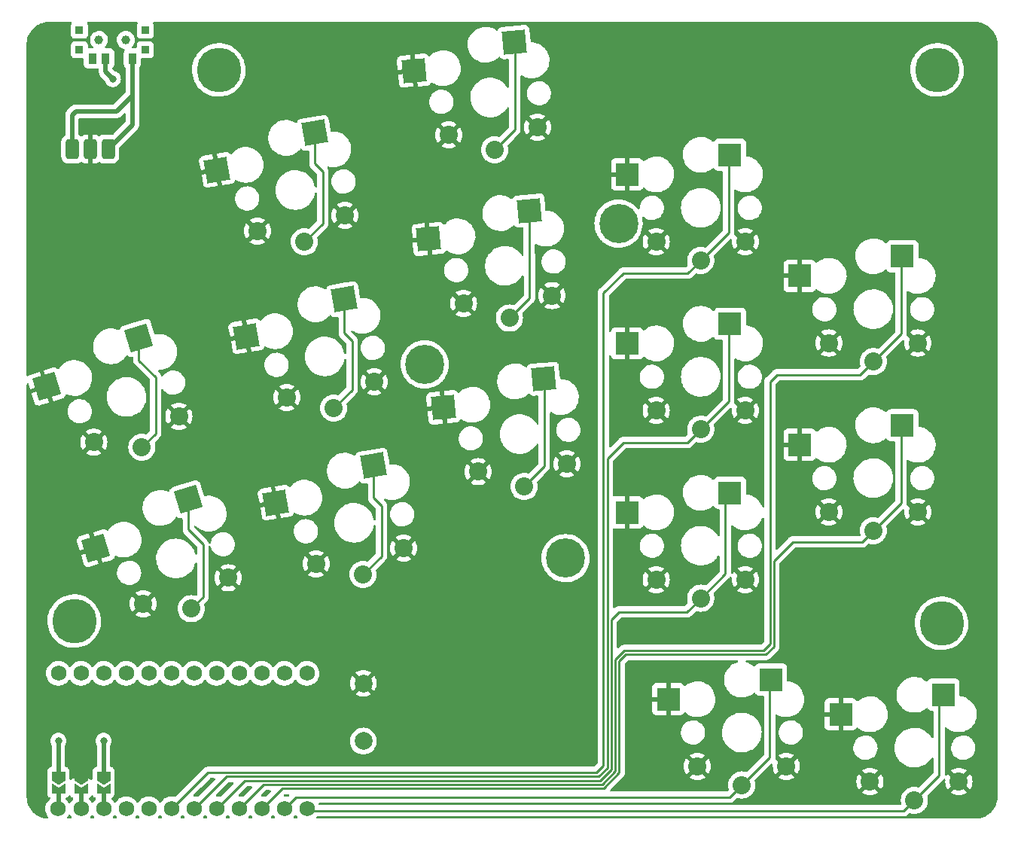
<source format=gbr>
%TF.GenerationSoftware,KiCad,Pcbnew,(6.0.4)*%
%TF.CreationDate,2022-09-04T01:37:30+02:00*%
%TF.ProjectId,wizza,77697a7a-612e-46b6-9963-61645f706362,v1.0.0*%
%TF.SameCoordinates,Original*%
%TF.FileFunction,Copper,L1,Top*%
%TF.FilePolarity,Positive*%
%FSLAX46Y46*%
G04 Gerber Fmt 4.6, Leading zero omitted, Abs format (unit mm)*
G04 Created by KiCad (PCBNEW (6.0.4)) date 2022-09-04 01:37:30*
%MOMM*%
%LPD*%
G01*
G04 APERTURE LIST*
G04 Aperture macros list*
%AMRoundRect*
0 Rectangle with rounded corners*
0 $1 Rounding radius*
0 $2 $3 $4 $5 $6 $7 $8 $9 X,Y pos of 4 corners*
0 Add a 4 corners polygon primitive as box body*
4,1,4,$2,$3,$4,$5,$6,$7,$8,$9,$2,$3,0*
0 Add four circle primitives for the rounded corners*
1,1,$1+$1,$2,$3*
1,1,$1+$1,$4,$5*
1,1,$1+$1,$6,$7*
1,1,$1+$1,$8,$9*
0 Add four rect primitives between the rounded corners*
20,1,$1+$1,$2,$3,$4,$5,0*
20,1,$1+$1,$4,$5,$6,$7,0*
20,1,$1+$1,$6,$7,$8,$9,0*
20,1,$1+$1,$8,$9,$2,$3,0*%
%AMRotRect*
0 Rectangle, with rotation*
0 The origin of the aperture is its center*
0 $1 length*
0 $2 width*
0 $3 Rotation angle, in degrees counterclockwise*
0 Add horizontal line*
21,1,$1,$2,0,0,$3*%
%AMFreePoly0*
4,1,6,0.500000,-0.750000,-0.650000,-0.750000,-0.150000,0.000000,-0.650000,0.750000,0.500000,0.750000,0.500000,-0.750000,0.500000,-0.750000,$1*%
%AMFreePoly1*
4,1,6,1.000000,0.000000,0.500000,-0.750000,-0.500000,-0.750000,-0.500000,0.750000,0.500000,0.750000,1.000000,0.000000,1.000000,0.000000,$1*%
G04 Aperture macros list end*
%TA.AperFunction,SMDPad,CuDef*%
%ADD10RotRect,2.600000X2.600000X5.000000*%
%TD*%
%TA.AperFunction,ComponentPad*%
%ADD11C,2.032000*%
%TD*%
%TA.AperFunction,SMDPad,CuDef*%
%ADD12RotRect,2.600000X2.600000X10.000000*%
%TD*%
%TA.AperFunction,SMDPad,CuDef*%
%ADD13RotRect,2.600000X2.600000X17.000000*%
%TD*%
%TA.AperFunction,SMDPad,CuDef*%
%ADD14R,2.600000X2.600000*%
%TD*%
%TA.AperFunction,SMDPad,CuDef*%
%ADD15R,0.500000X1.524000*%
%TD*%
%TA.AperFunction,ComponentPad*%
%ADD16C,1.752600*%
%TD*%
%TA.AperFunction,SMDPad,CuDef*%
%ADD17FreePoly0,270.000000*%
%TD*%
%TA.AperFunction,SMDPad,CuDef*%
%ADD18FreePoly1,270.000000*%
%TD*%
%TA.AperFunction,ComponentPad*%
%ADD19C,4.400000*%
%TD*%
%TA.AperFunction,ComponentPad*%
%ADD20C,5.000000*%
%TD*%
%TA.AperFunction,WasherPad*%
%ADD21C,1.000000*%
%TD*%
%TA.AperFunction,ComponentPad*%
%ADD22RoundRect,0.375000X-0.375000X-0.750000X0.375000X-0.750000X0.375000X0.750000X-0.375000X0.750000X0*%
%TD*%
%TA.AperFunction,ComponentPad*%
%ADD23C,2.000000*%
%TD*%
%TA.AperFunction,SMDPad,CuDef*%
%ADD24R,0.900000X0.900000*%
%TD*%
%TA.AperFunction,SMDPad,CuDef*%
%ADD25R,0.900000X1.250000*%
%TD*%
%TA.AperFunction,ViaPad*%
%ADD26C,0.800000*%
%TD*%
%TA.AperFunction,Conductor*%
%ADD27C,0.500000*%
%TD*%
%TA.AperFunction,Conductor*%
%ADD28C,0.250000*%
%TD*%
G04 APERTURE END LIST*
D10*
%TO.P,S7,1*%
%TO.N,GND*%
X240520478Y-81491201D03*
D11*
X244441042Y-88727036D03*
X254402989Y-87855478D03*
D10*
%TO.P,S7,2*%
%TO.N,matrix_middle_home*%
X251834784Y-78292925D03*
D11*
X249605043Y-90383266D03*
%TD*%
D10*
%TO.P,S8,1*%
%TO.N,GND*%
X238864519Y-62563502D03*
D11*
X242785083Y-69799337D03*
X252747030Y-68927779D03*
D10*
%TO.P,S8,2*%
%TO.N,matrix_middle_top*%
X250178825Y-59365226D03*
D11*
X247949084Y-71455567D03*
%TD*%
D12*
%TO.P,S4,1*%
%TO.N,GND*%
X220025955Y-92432407D03*
D11*
X224562245Y-99299007D03*
X234410323Y-97562526D03*
D12*
%TO.P,S4,2*%
%TO.N,matrix_ring_home*%
X231018459Y-88260194D03*
D11*
X229850945Y-100498863D03*
%TD*%
D13*
%TO.P,S1,1*%
%TO.N,GND*%
X203087923Y-116252520D03*
D11*
X208427229Y-122515104D03*
X217990276Y-119591387D03*
D13*
%TO.P,S1,2*%
%TO.N,matrix_pinky_home*%
X213490026Y-110771758D03*
D11*
X213822733Y-123061485D03*
%TD*%
D14*
%TO.P,S9,1*%
%TO.N,GND*%
X262840600Y-112236367D03*
D11*
X266115601Y-119786367D03*
X276115601Y-119786367D03*
D14*
%TO.P,S9,2*%
%TO.N,matrix_index_bottom*%
X274390600Y-110036368D03*
D11*
X271115601Y-121886367D03*
%TD*%
D14*
%TO.P,S12,1*%
%TO.N,GND*%
X282240600Y-104636367D03*
D11*
X285515601Y-112186367D03*
X295515601Y-112186367D03*
D14*
%TO.P,S12,2*%
%TO.N,matrix_inner_bottom*%
X293790600Y-102436368D03*
D11*
X290515601Y-114286367D03*
%TD*%
D14*
%TO.P,S14,1*%
%TO.N,GND*%
X267465600Y-133236367D03*
D11*
X270740601Y-140786367D03*
X280740601Y-140786367D03*
D14*
%TO.P,S14,2*%
%TO.N,thumb_tucky*%
X279015600Y-131036368D03*
D11*
X275740601Y-142886367D03*
%TD*%
D10*
%TO.P,S6,1*%
%TO.N,GND*%
X242176438Y-100418900D03*
D11*
X246097002Y-107654735D03*
X256058949Y-106783177D03*
D10*
%TO.P,S6,2*%
%TO.N,matrix_middle_bottom*%
X253490744Y-97220624D03*
D11*
X251261003Y-109310965D03*
%TD*%
D14*
%TO.P,S15,1*%
%TO.N,GND*%
X286865600Y-134946367D03*
D11*
X290140601Y-142496367D03*
X300140601Y-142496367D03*
D14*
%TO.P,S15,2*%
%TO.N,thumb_reachy*%
X298415600Y-132746368D03*
D11*
X295140601Y-144596367D03*
%TD*%
D14*
%TO.P,S11,1*%
%TO.N,GND*%
X262840600Y-74236367D03*
D11*
X266115601Y-81786367D03*
X276115601Y-81786367D03*
D14*
%TO.P,S11,2*%
%TO.N,matrix_index_top*%
X274390600Y-72036368D03*
D11*
X271115601Y-83886367D03*
%TD*%
D13*
%TO.P,S2,1*%
%TO.N,GND*%
X197532860Y-98082729D03*
D11*
X202872166Y-104345313D03*
X212435213Y-101421596D03*
D13*
%TO.P,S2,2*%
%TO.N,matrix_pinky_top*%
X207934963Y-92601967D03*
D11*
X208267670Y-104891694D03*
%TD*%
D14*
%TO.P,S13,1*%
%TO.N,GND*%
X282240600Y-85636367D03*
D11*
X285515601Y-93186367D03*
X295515601Y-93186367D03*
D14*
%TO.P,S13,2*%
%TO.N,matrix_inner_home*%
X293790600Y-83436368D03*
D11*
X290515601Y-95286367D03*
%TD*%
D12*
%TO.P,S5,1*%
%TO.N,GND*%
X216726640Y-73721060D03*
D11*
X221262930Y-80587660D03*
X231111008Y-78851179D03*
D12*
%TO.P,S5,2*%
%TO.N,matrix_ring_top*%
X227719144Y-69548847D03*
D11*
X226551630Y-81787516D03*
%TD*%
D14*
%TO.P,S10,1*%
%TO.N,GND*%
X262840600Y-93236367D03*
D11*
X266115601Y-100786367D03*
X276115601Y-100786367D03*
D14*
%TO.P,S10,2*%
%TO.N,matrix_index_home*%
X274390600Y-91036368D03*
D11*
X271115601Y-102886367D03*
%TD*%
D12*
%TO.P,S3,1*%
%TO.N,GND*%
X223325271Y-111143754D03*
D11*
X227861561Y-118010354D03*
X237709639Y-116273873D03*
D12*
%TO.P,S3,2*%
%TO.N,matrix_ring_bottom*%
X234317775Y-106971541D03*
D11*
X233150261Y-119210210D03*
%TD*%
D15*
%TO.P,MCU1,*%
%TO.N,*%
X203962000Y-144242523D03*
D16*
X198798254Y-145574000D03*
D15*
X198882000Y-144242523D03*
D16*
X198882000Y-130334000D03*
X201422000Y-145574000D03*
D17*
X203962000Y-143317523D03*
D16*
X203962000Y-130334000D03*
D15*
X201422000Y-144242523D03*
D16*
X201422000Y-130334000D03*
D17*
X201422000Y-143317523D03*
X198882000Y-143317523D03*
D16*
X203962000Y-145574000D03*
D18*
%TO.P,MCU1,1*%
%TO.N,RAW*%
X198882000Y-141867523D03*
%TO.P,MCU1,2*%
%TO.N,GND*%
X201422000Y-141867523D03*
%TO.P,MCU1,3*%
%TO.N,RST*%
X203962000Y-141867523D03*
D16*
%TO.P,MCU1,4*%
%TO.N,N/C*%
X206502000Y-145574000D03*
%TO.P,MCU1,5*%
X209042000Y-145574000D03*
%TO.P,MCU1,6*%
%TO.N,matrix_index_top*%
X211582000Y-145574000D03*
%TO.P,MCU1,7*%
%TO.N,matrix_index_home*%
X214122000Y-145574000D03*
%TO.P,MCU1,8*%
%TO.N,matrix_index_bottom*%
X216662000Y-145574000D03*
%TO.P,MCU1,9*%
%TO.N,matrix_inner_home*%
X219202000Y-145574000D03*
%TO.P,MCU1,10*%
%TO.N,matrix_inner_bottom*%
X221742000Y-145574000D03*
%TO.P,MCU1,11*%
%TO.N,thumb_tucky*%
X224282000Y-145574000D03*
%TO.P,MCU1,12*%
%TO.N,thumb_reachy*%
X226822000Y-145574000D03*
%TO.P,MCU1,16*%
%TO.N,N/C*%
X206502000Y-130334000D03*
%TO.P,MCU1,17*%
%TO.N,matrix_pinky_top*%
X209042000Y-130334000D03*
%TO.P,MCU1,18*%
%TO.N,matrix_pinky_home*%
X211582000Y-130334000D03*
%TO.P,MCU1,19*%
%TO.N,matrix_ring_top*%
X214122000Y-130334000D03*
%TO.P,MCU1,20*%
%TO.N,matrix_ring_home*%
X216662000Y-130334000D03*
%TO.P,MCU1,21*%
%TO.N,matrix_ring_bottom*%
X219202000Y-130334000D03*
%TO.P,MCU1,22*%
%TO.N,matrix_middle_top*%
X221742000Y-130334000D03*
%TO.P,MCU1,23*%
%TO.N,matrix_middle_home*%
X224282000Y-130334000D03*
%TO.P,MCU1,24*%
%TO.N,matrix_middle_bottom*%
X226822000Y-130334000D03*
%TD*%
D19*
%TO.P,,1*%
%TO.N,N/C*%
X255913847Y-117386926D03*
X261874000Y-79756000D03*
X240078461Y-95591387D03*
%TD*%
D20*
%TO.P,,1,1*%
%TO.N,N/C*%
X200660000Y-124460000D03*
%TD*%
D21*
%TO.P,T2,*%
%TO.N,*%
X203450615Y-59106416D03*
X206450615Y-59106416D03*
%TD*%
D20*
%TO.P,,1,1*%
%TO.N,N/C*%
X297688000Y-62484000D03*
%TD*%
%TO.P,,1,1*%
%TO.N,N/C*%
X216916000Y-62484000D03*
%TD*%
%TO.P,,1,1*%
%TO.N,N/C*%
X298196000Y-124714000D03*
%TD*%
D22*
%TO.P,PAD1,1*%
%TO.N,b+*%
X204470000Y-71374000D03*
%TO.P,PAD1,2*%
%TO.N,GND*%
X202470000Y-71374000D03*
%TO.P,PAD1,3*%
%TO.N,b+*%
X200470000Y-71374000D03*
%TD*%
D23*
%TO.P,B1,1*%
%TO.N,RST*%
X233172000Y-137954000D03*
%TO.P,B1,2*%
%TO.N,GND*%
X233172000Y-131454000D03*
%TD*%
D24*
%TO.P,T1,*%
%TO.N,*%
X208650615Y-60206416D03*
X201250615Y-58006416D03*
X208650615Y-58006416D03*
X201250615Y-60206416D03*
D25*
%TO.P,T1,1*%
%TO.N,b+*%
X207200615Y-61181416D03*
%TO.P,T1,2*%
%TO.N,RAW*%
X204200615Y-61181416D03*
%TO.P,T1,3*%
%TO.N,N/C*%
X202700615Y-61181416D03*
%TD*%
D26*
%TO.N,GND*%
X201422000Y-137922000D03*
%TO.N,RAW*%
X205002642Y-63493715D03*
X198882000Y-137922000D03*
%TO.N,RST*%
X203962000Y-137922000D03*
%TD*%
D27*
%TO.N,GND*%
X201422000Y-137954000D02*
X201422000Y-141867523D01*
D28*
%TO.N,matrix_pinky_home*%
X215138000Y-121746216D02*
X213822732Y-123061484D01*
X213490025Y-110771757D02*
X213490025Y-114176025D01*
X215138000Y-115824000D02*
X215138000Y-121746216D01*
X213490025Y-114176025D02*
X215138000Y-115824000D01*
%TO.N,matrix_ring_bottom*%
X234317774Y-106971540D02*
X234317774Y-110619774D01*
X235204000Y-111506000D02*
X235204000Y-117156469D01*
X234317774Y-110619774D02*
X235204000Y-111506000D01*
X235204000Y-117156469D02*
X233150260Y-119210209D01*
%TO.N,matrix_ring_home*%
X231902000Y-92964000D02*
X231902000Y-98447806D01*
X231018458Y-88260193D02*
X231018458Y-92080458D01*
X231018458Y-92080458D02*
X231902000Y-92964000D01*
X231902000Y-98447806D02*
X229850944Y-100498862D01*
%TO.N,matrix_ring_top*%
X228600000Y-73914000D02*
X228600000Y-79739144D01*
X227719143Y-73033143D02*
X228600000Y-73914000D01*
X227719143Y-69548846D02*
X227719143Y-73033143D01*
X228600000Y-79739144D02*
X226551629Y-81787515D01*
%TO.N,matrix_middle_bottom*%
X253490743Y-97220623D02*
X253521305Y-97251185D01*
X253521305Y-107050661D02*
X251261002Y-109310964D01*
X253521305Y-97251185D02*
X253521305Y-107050661D01*
%TO.N,matrix_middle_home*%
X251865345Y-83356472D02*
X251865345Y-88122962D01*
X251834783Y-78292924D02*
X251834783Y-83325910D01*
X251865345Y-88122962D02*
X249605042Y-90383265D01*
X251834783Y-83325910D02*
X251865345Y-83356472D01*
%TO.N,matrix_middle_top*%
X250178824Y-59365225D02*
X250209386Y-59395787D01*
X250209386Y-69195263D02*
X247949083Y-71455566D01*
X250209386Y-59395787D02*
X250209386Y-69195263D01*
%TO.N,matrix_index_bottom*%
X261874000Y-123444000D02*
X269557966Y-123444000D01*
X261053520Y-141156197D02*
X261053520Y-124264480D01*
X269557966Y-123444000D02*
X271115600Y-121886366D01*
X219858960Y-142377040D02*
X259832678Y-142377040D01*
X261053520Y-124264480D02*
X261874000Y-123444000D01*
X259832678Y-142377040D02*
X261053520Y-141156197D01*
X273890122Y-119111844D02*
X271115600Y-121886366D01*
X274390599Y-110036367D02*
X273890122Y-110536844D01*
X273890122Y-110536844D02*
X273890122Y-119111844D01*
X216662000Y-145574000D02*
X219858960Y-142377040D01*
%TO.N,matrix_index_home*%
X217768480Y-141927520D02*
X259646480Y-141927520D01*
X274241079Y-91185887D02*
X274241079Y-99760887D01*
X269607966Y-104394000D02*
X271115600Y-102886366D01*
X214122000Y-145574000D02*
X217768480Y-141927520D01*
X260604000Y-106172000D02*
X262382000Y-104394000D01*
X274390599Y-91036367D02*
X274241079Y-91185887D01*
X260604000Y-140970000D02*
X260604000Y-106172000D01*
X262382000Y-104394000D02*
X269607966Y-104394000D01*
X259646480Y-141927520D02*
X260604000Y-140970000D01*
X274241079Y-99760887D02*
X271115600Y-102886366D01*
%TO.N,matrix_index_top*%
X269657966Y-85344000D02*
X271115600Y-83886366D01*
X215678000Y-141478000D02*
X259392480Y-141478000D01*
X260154480Y-140716000D02*
X260154480Y-87571520D01*
X262382000Y-85344000D02*
X269657966Y-85344000D01*
X274390599Y-72036367D02*
X274241079Y-72185887D01*
X274241079Y-72185887D02*
X274241079Y-80760887D01*
X211582000Y-145574000D02*
X215678000Y-141478000D01*
X259392480Y-141478000D02*
X260154480Y-140716000D01*
X260154480Y-87571520D02*
X262382000Y-85344000D01*
X274241079Y-80760887D02*
X271115600Y-83886366D01*
%TO.N,matrix_inner_bottom*%
X279341520Y-117660480D02*
X281432000Y-115570000D01*
X289231966Y-115570000D02*
X290515600Y-114286366D01*
X224039920Y-143276080D02*
X260205074Y-143276079D01*
X221742000Y-145574000D02*
X224039920Y-143276080D01*
X293624000Y-102602966D02*
X293624000Y-111177966D01*
X278442480Y-128211520D02*
X279341520Y-127312480D01*
X261952560Y-141528591D02*
X261952560Y-128954876D01*
X260205074Y-143276079D02*
X261952560Y-141528591D01*
X279341520Y-127312480D02*
X279341520Y-117660480D01*
X293790599Y-102436367D02*
X293624000Y-102602966D01*
X261952560Y-128954876D02*
X262695916Y-128211520D01*
X293624000Y-111177966D02*
X290515600Y-114286366D01*
X281432000Y-115570000D02*
X289231966Y-115570000D01*
X262695916Y-128211520D02*
X278442480Y-128211520D01*
%TO.N,matrix_inner_home*%
X279654000Y-96774000D02*
X289027966Y-96774000D01*
X289027966Y-96774000D02*
X290515600Y-95286366D01*
X278892000Y-97536000D02*
X279654000Y-96774000D01*
X219202000Y-145574000D02*
X221949440Y-142826560D01*
X278130000Y-127762000D02*
X278892000Y-127000000D01*
X221949440Y-142826560D02*
X260018876Y-142826560D01*
X278892000Y-127000000D02*
X278892000Y-97536000D01*
X293641079Y-83585887D02*
X293641079Y-92160887D01*
X293790599Y-83436367D02*
X293641079Y-83585887D01*
X293641079Y-92160887D02*
X290515600Y-95286366D01*
X260018876Y-142826560D02*
X261503040Y-141342394D01*
X261503040Y-141342394D02*
X261503040Y-128768678D01*
X262509718Y-127762000D02*
X278130000Y-127762000D01*
X261503040Y-128768678D02*
X262509718Y-127762000D01*
%TO.N,thumb_tucky*%
X278866079Y-139760887D02*
X275740600Y-142886366D01*
X225552000Y-144272000D02*
X224282000Y-145542000D01*
X224282000Y-145542000D02*
X224282000Y-145574000D01*
X278866079Y-131185887D02*
X278866079Y-139760887D01*
X275740600Y-142886366D02*
X274354966Y-144272000D01*
X274354966Y-144272000D02*
X225552000Y-144272000D01*
%TO.N,thumb_reachy*%
X297915122Y-133246844D02*
X297915122Y-141821844D01*
X297915122Y-141821844D02*
X295140600Y-144596366D01*
X298415599Y-132746367D02*
X297915122Y-133246844D01*
X226822000Y-145574000D02*
X227044000Y-145796000D01*
X227044000Y-145796000D02*
X293940966Y-145796000D01*
X293940966Y-145796000D02*
X295140600Y-144596366D01*
D27*
%TO.N,RAW*%
X204200615Y-61181416D02*
X204200615Y-62691688D01*
X204200615Y-62691688D02*
X205002642Y-63493715D01*
X198882000Y-141867523D02*
X198882000Y-137954000D01*
%TO.N,RST*%
X203962000Y-141867523D02*
X203962000Y-137954000D01*
D28*
%TO.N,matrix_pinky_top*%
X207934962Y-92601966D02*
X207934962Y-95148031D01*
X207934962Y-95148031D02*
X209804000Y-97017069D01*
X209804000Y-103355362D02*
X208267669Y-104891693D01*
X209804000Y-97017069D02*
X209804000Y-103355362D01*
D27*
%TO.N,b+*%
X207200615Y-65341385D02*
X205422000Y-67120000D01*
X205422000Y-67120000D02*
X200850000Y-67120000D01*
X200406000Y-67564000D02*
X200406000Y-71310000D01*
X200850000Y-67120000D02*
X200406000Y-67564000D01*
X200406000Y-71310000D02*
X200470000Y-71374000D01*
X207200615Y-61181416D02*
X207200615Y-68643385D01*
X207200615Y-61181416D02*
X207200615Y-65341385D01*
X207200615Y-68643385D02*
X204470000Y-71374000D01*
%TD*%
%TA.AperFunction,Conductor*%
%TO.N,GND*%
G36*
X200330953Y-57109924D02*
G01*
X200377446Y-57163580D01*
X200387550Y-57233854D01*
X200363660Y-57291484D01*
X200350000Y-57309711D01*
X200298870Y-57446100D01*
X200292115Y-57508282D01*
X200292115Y-58504550D01*
X200298870Y-58566732D01*
X200350000Y-58703121D01*
X200437354Y-58819677D01*
X200553910Y-58907031D01*
X200690299Y-58958161D01*
X200752481Y-58964916D01*
X201748749Y-58964916D01*
X201810931Y-58958161D01*
X201947320Y-58907031D01*
X202063876Y-58819677D01*
X202151230Y-58703121D01*
X202202360Y-58566732D01*
X202209115Y-58504550D01*
X202209115Y-57508282D01*
X202202360Y-57446100D01*
X202151230Y-57309711D01*
X202137570Y-57291485D01*
X202112724Y-57224980D01*
X202127777Y-57155598D01*
X202177952Y-57105368D01*
X202238398Y-57089922D01*
X207662832Y-57089922D01*
X207730953Y-57109924D01*
X207777446Y-57163580D01*
X207787550Y-57233854D01*
X207763660Y-57291484D01*
X207750000Y-57309711D01*
X207698870Y-57446100D01*
X207692115Y-57508282D01*
X207692115Y-58504550D01*
X207698870Y-58566732D01*
X207750000Y-58703121D01*
X207837354Y-58819677D01*
X207953910Y-58907031D01*
X208090299Y-58958161D01*
X208152481Y-58964916D01*
X209148749Y-58964916D01*
X209210931Y-58958161D01*
X209347320Y-58907031D01*
X209463876Y-58819677D01*
X209551230Y-58703121D01*
X209602360Y-58566732D01*
X209609115Y-58504550D01*
X209609115Y-57508282D01*
X209602360Y-57446100D01*
X209551230Y-57309711D01*
X209537570Y-57291485D01*
X209512724Y-57224980D01*
X209527777Y-57155598D01*
X209577952Y-57105368D01*
X209638398Y-57089922D01*
X301941234Y-57089922D01*
X301960619Y-57091422D01*
X301975452Y-57093732D01*
X301975456Y-57093732D01*
X301984325Y-57095113D01*
X302001524Y-57092864D01*
X302025464Y-57092031D01*
X302283310Y-57107628D01*
X302298414Y-57109462D01*
X302579355Y-57160947D01*
X302594128Y-57164588D01*
X302866824Y-57249563D01*
X302881040Y-57254955D01*
X303002702Y-57309711D01*
X303141505Y-57372182D01*
X303154977Y-57379253D01*
X303368417Y-57508282D01*
X303399403Y-57527014D01*
X303411923Y-57535656D01*
X303596982Y-57680641D01*
X303636763Y-57711808D01*
X303648152Y-57721898D01*
X303850114Y-57923861D01*
X303860203Y-57935250D01*
X304036353Y-58160091D01*
X304044997Y-58172613D01*
X304192757Y-58417042D01*
X304199824Y-58430506D01*
X304317055Y-58690986D01*
X304322443Y-58705194D01*
X304343298Y-58772121D01*
X304407417Y-58977891D01*
X304411058Y-58992665D01*
X304462540Y-59273604D01*
X304464374Y-59288706D01*
X304478646Y-59524663D01*
X304479539Y-59539429D01*
X304478298Y-59565795D01*
X304478292Y-59566266D01*
X304476910Y-59575142D01*
X304478074Y-59584045D01*
X304478074Y-59584052D01*
X304481037Y-59606712D01*
X304482101Y-59623048D01*
X304482101Y-144147006D01*
X304480601Y-144166390D01*
X304476910Y-144190097D01*
X304478077Y-144199018D01*
X304479159Y-144207293D01*
X304479992Y-144231235D01*
X304464398Y-144489079D01*
X304462564Y-144504184D01*
X304411082Y-144785121D01*
X304407441Y-144799895D01*
X304373139Y-144909976D01*
X304323611Y-145068920D01*
X304322468Y-145072587D01*
X304317074Y-145086810D01*
X304227405Y-145286044D01*
X304199852Y-145347265D01*
X304192781Y-145360738D01*
X304045018Y-145605164D01*
X304036375Y-145617686D01*
X303860225Y-145842523D01*
X303850134Y-145853913D01*
X303648168Y-146055874D01*
X303636779Y-146065963D01*
X303411944Y-146242106D01*
X303399426Y-146250746D01*
X303154985Y-146398509D01*
X303141513Y-146405579D01*
X303023924Y-146458499D01*
X302881056Y-146522795D01*
X302866844Y-146528185D01*
X302690035Y-146583276D01*
X302594146Y-146613153D01*
X302579373Y-146616794D01*
X302298424Y-146668272D01*
X302283319Y-146670105D01*
X302175828Y-146676604D01*
X302032410Y-146685275D01*
X302006863Y-146684071D01*
X302005764Y-146684058D01*
X301996894Y-146682676D01*
X301987990Y-146683840D01*
X301965317Y-146686804D01*
X301948984Y-146687867D01*
X227970815Y-146687867D01*
X227902694Y-146667865D01*
X227856201Y-146614209D01*
X227846097Y-146543935D01*
X227874856Y-146480210D01*
X227876533Y-146478239D01*
X227880193Y-146474592D01*
X227881138Y-146473277D01*
X227939654Y-146434927D01*
X227976233Y-146429500D01*
X293862199Y-146429500D01*
X293873382Y-146430027D01*
X293880875Y-146431702D01*
X293888801Y-146431453D01*
X293888802Y-146431453D01*
X293948952Y-146429562D01*
X293952911Y-146429500D01*
X293980822Y-146429500D01*
X293984757Y-146429003D01*
X293984822Y-146428995D01*
X293996659Y-146428062D01*
X294028917Y-146427048D01*
X294032936Y-146426922D01*
X294040855Y-146426673D01*
X294060309Y-146421021D01*
X294079666Y-146417013D01*
X294091896Y-146415468D01*
X294091897Y-146415468D01*
X294099763Y-146414474D01*
X294107134Y-146411555D01*
X294107136Y-146411555D01*
X294140878Y-146398196D01*
X294152108Y-146394351D01*
X294186949Y-146384229D01*
X294186950Y-146384229D01*
X294194559Y-146382018D01*
X294201378Y-146377985D01*
X294201383Y-146377983D01*
X294211994Y-146371707D01*
X294229742Y-146363012D01*
X294248583Y-146355552D01*
X294284353Y-146329564D01*
X294294273Y-146323048D01*
X294325501Y-146304580D01*
X294325504Y-146304578D01*
X294332328Y-146300542D01*
X294346649Y-146286221D01*
X294361683Y-146273380D01*
X294378073Y-146261472D01*
X294406264Y-146227395D01*
X294414254Y-146218616D01*
X294548913Y-146083957D01*
X294611225Y-146049931D01*
X294667569Y-146052733D01*
X294668048Y-146050736D01*
X294896566Y-146105599D01*
X294896572Y-146105600D01*
X294901379Y-146106754D01*
X295140601Y-146125581D01*
X295379823Y-146106754D01*
X295384630Y-146105600D01*
X295384636Y-146105599D01*
X295531564Y-146070324D01*
X295613154Y-146050736D01*
X295673906Y-146025572D01*
X295830278Y-145960801D01*
X295830280Y-145960800D01*
X295834850Y-145958907D01*
X296039450Y-145833527D01*
X296221919Y-145677685D01*
X296278284Y-145611689D01*
X296374543Y-145498984D01*
X296374544Y-145498983D01*
X296377761Y-145495216D01*
X296503141Y-145290616D01*
X296534026Y-145216054D01*
X296593076Y-145073493D01*
X296593077Y-145073491D01*
X296594970Y-145068920D01*
X296631249Y-144917808D01*
X296649833Y-144840402D01*
X296649834Y-144840396D01*
X296650988Y-144835589D01*
X296669815Y-144596367D01*
X296650988Y-144357145D01*
X296649834Y-144352338D01*
X296649833Y-144352332D01*
X296594970Y-144123814D01*
X296597168Y-144123286D01*
X296595444Y-144061672D01*
X296628191Y-144004679D01*
X296892197Y-143740673D01*
X299261125Y-143740673D01*
X299266852Y-143748323D01*
X299442360Y-143855874D01*
X299451154Y-143860355D01*
X299663630Y-143948365D01*
X299673015Y-143951414D01*
X299896645Y-144005104D01*
X299906392Y-144006647D01*
X300135671Y-144024692D01*
X300145531Y-144024692D01*
X300374810Y-144006647D01*
X300384557Y-144005104D01*
X300608187Y-143951414D01*
X300617572Y-143948365D01*
X300830048Y-143860355D01*
X300838842Y-143855874D01*
X301010684Y-143750570D01*
X301020144Y-143740114D01*
X301016360Y-143731336D01*
X300153413Y-142868389D01*
X300139469Y-142860775D01*
X300137636Y-142860906D01*
X300131021Y-142865157D01*
X299267885Y-143728293D01*
X299261125Y-143740673D01*
X296892197Y-143740673D01*
X298307369Y-142325501D01*
X298315659Y-142317957D01*
X298322140Y-142313844D01*
X298335292Y-142299839D01*
X298368780Y-142264177D01*
X298371535Y-142261335D01*
X298391257Y-142241613D01*
X298393734Y-142238420D01*
X298401437Y-142229401D01*
X298408456Y-142221926D01*
X298469667Y-142185959D01*
X298540607Y-142188794D01*
X298598753Y-142229532D01*
X298625643Y-142295240D01*
X298625921Y-142318062D01*
X298612276Y-142491437D01*
X298612276Y-142501297D01*
X298630321Y-142730576D01*
X298631864Y-142740323D01*
X298685554Y-142963953D01*
X298688603Y-142973338D01*
X298776613Y-143185814D01*
X298781094Y-143194608D01*
X298886398Y-143366450D01*
X298896854Y-143375910D01*
X298905632Y-143372126D01*
X299768579Y-142509179D01*
X299774957Y-142497499D01*
X300505009Y-142497499D01*
X300505140Y-142499332D01*
X300509391Y-142505947D01*
X301372527Y-143369083D01*
X301384907Y-143375843D01*
X301392557Y-143370116D01*
X301500108Y-143194608D01*
X301504589Y-143185814D01*
X301592599Y-142973338D01*
X301595648Y-142963953D01*
X301649338Y-142740323D01*
X301650881Y-142730576D01*
X301668926Y-142501297D01*
X301668926Y-142491437D01*
X301650881Y-142262158D01*
X301649338Y-142252411D01*
X301595648Y-142028781D01*
X301592599Y-142019396D01*
X301504589Y-141806920D01*
X301500108Y-141798126D01*
X301394804Y-141626284D01*
X301384348Y-141616824D01*
X301375570Y-141620608D01*
X300512623Y-142483555D01*
X300505009Y-142497499D01*
X299774957Y-142497499D01*
X299776193Y-142495235D01*
X299776062Y-142493402D01*
X299771811Y-142486787D01*
X298908675Y-141623651D01*
X298896295Y-141616891D01*
X298888645Y-141622618D01*
X298782055Y-141796558D01*
X298729407Y-141844189D01*
X298659366Y-141855796D01*
X298594168Y-141827693D01*
X298554514Y-141768803D01*
X298548622Y-141730723D01*
X298548622Y-141252620D01*
X299261058Y-141252620D01*
X299264842Y-141261398D01*
X300127789Y-142124345D01*
X300141733Y-142131959D01*
X300143566Y-142131828D01*
X300150181Y-142127577D01*
X301013317Y-141264441D01*
X301020077Y-141252061D01*
X301014350Y-141244411D01*
X300838842Y-141136860D01*
X300830048Y-141132379D01*
X300617572Y-141044369D01*
X300608187Y-141041320D01*
X300384557Y-140987630D01*
X300374810Y-140986087D01*
X300145531Y-140968042D01*
X300135671Y-140968042D01*
X299906392Y-140986087D01*
X299896645Y-140987630D01*
X299673015Y-141041320D01*
X299663630Y-141044369D01*
X299451154Y-141132379D01*
X299442360Y-141136860D01*
X299270518Y-141242164D01*
X299261058Y-141252620D01*
X298548622Y-141252620D01*
X298548622Y-138632099D01*
X299277801Y-138632099D01*
X299278001Y-138637429D01*
X299278001Y-138637430D01*
X299281823Y-138739250D01*
X299286455Y-138862635D01*
X299333829Y-139088417D01*
X299418568Y-139302989D01*
X299538248Y-139500216D01*
X299541745Y-139504246D01*
X299628369Y-139604071D01*
X299689448Y-139674459D01*
X299693579Y-139677846D01*
X299863716Y-139817351D01*
X299863722Y-139817355D01*
X299867844Y-139820735D01*
X300068336Y-139934861D01*
X300073352Y-139936682D01*
X300073357Y-139936684D01*
X300280176Y-140011756D01*
X300280180Y-140011757D01*
X300285191Y-140013576D01*
X300290440Y-140014525D01*
X300290443Y-140014526D01*
X300508124Y-140053889D01*
X300508131Y-140053890D01*
X300512208Y-140054627D01*
X300529945Y-140055463D01*
X300534893Y-140055697D01*
X300534900Y-140055697D01*
X300536381Y-140055767D01*
X300698526Y-140055767D01*
X300765482Y-140050086D01*
X300865163Y-140041628D01*
X300865167Y-140041627D01*
X300870474Y-140041177D01*
X300875629Y-140039839D01*
X300875635Y-140039838D01*
X301088604Y-139984562D01*
X301088608Y-139984561D01*
X301093773Y-139983220D01*
X301098639Y-139981028D01*
X301098642Y-139981027D01*
X301299250Y-139890660D01*
X301304116Y-139888468D01*
X301308536Y-139885492D01*
X301308540Y-139885490D01*
X301452197Y-139788773D01*
X301495486Y-139759629D01*
X301662413Y-139600389D01*
X301775107Y-139448923D01*
X301796938Y-139419581D01*
X301796940Y-139419578D01*
X301800122Y-139415301D01*
X301856642Y-139304135D01*
X301902259Y-139214413D01*
X301902259Y-139214412D01*
X301904678Y-139209655D01*
X301956956Y-139041293D01*
X301971506Y-138994437D01*
X301971507Y-138994431D01*
X301973090Y-138989334D01*
X301991931Y-138847175D01*
X302002701Y-138765920D01*
X302002701Y-138765915D01*
X302003401Y-138760635D01*
X302002584Y-138738856D01*
X301994947Y-138535430D01*
X301994747Y-138530099D01*
X301947373Y-138304317D01*
X301945384Y-138299279D01*
X301897673Y-138178468D01*
X301862634Y-138089745D01*
X301742954Y-137892518D01*
X301671627Y-137810321D01*
X301595254Y-137722308D01*
X301595252Y-137722306D01*
X301591754Y-137718275D01*
X301549619Y-137683727D01*
X301417486Y-137575383D01*
X301417480Y-137575379D01*
X301413358Y-137571999D01*
X301212866Y-137457873D01*
X301207850Y-137456052D01*
X301207845Y-137456050D01*
X301001026Y-137380978D01*
X301001022Y-137380977D01*
X300996011Y-137379158D01*
X300990762Y-137378209D01*
X300990759Y-137378208D01*
X300773078Y-137338845D01*
X300773071Y-137338844D01*
X300768994Y-137338107D01*
X300751257Y-137337271D01*
X300746309Y-137337037D01*
X300746302Y-137337037D01*
X300744821Y-137336967D01*
X300582676Y-137336967D01*
X300515720Y-137342648D01*
X300416039Y-137351106D01*
X300416035Y-137351107D01*
X300410728Y-137351557D01*
X300405573Y-137352895D01*
X300405567Y-137352896D01*
X300192598Y-137408172D01*
X300192594Y-137408173D01*
X300187429Y-137409514D01*
X300182563Y-137411706D01*
X300182560Y-137411707D01*
X300084122Y-137456050D01*
X299977086Y-137504266D01*
X299972666Y-137507242D01*
X299972662Y-137507244D01*
X299934942Y-137532639D01*
X299785716Y-137633105D01*
X299618789Y-137792345D01*
X299615601Y-137796630D01*
X299493734Y-137960426D01*
X299481080Y-137977433D01*
X299478665Y-137982183D01*
X299423978Y-138089745D01*
X299376524Y-138183079D01*
X299349215Y-138271027D01*
X299309696Y-138398297D01*
X299309695Y-138398303D01*
X299308112Y-138403400D01*
X299300743Y-138458999D01*
X299280314Y-138613140D01*
X299277801Y-138632099D01*
X298548622Y-138632099D01*
X298548622Y-136502658D01*
X298568624Y-136434537D01*
X298622280Y-136388044D01*
X298692554Y-136377940D01*
X298755613Y-136406137D01*
X298953772Y-136572412D01*
X298957151Y-136575247D01*
X299195365Y-136724099D01*
X299451976Y-136838350D01*
X299456204Y-136839562D01*
X299456203Y-136839562D01*
X299624385Y-136887787D01*
X299721991Y-136915775D01*
X299726341Y-136916386D01*
X299726344Y-136916387D01*
X299804921Y-136927430D01*
X300000153Y-136954868D01*
X300210747Y-136954868D01*
X300212933Y-136954715D01*
X300212937Y-136954715D01*
X300416428Y-136940486D01*
X300416433Y-136940485D01*
X300420813Y-136940179D01*
X300695571Y-136881777D01*
X300699700Y-136880274D01*
X300699704Y-136880273D01*
X300955382Y-136787214D01*
X300955386Y-136787212D01*
X300959527Y-136785705D01*
X301207543Y-136653832D01*
X301213259Y-136649679D01*
X301431230Y-136491315D01*
X301431233Y-136491312D01*
X301434793Y-136488726D01*
X301446521Y-136477401D01*
X301552369Y-136375184D01*
X301636853Y-136293599D01*
X301809789Y-136072250D01*
X301811985Y-136068446D01*
X301811990Y-136068439D01*
X301929224Y-135865383D01*
X301950237Y-135828987D01*
X302055463Y-135568544D01*
X302106900Y-135362243D01*
X302122354Y-135300261D01*
X302122355Y-135300256D01*
X302123418Y-135295992D01*
X302128792Y-135244868D01*
X302152320Y-135021004D01*
X302152320Y-135021001D01*
X302152779Y-135016635D01*
X302152626Y-135012241D01*
X302143130Y-134740307D01*
X302143129Y-134740301D01*
X302142976Y-134735910D01*
X302141376Y-134726831D01*
X302105218Y-134521771D01*
X302094199Y-134459281D01*
X302007398Y-134192133D01*
X301990109Y-134156684D01*
X301944781Y-134063749D01*
X301884261Y-133939666D01*
X301881806Y-133936027D01*
X301881803Y-133936021D01*
X301803873Y-133820486D01*
X301727186Y-133706792D01*
X301539230Y-133498046D01*
X301324051Y-133317489D01*
X301085837Y-133168637D01*
X300829226Y-133054386D01*
X300559211Y-132976961D01*
X300554861Y-132976350D01*
X300554858Y-132976349D01*
X300379583Y-132951716D01*
X300332564Y-132945108D01*
X300267890Y-132915820D01*
X300229317Y-132856216D01*
X300224100Y-132820334D01*
X300224100Y-131398234D01*
X300217345Y-131336052D01*
X300166215Y-131199663D01*
X300078861Y-131083107D01*
X299962305Y-130995753D01*
X299825916Y-130944623D01*
X299763734Y-130937868D01*
X297067466Y-130937868D01*
X297005284Y-130944623D01*
X296868895Y-130995753D01*
X296752339Y-131083107D01*
X296746958Y-131090287D01*
X296670371Y-131192476D01*
X296670370Y-131192478D01*
X296664985Y-131199663D01*
X296662552Y-131206154D01*
X296613024Y-131255571D01*
X296543633Y-131270586D01*
X296471770Y-131241439D01*
X296368367Y-131154674D01*
X296324051Y-131117488D01*
X296085837Y-130968636D01*
X295829226Y-130854385D01*
X295559211Y-130776960D01*
X295554861Y-130776349D01*
X295554858Y-130776348D01*
X295451911Y-130761880D01*
X295281049Y-130737867D01*
X295070455Y-130737867D01*
X295068269Y-130738020D01*
X295068265Y-130738020D01*
X294864774Y-130752249D01*
X294864769Y-130752250D01*
X294860389Y-130752556D01*
X294585631Y-130810958D01*
X294581502Y-130812461D01*
X294581498Y-130812462D01*
X294325820Y-130905521D01*
X294325816Y-130905523D01*
X294321675Y-130907030D01*
X294073659Y-131038903D01*
X294070100Y-131041489D01*
X294070098Y-131041490D01*
X293852391Y-131199663D01*
X293846409Y-131204009D01*
X293843245Y-131207065D01*
X293843242Y-131207067D01*
X293819085Y-131230395D01*
X293644349Y-131399136D01*
X293512355Y-131568082D01*
X293481567Y-131607489D01*
X293471413Y-131620485D01*
X293469217Y-131624289D01*
X293469212Y-131624296D01*
X293373196Y-131790602D01*
X293330965Y-131863748D01*
X293225739Y-132124191D01*
X293224674Y-132128464D01*
X293224673Y-132128466D01*
X293168504Y-132353749D01*
X293157784Y-132396743D01*
X293157325Y-132401111D01*
X293157324Y-132401116D01*
X293128882Y-132671731D01*
X293128423Y-132676100D01*
X293128576Y-132680488D01*
X293128576Y-132680494D01*
X293137933Y-132948428D01*
X293138226Y-132956825D01*
X293138988Y-132961148D01*
X293138989Y-132961155D01*
X293164445Y-133105522D01*
X293187003Y-133233454D01*
X293273804Y-133500602D01*
X293275732Y-133504555D01*
X293275734Y-133504560D01*
X293313319Y-133581619D01*
X293396941Y-133753069D01*
X293399396Y-133756708D01*
X293399399Y-133756714D01*
X293442414Y-133820486D01*
X293554016Y-133985943D01*
X293741972Y-134194689D01*
X293957151Y-134375246D01*
X294195365Y-134524098D01*
X294451976Y-134638349D01*
X294456204Y-134639561D01*
X294456203Y-134639561D01*
X294640361Y-134692367D01*
X294721991Y-134715774D01*
X294726341Y-134716385D01*
X294726344Y-134716386D01*
X294829291Y-134730854D01*
X295000153Y-134754867D01*
X295210747Y-134754867D01*
X295212933Y-134754714D01*
X295212937Y-134754714D01*
X295416428Y-134740485D01*
X295416433Y-134740484D01*
X295420813Y-134740178D01*
X295695571Y-134681776D01*
X295699700Y-134680273D01*
X295699704Y-134680272D01*
X295955382Y-134587213D01*
X295955386Y-134587211D01*
X295959527Y-134585704D01*
X296207543Y-134453831D01*
X296312497Y-134377578D01*
X296431230Y-134291314D01*
X296431233Y-134291311D01*
X296434793Y-134288725D01*
X296466003Y-134258586D01*
X296528897Y-134225654D01*
X296599614Y-134231953D01*
X296655699Y-134275485D01*
X296662329Y-134285989D01*
X296664985Y-134293073D01*
X296752339Y-134409629D01*
X296868895Y-134496983D01*
X297005284Y-134548113D01*
X297067466Y-134554868D01*
X297155622Y-134554868D01*
X297223743Y-134574870D01*
X297270236Y-134628526D01*
X297281622Y-134680868D01*
X297281622Y-137481437D01*
X297261620Y-137549558D01*
X297207964Y-137596051D01*
X297137690Y-137606155D01*
X297073110Y-137576661D01*
X297044166Y-137540203D01*
X297040178Y-137532639D01*
X297040173Y-137532631D01*
X297038227Y-137528940D01*
X296933076Y-137380978D01*
X296869582Y-137291632D01*
X296869577Y-137291626D01*
X296867158Y-137288222D01*
X296864314Y-137285172D01*
X296864309Y-137285166D01*
X296668601Y-137075295D01*
X296665755Y-137072243D01*
X296437556Y-136884799D01*
X296186572Y-136729182D01*
X296182254Y-136727241D01*
X296018911Y-136653832D01*
X295917211Y-136608126D01*
X295634206Y-136523759D01*
X295630086Y-136523106D01*
X295630084Y-136523106D01*
X295346009Y-136478112D01*
X295346003Y-136478111D01*
X295342528Y-136477561D01*
X295317969Y-136476446D01*
X295251584Y-136473431D01*
X295251563Y-136473431D01*
X295250164Y-136473367D01*
X295065700Y-136473367D01*
X294845937Y-136487964D01*
X294841838Y-136488790D01*
X294841834Y-136488791D01*
X294718100Y-136513740D01*
X294556450Y-136546334D01*
X294277226Y-136642479D01*
X294262848Y-136649679D01*
X294062727Y-136749892D01*
X294013170Y-136774708D01*
X293768923Y-136940699D01*
X293548774Y-137137535D01*
X293546057Y-137140705D01*
X293546056Y-137140706D01*
X293364187Y-137352896D01*
X293356592Y-137361757D01*
X293354318Y-137365259D01*
X293354314Y-137365264D01*
X293198031Y-137605918D01*
X293195752Y-137609428D01*
X293193958Y-137613206D01*
X293193957Y-137613208D01*
X293184509Y-137633105D01*
X293069082Y-137876195D01*
X293067803Y-137880178D01*
X293067802Y-137880181D01*
X292981140Y-138150101D01*
X292978806Y-138157371D01*
X292973695Y-138185777D01*
X292930610Y-138425238D01*
X292926511Y-138448017D01*
X292926322Y-138452184D01*
X292926321Y-138452191D01*
X292917558Y-138645183D01*
X292913115Y-138743026D01*
X292913478Y-138747174D01*
X292913478Y-138747178D01*
X292915118Y-138765920D01*
X292938853Y-139037216D01*
X292939763Y-139041288D01*
X292939764Y-139041293D01*
X292998516Y-139304135D01*
X293003273Y-139325417D01*
X293105245Y-139602566D01*
X293107192Y-139606259D01*
X293107193Y-139606261D01*
X293143150Y-139674459D01*
X293242975Y-139863794D01*
X293245395Y-139867199D01*
X293411620Y-140101102D01*
X293411625Y-140101108D01*
X293414044Y-140104512D01*
X293416888Y-140107562D01*
X293416893Y-140107568D01*
X293605101Y-140309396D01*
X293615447Y-140320491D01*
X293843646Y-140507935D01*
X294094630Y-140663552D01*
X294363991Y-140784608D01*
X294462082Y-140813850D01*
X294615300Y-140859526D01*
X294646996Y-140868975D01*
X294651116Y-140869628D01*
X294651118Y-140869628D01*
X294935193Y-140914622D01*
X294935199Y-140914623D01*
X294938674Y-140915173D01*
X294963233Y-140916288D01*
X295029618Y-140919303D01*
X295029639Y-140919303D01*
X295031038Y-140919367D01*
X295215502Y-140919367D01*
X295435265Y-140904770D01*
X295439364Y-140903944D01*
X295439368Y-140903943D01*
X295612791Y-140868975D01*
X295724752Y-140846400D01*
X296003976Y-140750255D01*
X296173690Y-140665269D01*
X296264296Y-140619897D01*
X296264298Y-140619896D01*
X296268032Y-140618026D01*
X296512279Y-140452035D01*
X296732428Y-140255199D01*
X296778190Y-140201808D01*
X296921890Y-140034151D01*
X296921893Y-140034147D01*
X296924610Y-140030977D01*
X296926884Y-140027475D01*
X296926888Y-140027470D01*
X297049950Y-139837971D01*
X297103826Y-139791734D01*
X297174147Y-139781965D01*
X297238587Y-139811766D01*
X297276686Y-139871674D01*
X297281622Y-139906596D01*
X297281622Y-141507250D01*
X297261620Y-141575371D01*
X297244717Y-141596345D01*
X295732285Y-143108776D01*
X295669973Y-143142802D01*
X295613637Y-143139988D01*
X295613154Y-143141998D01*
X295384636Y-143087135D01*
X295384630Y-143087134D01*
X295379823Y-143085980D01*
X295140601Y-143067153D01*
X294901379Y-143085980D01*
X294896572Y-143087134D01*
X294896566Y-143087135D01*
X294756948Y-143120655D01*
X294668048Y-143141998D01*
X294663477Y-143143891D01*
X294663475Y-143143892D01*
X294450924Y-143231933D01*
X294450922Y-143231934D01*
X294446352Y-143233827D01*
X294241752Y-143359207D01*
X294237985Y-143362424D01*
X294237984Y-143362425D01*
X294222195Y-143375910D01*
X294059283Y-143515049D01*
X293903441Y-143697518D01*
X293778061Y-143902118D01*
X293776168Y-143906688D01*
X293776167Y-143906690D01*
X293698057Y-144095266D01*
X293686232Y-144123814D01*
X293669565Y-144193236D01*
X293631369Y-144352332D01*
X293631368Y-144352338D01*
X293630214Y-144357145D01*
X293611387Y-144596367D01*
X293630214Y-144835589D01*
X293631368Y-144840396D01*
X293631369Y-144840402D01*
X293671387Y-145007086D01*
X293667840Y-145077994D01*
X293626520Y-145135728D01*
X293560547Y-145161958D01*
X293548868Y-145162500D01*
X228235807Y-145162500D01*
X228167686Y-145142498D01*
X228120257Y-145086741D01*
X228118083Y-145081741D01*
X228109264Y-145011294D01*
X228139931Y-144947263D01*
X228200348Y-144909976D01*
X228233633Y-144905500D01*
X274276199Y-144905500D01*
X274287382Y-144906027D01*
X274294875Y-144907702D01*
X274302801Y-144907453D01*
X274302802Y-144907453D01*
X274362952Y-144905562D01*
X274366911Y-144905500D01*
X274394822Y-144905500D01*
X274398757Y-144905003D01*
X274398822Y-144904995D01*
X274410659Y-144904062D01*
X274442917Y-144903048D01*
X274446936Y-144902922D01*
X274454855Y-144902673D01*
X274474309Y-144897021D01*
X274493666Y-144893013D01*
X274505896Y-144891468D01*
X274505897Y-144891468D01*
X274513763Y-144890474D01*
X274521134Y-144887555D01*
X274521136Y-144887555D01*
X274554878Y-144874196D01*
X274566108Y-144870351D01*
X274600949Y-144860229D01*
X274600950Y-144860229D01*
X274608559Y-144858018D01*
X274615378Y-144853985D01*
X274615383Y-144853983D01*
X274625994Y-144847707D01*
X274643742Y-144839012D01*
X274662583Y-144831552D01*
X274670096Y-144826094D01*
X274698353Y-144805564D01*
X274708273Y-144799048D01*
X274739501Y-144780580D01*
X274739504Y-144780578D01*
X274746328Y-144776542D01*
X274760649Y-144762221D01*
X274775683Y-144749380D01*
X274785660Y-144742131D01*
X274792073Y-144737472D01*
X274820264Y-144703395D01*
X274828254Y-144694616D01*
X275148913Y-144373957D01*
X275211225Y-144339931D01*
X275267569Y-144342733D01*
X275268048Y-144340736D01*
X275496566Y-144395599D01*
X275496572Y-144395600D01*
X275501379Y-144396754D01*
X275740601Y-144415581D01*
X275979823Y-144396754D01*
X275984630Y-144395600D01*
X275984636Y-144395599D01*
X276164853Y-144352332D01*
X276213154Y-144340736D01*
X276217727Y-144338842D01*
X276430278Y-144250801D01*
X276430280Y-144250800D01*
X276434850Y-144248907D01*
X276639450Y-144123527D01*
X276711874Y-144061672D01*
X276818157Y-143970898D01*
X276821919Y-143967685D01*
X276948247Y-143819773D01*
X276974543Y-143788984D01*
X276974544Y-143788983D01*
X276977761Y-143785216D01*
X277005057Y-143740673D01*
X289261125Y-143740673D01*
X289266852Y-143748323D01*
X289442360Y-143855874D01*
X289451154Y-143860355D01*
X289663630Y-143948365D01*
X289673015Y-143951414D01*
X289896645Y-144005104D01*
X289906392Y-144006647D01*
X290135671Y-144024692D01*
X290145531Y-144024692D01*
X290374810Y-144006647D01*
X290384557Y-144005104D01*
X290608187Y-143951414D01*
X290617572Y-143948365D01*
X290830048Y-143860355D01*
X290838842Y-143855874D01*
X291010684Y-143750570D01*
X291020144Y-143740114D01*
X291016360Y-143731336D01*
X290153413Y-142868389D01*
X290139469Y-142860775D01*
X290137636Y-142860906D01*
X290131021Y-142865157D01*
X289267885Y-143728293D01*
X289261125Y-143740673D01*
X277005057Y-143740673D01*
X277103141Y-143580616D01*
X277128742Y-143518811D01*
X277193076Y-143363493D01*
X277193077Y-143363491D01*
X277194970Y-143358920D01*
X277226969Y-143225635D01*
X277249833Y-143130402D01*
X277249834Y-143130396D01*
X277250988Y-143125589D01*
X277269815Y-142886367D01*
X277250988Y-142647145D01*
X277249834Y-142642338D01*
X277249833Y-142642332D01*
X277215973Y-142501297D01*
X288612276Y-142501297D01*
X288630321Y-142730576D01*
X288631864Y-142740323D01*
X288685554Y-142963953D01*
X288688603Y-142973338D01*
X288776613Y-143185814D01*
X288781094Y-143194608D01*
X288886398Y-143366450D01*
X288896854Y-143375910D01*
X288905632Y-143372126D01*
X289768579Y-142509179D01*
X289774957Y-142497499D01*
X290505009Y-142497499D01*
X290505140Y-142499332D01*
X290509391Y-142505947D01*
X291372527Y-143369083D01*
X291384907Y-143375843D01*
X291392557Y-143370116D01*
X291500108Y-143194608D01*
X291504589Y-143185814D01*
X291592599Y-142973338D01*
X291595648Y-142963953D01*
X291649338Y-142740323D01*
X291650881Y-142730576D01*
X291668926Y-142501297D01*
X291668926Y-142491437D01*
X291650881Y-142262158D01*
X291649338Y-142252411D01*
X291595648Y-142028781D01*
X291592599Y-142019396D01*
X291504589Y-141806920D01*
X291500108Y-141798126D01*
X291394804Y-141626284D01*
X291384348Y-141616824D01*
X291375570Y-141620608D01*
X290512623Y-142483555D01*
X290505009Y-142497499D01*
X289774957Y-142497499D01*
X289776193Y-142495235D01*
X289776062Y-142493402D01*
X289771811Y-142486787D01*
X288908675Y-141623651D01*
X288896295Y-141616891D01*
X288888645Y-141622618D01*
X288781094Y-141798126D01*
X288776613Y-141806920D01*
X288688603Y-142019396D01*
X288685554Y-142028781D01*
X288631864Y-142252411D01*
X288630321Y-142262158D01*
X288612276Y-142491437D01*
X288612276Y-142501297D01*
X277215973Y-142501297D01*
X277194970Y-142413814D01*
X277197181Y-142413283D01*
X277195429Y-142351730D01*
X277228191Y-142294680D01*
X277492198Y-142030673D01*
X279861125Y-142030673D01*
X279866852Y-142038323D01*
X280042360Y-142145874D01*
X280051154Y-142150355D01*
X280263630Y-142238365D01*
X280273015Y-142241414D01*
X280496645Y-142295104D01*
X280506392Y-142296647D01*
X280735671Y-142314692D01*
X280745531Y-142314692D01*
X280974810Y-142296647D01*
X280984557Y-142295104D01*
X281208187Y-142241414D01*
X281217572Y-142238365D01*
X281430048Y-142150355D01*
X281438842Y-142145874D01*
X281610684Y-142040570D01*
X281620144Y-142030114D01*
X281616360Y-142021336D01*
X280753413Y-141158389D01*
X280739469Y-141150775D01*
X280737636Y-141150906D01*
X280731021Y-141155157D01*
X279867885Y-142018293D01*
X279861125Y-142030673D01*
X277492198Y-142030673D01*
X279010994Y-140511877D01*
X279073306Y-140477851D01*
X279144121Y-140482916D01*
X279200957Y-140525463D01*
X279225768Y-140591983D01*
X279225701Y-140610858D01*
X279212276Y-140781437D01*
X279212276Y-140791297D01*
X279230321Y-141020576D01*
X279231864Y-141030323D01*
X279285554Y-141253953D01*
X279288603Y-141263338D01*
X279376613Y-141475814D01*
X279381094Y-141484608D01*
X279486398Y-141656450D01*
X279496854Y-141665910D01*
X279505632Y-141662126D01*
X280368579Y-140799179D01*
X280374957Y-140787499D01*
X281105009Y-140787499D01*
X281105140Y-140789332D01*
X281109391Y-140795947D01*
X281972527Y-141659083D01*
X281984907Y-141665843D01*
X281992557Y-141660116D01*
X282100108Y-141484608D01*
X282104589Y-141475814D01*
X282192599Y-141263338D01*
X282195648Y-141253953D01*
X282195968Y-141252620D01*
X289261058Y-141252620D01*
X289264842Y-141261398D01*
X290127789Y-142124345D01*
X290141733Y-142131959D01*
X290143566Y-142131828D01*
X290150181Y-142127577D01*
X291013317Y-141264441D01*
X291020077Y-141252061D01*
X291014350Y-141244411D01*
X290838842Y-141136860D01*
X290830048Y-141132379D01*
X290617572Y-141044369D01*
X290608187Y-141041320D01*
X290384557Y-140987630D01*
X290374810Y-140986087D01*
X290145531Y-140968042D01*
X290135671Y-140968042D01*
X289906392Y-140986087D01*
X289896645Y-140987630D01*
X289673015Y-141041320D01*
X289663630Y-141044369D01*
X289451154Y-141132379D01*
X289442360Y-141136860D01*
X289270518Y-141242164D01*
X289261058Y-141252620D01*
X282195968Y-141252620D01*
X282249338Y-141030323D01*
X282250881Y-141020576D01*
X282268926Y-140791297D01*
X282268926Y-140781437D01*
X282250881Y-140552158D01*
X282249338Y-140542411D01*
X282195648Y-140318781D01*
X282192599Y-140309396D01*
X282104589Y-140096920D01*
X282100108Y-140088126D01*
X281994804Y-139916284D01*
X281984348Y-139906824D01*
X281975570Y-139910608D01*
X281112623Y-140773555D01*
X281105009Y-140787499D01*
X280374957Y-140787499D01*
X280376193Y-140785235D01*
X280376062Y-140783402D01*
X280371811Y-140776787D01*
X279535200Y-139940176D01*
X279501174Y-139877864D01*
X279499544Y-139841053D01*
X279499579Y-139840917D01*
X279499579Y-139820663D01*
X279501130Y-139800952D01*
X279503059Y-139788773D01*
X279504299Y-139780944D01*
X279500138Y-139736925D01*
X279499579Y-139725068D01*
X279499579Y-139542620D01*
X279861058Y-139542620D01*
X279864842Y-139551398D01*
X280727789Y-140414345D01*
X280741733Y-140421959D01*
X280743566Y-140421828D01*
X280750181Y-140417577D01*
X281613317Y-139554441D01*
X281620077Y-139542061D01*
X281614350Y-139534411D01*
X281438842Y-139426860D01*
X281430048Y-139422379D01*
X281217572Y-139334369D01*
X281208187Y-139331320D01*
X280984557Y-139277630D01*
X280974810Y-139276087D01*
X280745531Y-139258042D01*
X280735671Y-139258042D01*
X280506392Y-139276087D01*
X280496645Y-139277630D01*
X280273015Y-139331320D01*
X280263630Y-139334369D01*
X280051154Y-139422379D01*
X280042360Y-139426860D01*
X279870518Y-139532164D01*
X279861058Y-139542620D01*
X279499579Y-139542620D01*
X279499579Y-138632099D01*
X288277801Y-138632099D01*
X288278001Y-138637429D01*
X288278001Y-138637430D01*
X288281823Y-138739250D01*
X288286455Y-138862635D01*
X288333829Y-139088417D01*
X288418568Y-139302989D01*
X288538248Y-139500216D01*
X288541745Y-139504246D01*
X288628369Y-139604071D01*
X288689448Y-139674459D01*
X288693579Y-139677846D01*
X288863716Y-139817351D01*
X288863722Y-139817355D01*
X288867844Y-139820735D01*
X289068336Y-139934861D01*
X289073352Y-139936682D01*
X289073357Y-139936684D01*
X289280176Y-140011756D01*
X289280180Y-140011757D01*
X289285191Y-140013576D01*
X289290440Y-140014525D01*
X289290443Y-140014526D01*
X289508124Y-140053889D01*
X289508131Y-140053890D01*
X289512208Y-140054627D01*
X289529945Y-140055463D01*
X289534893Y-140055697D01*
X289534900Y-140055697D01*
X289536381Y-140055767D01*
X289698526Y-140055767D01*
X289765482Y-140050086D01*
X289865163Y-140041628D01*
X289865167Y-140041627D01*
X289870474Y-140041177D01*
X289875629Y-140039839D01*
X289875635Y-140039838D01*
X290088604Y-139984562D01*
X290088608Y-139984561D01*
X290093773Y-139983220D01*
X290098639Y-139981028D01*
X290098642Y-139981027D01*
X290299250Y-139890660D01*
X290304116Y-139888468D01*
X290308536Y-139885492D01*
X290308540Y-139885490D01*
X290452197Y-139788773D01*
X290495486Y-139759629D01*
X290662413Y-139600389D01*
X290775107Y-139448923D01*
X290796938Y-139419581D01*
X290796940Y-139419578D01*
X290800122Y-139415301D01*
X290856642Y-139304135D01*
X290902259Y-139214413D01*
X290902259Y-139214412D01*
X290904678Y-139209655D01*
X290956956Y-139041293D01*
X290971506Y-138994437D01*
X290971507Y-138994431D01*
X290973090Y-138989334D01*
X290991931Y-138847175D01*
X291002701Y-138765920D01*
X291002701Y-138765915D01*
X291003401Y-138760635D01*
X291002584Y-138738856D01*
X290994947Y-138535430D01*
X290994747Y-138530099D01*
X290947373Y-138304317D01*
X290945384Y-138299279D01*
X290897673Y-138178468D01*
X290862634Y-138089745D01*
X290742954Y-137892518D01*
X290671627Y-137810321D01*
X290595254Y-137722308D01*
X290595252Y-137722306D01*
X290591754Y-137718275D01*
X290549619Y-137683727D01*
X290417486Y-137575383D01*
X290417480Y-137575379D01*
X290413358Y-137571999D01*
X290212866Y-137457873D01*
X290207850Y-137456052D01*
X290207845Y-137456050D01*
X290001026Y-137380978D01*
X290001022Y-137380977D01*
X289996011Y-137379158D01*
X289990762Y-137378209D01*
X289990759Y-137378208D01*
X289773078Y-137338845D01*
X289773071Y-137338844D01*
X289768994Y-137338107D01*
X289751257Y-137337271D01*
X289746309Y-137337037D01*
X289746302Y-137337037D01*
X289744821Y-137336967D01*
X289582676Y-137336967D01*
X289515720Y-137342648D01*
X289416039Y-137351106D01*
X289416035Y-137351107D01*
X289410728Y-137351557D01*
X289405573Y-137352895D01*
X289405567Y-137352896D01*
X289192598Y-137408172D01*
X289192594Y-137408173D01*
X289187429Y-137409514D01*
X289182563Y-137411706D01*
X289182560Y-137411707D01*
X289084122Y-137456050D01*
X288977086Y-137504266D01*
X288972666Y-137507242D01*
X288972662Y-137507244D01*
X288934942Y-137532639D01*
X288785716Y-137633105D01*
X288618789Y-137792345D01*
X288615601Y-137796630D01*
X288493734Y-137960426D01*
X288481080Y-137977433D01*
X288478665Y-137982183D01*
X288423978Y-138089745D01*
X288376524Y-138183079D01*
X288349215Y-138271027D01*
X288309696Y-138398297D01*
X288309695Y-138398303D01*
X288308112Y-138403400D01*
X288300743Y-138458999D01*
X288280314Y-138613140D01*
X288277801Y-138632099D01*
X279499579Y-138632099D01*
X279499579Y-136922099D01*
X279877801Y-136922099D01*
X279878001Y-136927429D01*
X279878001Y-136927430D01*
X279881965Y-137033026D01*
X279886455Y-137152635D01*
X279933829Y-137378417D01*
X280018568Y-137592989D01*
X280138248Y-137790216D01*
X280141745Y-137794246D01*
X280228369Y-137894071D01*
X280289448Y-137964459D01*
X280293579Y-137967846D01*
X280463716Y-138107351D01*
X280463722Y-138107355D01*
X280467844Y-138110735D01*
X280668336Y-138224861D01*
X280673352Y-138226682D01*
X280673357Y-138226684D01*
X280880176Y-138301756D01*
X280880180Y-138301757D01*
X280885191Y-138303576D01*
X280890440Y-138304525D01*
X280890443Y-138304526D01*
X281108124Y-138343889D01*
X281108131Y-138343890D01*
X281112208Y-138344627D01*
X281129945Y-138345463D01*
X281134893Y-138345697D01*
X281134900Y-138345697D01*
X281136381Y-138345767D01*
X281298526Y-138345767D01*
X281365482Y-138340086D01*
X281465163Y-138331628D01*
X281465167Y-138331627D01*
X281470474Y-138331177D01*
X281475629Y-138329839D01*
X281475635Y-138329838D01*
X281688604Y-138274562D01*
X281688608Y-138274561D01*
X281693773Y-138273220D01*
X281698639Y-138271028D01*
X281698642Y-138271027D01*
X281899250Y-138180660D01*
X281904116Y-138178468D01*
X281908536Y-138175492D01*
X281908540Y-138175490D01*
X282035900Y-138089745D01*
X282095486Y-138049629D01*
X282262413Y-137890389D01*
X282327765Y-137802553D01*
X282396938Y-137709581D01*
X282396940Y-137709578D01*
X282400122Y-137705301D01*
X282455668Y-137596051D01*
X282502259Y-137504413D01*
X282502259Y-137504412D01*
X282504678Y-137499655D01*
X282540783Y-137383378D01*
X282571506Y-137284437D01*
X282571507Y-137284431D01*
X282573090Y-137279334D01*
X282600133Y-137075295D01*
X282602701Y-137055920D01*
X282602701Y-137055915D01*
X282603401Y-137050635D01*
X282602584Y-137028856D01*
X282598378Y-136916814D01*
X282594747Y-136820099D01*
X282547373Y-136594317D01*
X282462634Y-136379745D01*
X282408804Y-136291036D01*
X285057601Y-136291036D01*
X285057971Y-136297857D01*
X285063495Y-136348719D01*
X285067121Y-136363971D01*
X285112276Y-136484421D01*
X285120814Y-136500016D01*
X285197315Y-136602091D01*
X285209876Y-136614652D01*
X285311951Y-136691153D01*
X285327546Y-136699691D01*
X285447994Y-136744845D01*
X285463249Y-136748472D01*
X285514114Y-136753998D01*
X285520928Y-136754367D01*
X286593485Y-136754367D01*
X286608724Y-136749892D01*
X286609929Y-136748502D01*
X286611600Y-136740819D01*
X286611600Y-136736251D01*
X287119600Y-136736251D01*
X287124075Y-136751490D01*
X287125465Y-136752695D01*
X287133148Y-136754366D01*
X288210269Y-136754366D01*
X288217090Y-136753996D01*
X288267952Y-136748472D01*
X288283204Y-136744846D01*
X288403654Y-136699691D01*
X288419249Y-136691153D01*
X288521324Y-136614652D01*
X288533885Y-136602091D01*
X288610388Y-136500013D01*
X288617525Y-136486977D01*
X288667783Y-136436831D01*
X288737174Y-136421817D01*
X288809036Y-136450964D01*
X288953780Y-136572419D01*
X288953785Y-136572423D01*
X288957151Y-136575247D01*
X289195365Y-136724099D01*
X289451976Y-136838350D01*
X289456204Y-136839562D01*
X289456203Y-136839562D01*
X289624385Y-136887787D01*
X289721991Y-136915775D01*
X289726341Y-136916386D01*
X289726344Y-136916387D01*
X289804921Y-136927430D01*
X290000153Y-136954868D01*
X290210747Y-136954868D01*
X290212933Y-136954715D01*
X290212937Y-136954715D01*
X290416428Y-136940486D01*
X290416433Y-136940485D01*
X290420813Y-136940179D01*
X290695571Y-136881777D01*
X290699700Y-136880274D01*
X290699704Y-136880273D01*
X290955382Y-136787214D01*
X290955386Y-136787212D01*
X290959527Y-136785705D01*
X291207543Y-136653832D01*
X291213259Y-136649679D01*
X291431230Y-136491315D01*
X291431233Y-136491312D01*
X291434793Y-136488726D01*
X291446521Y-136477401D01*
X291552369Y-136375184D01*
X291636853Y-136293599D01*
X291809789Y-136072250D01*
X291811985Y-136068446D01*
X291811990Y-136068439D01*
X291929224Y-135865383D01*
X291950237Y-135828987D01*
X292055463Y-135568544D01*
X292106900Y-135362243D01*
X292122354Y-135300261D01*
X292122355Y-135300256D01*
X292123418Y-135295992D01*
X292128792Y-135244868D01*
X292152320Y-135021004D01*
X292152320Y-135021001D01*
X292152779Y-135016635D01*
X292152626Y-135012241D01*
X292143130Y-134740307D01*
X292143129Y-134740301D01*
X292142976Y-134735910D01*
X292141376Y-134726831D01*
X292105218Y-134521771D01*
X292094199Y-134459281D01*
X292007398Y-134192133D01*
X291990109Y-134156684D01*
X291944781Y-134063749D01*
X291884261Y-133939666D01*
X291881806Y-133936027D01*
X291881803Y-133936021D01*
X291803873Y-133820486D01*
X291727186Y-133706792D01*
X291539230Y-133498046D01*
X291324051Y-133317489D01*
X291085837Y-133168637D01*
X290829226Y-133054386D01*
X290559211Y-132976961D01*
X290554861Y-132976350D01*
X290554858Y-132976349D01*
X290415935Y-132956825D01*
X290281049Y-132937868D01*
X290070455Y-132937868D01*
X290068269Y-132938021D01*
X290068265Y-132938021D01*
X289864774Y-132952250D01*
X289864769Y-132952251D01*
X289860389Y-132952557D01*
X289585631Y-133010959D01*
X289581502Y-133012462D01*
X289581498Y-133012463D01*
X289325820Y-133105522D01*
X289325816Y-133105524D01*
X289321675Y-133107031D01*
X289073659Y-133238904D01*
X289070100Y-133241490D01*
X289070098Y-133241491D01*
X288965496Y-133317489D01*
X288846409Y-133404010D01*
X288843245Y-133407066D01*
X288843242Y-133407068D01*
X288814821Y-133434514D01*
X288751924Y-133467446D01*
X288681208Y-133461146D01*
X288625123Y-133417614D01*
X288616773Y-133404384D01*
X288610388Y-133392720D01*
X288533885Y-133290643D01*
X288521324Y-133278082D01*
X288419249Y-133201581D01*
X288403654Y-133193043D01*
X288283206Y-133147889D01*
X288267951Y-133144262D01*
X288217086Y-133138736D01*
X288210272Y-133138367D01*
X287137715Y-133138367D01*
X287122476Y-133142842D01*
X287121271Y-133144232D01*
X287119600Y-133151915D01*
X287119600Y-136736251D01*
X286611600Y-136736251D01*
X286611600Y-135218482D01*
X286607125Y-135203243D01*
X286605735Y-135202038D01*
X286598052Y-135200367D01*
X285075716Y-135200367D01*
X285060477Y-135204842D01*
X285059272Y-135206232D01*
X285057601Y-135213915D01*
X285057601Y-136291036D01*
X282408804Y-136291036D01*
X282342954Y-136182518D01*
X282339457Y-136178488D01*
X282195254Y-136012308D01*
X282195252Y-136012306D01*
X282191754Y-136008275D01*
X282124427Y-135953070D01*
X282017486Y-135865383D01*
X282017480Y-135865379D01*
X282013358Y-135861999D01*
X281812866Y-135747873D01*
X281807850Y-135746052D01*
X281807845Y-135746050D01*
X281601026Y-135670978D01*
X281601022Y-135670977D01*
X281596011Y-135669158D01*
X281590762Y-135668209D01*
X281590759Y-135668208D01*
X281373078Y-135628845D01*
X281373071Y-135628844D01*
X281368994Y-135628107D01*
X281351257Y-135627271D01*
X281346309Y-135627037D01*
X281346302Y-135627037D01*
X281344821Y-135626967D01*
X281182676Y-135626967D01*
X281115720Y-135632648D01*
X281016039Y-135641106D01*
X281016035Y-135641107D01*
X281010728Y-135641557D01*
X281005573Y-135642895D01*
X281005567Y-135642896D01*
X280792598Y-135698172D01*
X280792594Y-135698173D01*
X280787429Y-135699514D01*
X280782563Y-135701706D01*
X280782560Y-135701707D01*
X280684122Y-135746050D01*
X280577086Y-135794266D01*
X280572666Y-135797242D01*
X280572662Y-135797244D01*
X280525513Y-135828987D01*
X280385716Y-135923105D01*
X280218789Y-136082345D01*
X280081080Y-136267433D01*
X280066223Y-136296655D01*
X280023978Y-136379745D01*
X279976524Y-136473079D01*
X279960417Y-136524951D01*
X279909696Y-136688297D01*
X279909695Y-136688303D01*
X279908112Y-136693400D01*
X279901294Y-136744845D01*
X279878800Y-136914563D01*
X279877801Y-136922099D01*
X279499579Y-136922099D01*
X279499579Y-135056582D01*
X279519581Y-134988461D01*
X279573237Y-134941968D01*
X279643511Y-134931864D01*
X279692348Y-134949728D01*
X279791634Y-135011768D01*
X279791638Y-135011770D01*
X279795365Y-135014099D01*
X280051976Y-135128350D01*
X280321991Y-135205775D01*
X280326341Y-135206386D01*
X280326344Y-135206387D01*
X280379910Y-135213915D01*
X280600153Y-135244868D01*
X280810747Y-135244868D01*
X280812933Y-135244715D01*
X280812937Y-135244715D01*
X281016428Y-135230486D01*
X281016433Y-135230485D01*
X281020813Y-135230179D01*
X281295571Y-135171777D01*
X281299700Y-135170274D01*
X281299704Y-135170273D01*
X281555382Y-135077214D01*
X281555386Y-135077212D01*
X281559527Y-135075705D01*
X281807543Y-134943832D01*
X281811104Y-134941245D01*
X282031230Y-134781315D01*
X282031233Y-134781312D01*
X282034793Y-134778726D01*
X282046521Y-134767401D01*
X282142979Y-134674252D01*
X285057600Y-134674252D01*
X285062075Y-134689491D01*
X285063465Y-134690696D01*
X285071148Y-134692367D01*
X286593485Y-134692367D01*
X286608724Y-134687892D01*
X286609929Y-134686502D01*
X286611600Y-134678819D01*
X286611600Y-133156483D01*
X286607125Y-133141244D01*
X286605735Y-133140039D01*
X286598052Y-133138368D01*
X285520931Y-133138368D01*
X285514110Y-133138738D01*
X285463248Y-133144262D01*
X285447996Y-133147888D01*
X285327546Y-133193043D01*
X285311951Y-133201581D01*
X285209876Y-133278082D01*
X285197315Y-133290643D01*
X285120814Y-133392718D01*
X285112276Y-133408313D01*
X285067122Y-133528761D01*
X285063495Y-133544016D01*
X285057969Y-133594881D01*
X285057600Y-133601695D01*
X285057600Y-134674252D01*
X282142979Y-134674252D01*
X282236853Y-134583599D01*
X282397814Y-134377578D01*
X282407082Y-134365715D01*
X282407083Y-134365714D01*
X282409789Y-134362250D01*
X282411985Y-134358446D01*
X282411990Y-134358439D01*
X282548036Y-134122799D01*
X282550237Y-134118987D01*
X282655463Y-133858544D01*
X282681761Y-133753069D01*
X282722354Y-133590261D01*
X282722355Y-133590256D01*
X282723418Y-133585992D01*
X282731565Y-133508482D01*
X282752320Y-133311004D01*
X282752320Y-133311001D01*
X282752779Y-133306635D01*
X282751782Y-133278082D01*
X282743130Y-133030307D01*
X282743129Y-133030301D01*
X282742976Y-133025910D01*
X282739534Y-133006386D01*
X282709373Y-132835339D01*
X282694199Y-132749281D01*
X282607398Y-132482133D01*
X282590109Y-132446684D01*
X282524635Y-132312445D01*
X282484261Y-132229666D01*
X282481806Y-132226027D01*
X282481803Y-132226021D01*
X282403873Y-132110486D01*
X282327186Y-131996792D01*
X282139230Y-131788046D01*
X281924051Y-131607489D01*
X281685837Y-131458637D01*
X281429226Y-131344386D01*
X281159211Y-131266961D01*
X281154861Y-131266350D01*
X281154858Y-131266349D01*
X280932564Y-131235108D01*
X280867890Y-131205820D01*
X280829317Y-131146216D01*
X280824100Y-131110334D01*
X280824100Y-129688234D01*
X280817345Y-129626052D01*
X280766215Y-129489663D01*
X280678861Y-129373107D01*
X280562305Y-129285753D01*
X280425916Y-129234623D01*
X280363734Y-129227868D01*
X277667466Y-129227868D01*
X277605284Y-129234623D01*
X277468895Y-129285753D01*
X277352339Y-129373107D01*
X277346958Y-129380287D01*
X277270371Y-129482476D01*
X277270370Y-129482478D01*
X277264985Y-129489663D01*
X277262552Y-129496154D01*
X277213024Y-129545571D01*
X277143633Y-129560586D01*
X277071770Y-129531439D01*
X276991164Y-129463803D01*
X276924051Y-129407488D01*
X276685837Y-129258636D01*
X276429226Y-129144385D01*
X276247021Y-129092139D01*
X276187052Y-129054135D01*
X276157150Y-128989743D01*
X276166807Y-128919406D01*
X276212959Y-128865457D01*
X276281751Y-128845020D01*
X278363713Y-128845020D01*
X278374896Y-128845547D01*
X278382389Y-128847222D01*
X278390315Y-128846973D01*
X278390316Y-128846973D01*
X278450466Y-128845082D01*
X278454425Y-128845020D01*
X278482336Y-128845020D01*
X278486271Y-128844523D01*
X278486336Y-128844515D01*
X278498173Y-128843582D01*
X278530431Y-128842568D01*
X278534450Y-128842442D01*
X278542369Y-128842193D01*
X278561823Y-128836541D01*
X278581180Y-128832533D01*
X278593410Y-128830988D01*
X278593411Y-128830988D01*
X278601277Y-128829994D01*
X278608648Y-128827075D01*
X278608650Y-128827075D01*
X278642392Y-128813716D01*
X278653622Y-128809871D01*
X278688463Y-128799749D01*
X278688464Y-128799749D01*
X278696073Y-128797538D01*
X278702892Y-128793505D01*
X278702897Y-128793503D01*
X278713508Y-128787227D01*
X278731256Y-128778532D01*
X278750097Y-128771072D01*
X278785867Y-128745084D01*
X278795787Y-128738568D01*
X278827015Y-128720100D01*
X278827018Y-128720098D01*
X278833842Y-128716062D01*
X278848163Y-128701741D01*
X278863197Y-128688900D01*
X278873174Y-128681651D01*
X278879587Y-128676992D01*
X278907778Y-128642915D01*
X278915768Y-128634136D01*
X279733767Y-127816137D01*
X279742057Y-127808593D01*
X279748538Y-127804480D01*
X279795179Y-127754812D01*
X279797933Y-127751971D01*
X279817655Y-127732249D01*
X279820132Y-127729056D01*
X279827837Y-127720035D01*
X279836787Y-127710504D01*
X279858106Y-127687801D01*
X279861927Y-127680851D01*
X279867866Y-127670048D01*
X279878722Y-127653521D01*
X279886277Y-127643782D01*
X279886278Y-127643780D01*
X279891134Y-127637520D01*
X279908694Y-127596940D01*
X279913911Y-127586292D01*
X279931395Y-127554489D01*
X279931396Y-127554487D01*
X279935215Y-127547540D01*
X279937513Y-127538592D01*
X279940253Y-127527918D01*
X279946657Y-127509214D01*
X279951553Y-127497900D01*
X279951553Y-127497899D01*
X279954701Y-127490625D01*
X279955940Y-127482802D01*
X279955943Y-127482792D01*
X279961619Y-127446956D01*
X279964025Y-127435336D01*
X279973048Y-127400191D01*
X279973048Y-127400190D01*
X279975020Y-127392510D01*
X279975020Y-127372256D01*
X279976571Y-127352545D01*
X279978500Y-127340366D01*
X279979740Y-127332537D01*
X279975579Y-127288518D01*
X279975020Y-127276661D01*
X279975020Y-124619341D01*
X295183888Y-124619341D01*
X295183983Y-124622971D01*
X295183983Y-124622972D01*
X295186319Y-124712171D01*
X295192970Y-124966171D01*
X295241856Y-125309660D01*
X295329897Y-125645253D01*
X295455927Y-125968503D01*
X295457624Y-125971708D01*
X295591113Y-126223825D01*
X295618275Y-126275126D01*
X295620325Y-126278109D01*
X295620327Y-126278112D01*
X295812733Y-126558064D01*
X295812739Y-126558071D01*
X295814790Y-126561056D01*
X295923266Y-126685405D01*
X296024984Y-126802006D01*
X296042866Y-126822505D01*
X296045551Y-126824948D01*
X296255268Y-127015775D01*
X296299481Y-127056006D01*
X296581233Y-127258466D01*
X296884388Y-127427200D01*
X297204928Y-127559972D01*
X297208422Y-127560967D01*
X297208424Y-127560968D01*
X297535103Y-127654025D01*
X297535108Y-127654026D01*
X297538604Y-127655022D01*
X297735304Y-127687233D01*
X297877412Y-127710504D01*
X297877419Y-127710505D01*
X297880993Y-127711090D01*
X298054276Y-127719262D01*
X298223931Y-127727263D01*
X298223932Y-127727263D01*
X298227558Y-127727434D01*
X298236415Y-127726830D01*
X298570073Y-127704084D01*
X298570081Y-127704083D01*
X298573704Y-127703836D01*
X298577279Y-127703173D01*
X298577282Y-127703173D01*
X298911279Y-127641270D01*
X298911283Y-127641269D01*
X298914844Y-127640609D01*
X299246456Y-127538592D01*
X299564145Y-127399136D01*
X299584452Y-127387270D01*
X299860560Y-127225926D01*
X299860562Y-127225925D01*
X299863700Y-127224091D01*
X299914040Y-127186295D01*
X300138244Y-127017958D01*
X300138248Y-127017955D01*
X300141151Y-127015775D01*
X300392819Y-126776950D01*
X300407599Y-126759274D01*
X300613048Y-126513560D01*
X300615370Y-126510783D01*
X300805853Y-126220799D01*
X300935229Y-125963563D01*
X300960117Y-125914080D01*
X300960120Y-125914072D01*
X300961744Y-125910844D01*
X301080977Y-125585026D01*
X301081822Y-125581504D01*
X301081825Y-125581496D01*
X301161124Y-125251191D01*
X301161125Y-125251187D01*
X301161971Y-125247662D01*
X301185206Y-125055660D01*
X301203316Y-124906004D01*
X301203316Y-124905997D01*
X301203652Y-124903225D01*
X301209599Y-124714000D01*
X301209285Y-124708546D01*
X301189836Y-124371246D01*
X301189835Y-124371241D01*
X301189627Y-124367626D01*
X301150389Y-124142803D01*
X301130600Y-124029415D01*
X301130598Y-124029408D01*
X301129976Y-124025842D01*
X301126664Y-124014659D01*
X301055796Y-123775415D01*
X301031437Y-123693180D01*
X300965508Y-123538611D01*
X300896740Y-123377386D01*
X300896738Y-123377383D01*
X300895316Y-123374048D01*
X300880081Y-123347337D01*
X300725208Y-123075816D01*
X300723417Y-123072676D01*
X300715197Y-123061485D01*
X300643530Y-122963923D01*
X300518018Y-122793060D01*
X300514231Y-122788984D01*
X300320603Y-122580616D01*
X300281842Y-122538904D01*
X300018019Y-122313578D01*
X299730047Y-122120069D01*
X299556858Y-122030679D01*
X299461141Y-121981276D01*
X299421741Y-121960940D01*
X299097189Y-121838302D01*
X299093668Y-121837418D01*
X299093663Y-121837416D01*
X298841597Y-121774102D01*
X298760692Y-121753780D01*
X298738476Y-121750855D01*
X298420315Y-121708968D01*
X298420307Y-121708967D01*
X298416711Y-121708494D01*
X298272045Y-121706221D01*
X298073446Y-121703101D01*
X298073442Y-121703101D01*
X298069804Y-121703044D01*
X298066190Y-121703405D01*
X298066184Y-121703405D01*
X297877334Y-121722255D01*
X297724569Y-121737503D01*
X297628814Y-121758381D01*
X297410451Y-121805992D01*
X297385583Y-121811414D01*
X297382156Y-121812587D01*
X297382150Y-121812589D01*
X297078570Y-121916528D01*
X297057339Y-121923797D01*
X296744188Y-122073163D01*
X296450279Y-122257532D01*
X296447443Y-122259804D01*
X296447436Y-122259809D01*
X296247901Y-122419667D01*
X296179509Y-122474459D01*
X295935466Y-122721071D01*
X295933225Y-122723929D01*
X295759830Y-122945069D01*
X295721386Y-122994098D01*
X295719493Y-122997187D01*
X295719491Y-122997190D01*
X295673233Y-123072676D01*
X295540105Y-123289921D01*
X295538580Y-123293206D01*
X295538578Y-123293210D01*
X295499505Y-123377386D01*
X295394027Y-123604620D01*
X295363586Y-123696666D01*
X295291666Y-123914131D01*
X295285087Y-123934023D01*
X295284351Y-123937578D01*
X295284350Y-123937581D01*
X295254970Y-124079453D01*
X295214730Y-124273764D01*
X295198358Y-124457204D01*
X295188125Y-124571872D01*
X295183888Y-124619341D01*
X279975020Y-124619341D01*
X279975020Y-117975074D01*
X279995022Y-117906953D01*
X280011925Y-117885979D01*
X281657499Y-116240405D01*
X281719811Y-116206379D01*
X281746594Y-116203500D01*
X289153199Y-116203500D01*
X289164382Y-116204027D01*
X289171875Y-116205702D01*
X289179801Y-116205453D01*
X289179802Y-116205453D01*
X289239952Y-116203562D01*
X289243911Y-116203500D01*
X289271822Y-116203500D01*
X289275757Y-116203003D01*
X289275822Y-116202995D01*
X289287659Y-116202062D01*
X289319917Y-116201048D01*
X289323936Y-116200922D01*
X289331855Y-116200673D01*
X289351309Y-116195021D01*
X289370666Y-116191013D01*
X289382896Y-116189468D01*
X289382897Y-116189468D01*
X289390763Y-116188474D01*
X289398134Y-116185555D01*
X289398136Y-116185555D01*
X289431878Y-116172196D01*
X289443108Y-116168351D01*
X289477949Y-116158229D01*
X289477950Y-116158229D01*
X289485559Y-116156018D01*
X289492378Y-116151985D01*
X289492383Y-116151983D01*
X289502994Y-116145707D01*
X289520742Y-116137012D01*
X289539583Y-116129552D01*
X289575353Y-116103564D01*
X289585273Y-116097048D01*
X289616501Y-116078580D01*
X289616504Y-116078578D01*
X289623328Y-116074542D01*
X289637649Y-116060221D01*
X289652683Y-116047380D01*
X289662660Y-116040131D01*
X289669073Y-116035472D01*
X289697264Y-116001395D01*
X289705254Y-115992616D01*
X289923913Y-115773957D01*
X289986225Y-115739931D01*
X290042569Y-115742733D01*
X290043048Y-115740736D01*
X290271566Y-115795599D01*
X290271572Y-115795600D01*
X290276379Y-115796754D01*
X290515601Y-115815581D01*
X290754823Y-115796754D01*
X290759630Y-115795600D01*
X290759636Y-115795599D01*
X290906564Y-115760324D01*
X290988154Y-115740736D01*
X290992727Y-115738842D01*
X291205278Y-115650801D01*
X291205280Y-115650800D01*
X291209850Y-115648907D01*
X291414450Y-115523527D01*
X291442022Y-115499979D01*
X291593157Y-115370898D01*
X291596919Y-115367685D01*
X291656474Y-115297955D01*
X291749543Y-115188984D01*
X291749544Y-115188983D01*
X291752761Y-115185216D01*
X291878141Y-114980616D01*
X291880175Y-114975707D01*
X291968076Y-114763493D01*
X291968077Y-114763491D01*
X291969970Y-114758920D01*
X291997900Y-114642584D01*
X292024833Y-114530402D01*
X292024834Y-114530396D01*
X292025988Y-114525589D01*
X292044815Y-114286367D01*
X292025988Y-114047145D01*
X292024834Y-114042338D01*
X292024833Y-114042332D01*
X291969970Y-113813814D01*
X291972168Y-113813286D01*
X291970444Y-113751672D01*
X292003191Y-113694679D01*
X292267197Y-113430673D01*
X294636125Y-113430673D01*
X294641852Y-113438323D01*
X294817360Y-113545874D01*
X294826154Y-113550355D01*
X295038630Y-113638365D01*
X295048015Y-113641414D01*
X295271645Y-113695104D01*
X295281392Y-113696647D01*
X295510671Y-113714692D01*
X295520531Y-113714692D01*
X295749810Y-113696647D01*
X295759557Y-113695104D01*
X295983187Y-113641414D01*
X295992572Y-113638365D01*
X296205048Y-113550355D01*
X296213842Y-113545874D01*
X296385684Y-113440570D01*
X296395144Y-113430114D01*
X296391360Y-113421336D01*
X295528413Y-112558389D01*
X295514469Y-112550775D01*
X295512636Y-112550906D01*
X295506021Y-112555157D01*
X294642885Y-113418293D01*
X294636125Y-113430673D01*
X292267197Y-113430673D01*
X293785994Y-111911876D01*
X293848306Y-111877850D01*
X293919121Y-111882915D01*
X293975957Y-111925462D01*
X294000768Y-111991982D01*
X294000701Y-112010857D01*
X293987276Y-112181437D01*
X293987276Y-112191297D01*
X294005321Y-112420576D01*
X294006864Y-112430323D01*
X294060554Y-112653953D01*
X294063603Y-112663338D01*
X294151613Y-112875814D01*
X294156094Y-112884608D01*
X294261398Y-113056450D01*
X294271854Y-113065910D01*
X294280632Y-113062126D01*
X295143579Y-112199179D01*
X295149957Y-112187499D01*
X295880009Y-112187499D01*
X295880140Y-112189332D01*
X295884391Y-112195947D01*
X296747527Y-113059083D01*
X296759907Y-113065843D01*
X296767557Y-113060116D01*
X296875108Y-112884608D01*
X296879589Y-112875814D01*
X296967599Y-112663338D01*
X296970648Y-112653953D01*
X297024338Y-112430323D01*
X297025881Y-112420576D01*
X297043926Y-112191297D01*
X297043926Y-112181437D01*
X297025881Y-111952158D01*
X297024338Y-111942411D01*
X296970648Y-111718781D01*
X296967599Y-111709396D01*
X296879589Y-111496920D01*
X296875108Y-111488126D01*
X296769804Y-111316284D01*
X296759348Y-111306824D01*
X296750570Y-111310608D01*
X295887623Y-112173555D01*
X295880009Y-112187499D01*
X295149957Y-112187499D01*
X295151193Y-112185235D01*
X295151062Y-112183402D01*
X295146811Y-112176787D01*
X294294740Y-111324716D01*
X294260714Y-111262404D01*
X294259386Y-111215911D01*
X294260979Y-111205853D01*
X294260979Y-111205852D01*
X294262219Y-111198023D01*
X294258059Y-111154012D01*
X294257500Y-111142155D01*
X294257500Y-110942620D01*
X294636058Y-110942620D01*
X294639842Y-110951398D01*
X295502789Y-111814345D01*
X295516733Y-111821959D01*
X295518566Y-111821828D01*
X295525181Y-111817577D01*
X296388317Y-110954441D01*
X296395077Y-110942061D01*
X296389350Y-110934411D01*
X296213842Y-110826860D01*
X296205048Y-110822379D01*
X295992572Y-110734369D01*
X295983187Y-110731320D01*
X295759557Y-110677630D01*
X295749810Y-110676087D01*
X295520531Y-110658042D01*
X295510671Y-110658042D01*
X295281392Y-110676087D01*
X295271645Y-110677630D01*
X295048015Y-110731320D01*
X295038630Y-110734369D01*
X294826154Y-110822379D01*
X294817360Y-110826860D01*
X294645518Y-110932164D01*
X294636058Y-110942620D01*
X294257500Y-110942620D01*
X294257500Y-108322099D01*
X294652801Y-108322099D01*
X294653001Y-108327429D01*
X294653001Y-108327430D01*
X294656965Y-108433026D01*
X294661455Y-108552635D01*
X294708829Y-108778417D01*
X294710787Y-108783376D01*
X294710788Y-108783378D01*
X294730716Y-108833839D01*
X294793568Y-108992989D01*
X294862589Y-109106733D01*
X294893595Y-109157828D01*
X294913248Y-109190216D01*
X294916745Y-109194246D01*
X295035612Y-109331228D01*
X295064448Y-109364459D01*
X295068579Y-109367846D01*
X295238716Y-109507351D01*
X295238722Y-109507355D01*
X295242844Y-109510735D01*
X295443336Y-109624861D01*
X295448352Y-109626682D01*
X295448357Y-109626684D01*
X295655176Y-109701756D01*
X295655180Y-109701757D01*
X295660191Y-109703576D01*
X295665440Y-109704525D01*
X295665443Y-109704526D01*
X295883124Y-109743889D01*
X295883131Y-109743890D01*
X295887208Y-109744627D01*
X295904945Y-109745463D01*
X295909893Y-109745697D01*
X295909900Y-109745697D01*
X295911381Y-109745767D01*
X296073526Y-109745767D01*
X296140482Y-109740086D01*
X296240163Y-109731628D01*
X296240167Y-109731627D01*
X296245474Y-109731177D01*
X296250629Y-109729839D01*
X296250635Y-109729838D01*
X296463604Y-109674562D01*
X296463608Y-109674561D01*
X296468773Y-109673220D01*
X296473639Y-109671028D01*
X296473642Y-109671027D01*
X296674250Y-109580660D01*
X296679116Y-109578468D01*
X296683536Y-109575492D01*
X296683540Y-109575490D01*
X296834074Y-109474143D01*
X296870486Y-109449629D01*
X297037413Y-109290389D01*
X297156954Y-109129720D01*
X297171938Y-109109581D01*
X297171940Y-109109578D01*
X297175122Y-109105301D01*
X297229906Y-108997550D01*
X297277259Y-108904413D01*
X297277259Y-108904412D01*
X297279678Y-108899655D01*
X297333222Y-108727216D01*
X297346506Y-108684437D01*
X297346507Y-108684431D01*
X297348090Y-108679334D01*
X297363037Y-108566557D01*
X297377701Y-108455920D01*
X297377701Y-108455915D01*
X297378401Y-108450635D01*
X297377922Y-108437861D01*
X297369947Y-108225430D01*
X297369747Y-108220099D01*
X297322373Y-107994317D01*
X297237634Y-107779745D01*
X297117954Y-107582518D01*
X297030224Y-107481418D01*
X296970254Y-107412308D01*
X296970252Y-107412306D01*
X296966754Y-107408275D01*
X296918155Y-107368426D01*
X296792486Y-107265383D01*
X296792480Y-107265379D01*
X296788358Y-107261999D01*
X296587866Y-107147873D01*
X296582850Y-107146052D01*
X296582845Y-107146050D01*
X296376026Y-107070978D01*
X296376022Y-107070977D01*
X296371011Y-107069158D01*
X296365762Y-107068209D01*
X296365759Y-107068208D01*
X296148078Y-107028845D01*
X296148071Y-107028844D01*
X296143994Y-107028107D01*
X296126257Y-107027271D01*
X296121309Y-107027037D01*
X296121302Y-107027037D01*
X296119821Y-107026967D01*
X295957676Y-107026967D01*
X295890720Y-107032648D01*
X295791039Y-107041106D01*
X295791035Y-107041107D01*
X295785728Y-107041557D01*
X295780573Y-107042895D01*
X295780567Y-107042896D01*
X295567598Y-107098172D01*
X295567594Y-107098173D01*
X295562429Y-107099514D01*
X295557563Y-107101706D01*
X295557560Y-107101707D01*
X295372352Y-107185137D01*
X295352086Y-107194266D01*
X295347666Y-107197242D01*
X295347662Y-107197244D01*
X295312420Y-107220971D01*
X295160716Y-107323105D01*
X294993789Y-107482345D01*
X294985866Y-107492994D01*
X294859587Y-107662720D01*
X294856080Y-107667433D01*
X294853665Y-107672183D01*
X294798978Y-107779745D01*
X294751524Y-107873079D01*
X294728128Y-107948425D01*
X294684696Y-108088297D01*
X294684695Y-108088303D01*
X294683112Y-108093400D01*
X294676580Y-108142684D01*
X294655938Y-108298431D01*
X294652801Y-108322099D01*
X294257500Y-108322099D01*
X294257500Y-106445910D01*
X294277502Y-106377789D01*
X294331158Y-106331296D01*
X294401432Y-106321192D01*
X294450269Y-106339056D01*
X294566634Y-106411768D01*
X294566638Y-106411770D01*
X294570365Y-106414099D01*
X294826976Y-106528350D01*
X295096991Y-106605775D01*
X295101341Y-106606386D01*
X295101344Y-106606387D01*
X295204291Y-106620855D01*
X295375153Y-106644868D01*
X295585747Y-106644868D01*
X295587933Y-106644715D01*
X295587937Y-106644715D01*
X295791428Y-106630486D01*
X295791433Y-106630485D01*
X295795813Y-106630179D01*
X296070571Y-106571777D01*
X296074700Y-106570274D01*
X296074704Y-106570273D01*
X296330382Y-106477214D01*
X296330386Y-106477212D01*
X296334527Y-106475705D01*
X296582543Y-106343832D01*
X296589117Y-106339056D01*
X296806230Y-106181315D01*
X296806233Y-106181312D01*
X296809793Y-106178726D01*
X296821521Y-106167401D01*
X296907170Y-106084690D01*
X297011853Y-105983599D01*
X297184789Y-105762250D01*
X297186985Y-105758446D01*
X297186990Y-105758439D01*
X297308867Y-105547340D01*
X297325237Y-105518987D01*
X297430463Y-105258544D01*
X297434504Y-105242335D01*
X297497354Y-104990261D01*
X297497355Y-104990256D01*
X297498418Y-104985992D01*
X297499160Y-104978939D01*
X297527320Y-104711004D01*
X297527320Y-104711001D01*
X297527779Y-104706635D01*
X297525720Y-104647659D01*
X297518130Y-104430307D01*
X297518129Y-104430301D01*
X297517976Y-104425910D01*
X297516783Y-104419141D01*
X297478221Y-104200448D01*
X297469199Y-104149281D01*
X297382398Y-103882133D01*
X297373519Y-103863927D01*
X297311350Y-103736463D01*
X297259261Y-103629666D01*
X297256806Y-103626027D01*
X297256803Y-103626021D01*
X297148712Y-103465770D01*
X297102186Y-103396792D01*
X296914230Y-103188046D01*
X296699051Y-103007489D01*
X296460837Y-102858637D01*
X296204226Y-102744386D01*
X296049593Y-102700046D01*
X295938438Y-102668173D01*
X295938437Y-102668173D01*
X295934211Y-102666961D01*
X295929861Y-102666350D01*
X295929858Y-102666349D01*
X295707564Y-102635108D01*
X295642890Y-102605820D01*
X295604317Y-102546216D01*
X295599100Y-102510334D01*
X295599100Y-101088234D01*
X295592345Y-101026052D01*
X295541215Y-100889663D01*
X295453861Y-100773107D01*
X295337305Y-100685753D01*
X295200916Y-100634623D01*
X295138734Y-100627868D01*
X292442466Y-100627868D01*
X292380284Y-100634623D01*
X292243895Y-100685753D01*
X292127339Y-100773107D01*
X292121958Y-100780287D01*
X292045371Y-100882476D01*
X292045370Y-100882478D01*
X292039985Y-100889663D01*
X292037552Y-100896154D01*
X291988024Y-100945571D01*
X291918633Y-100960586D01*
X291846770Y-100931439D01*
X291702421Y-100810316D01*
X291699051Y-100807488D01*
X291460837Y-100658636D01*
X291249569Y-100564573D01*
X291208240Y-100546172D01*
X291208238Y-100546171D01*
X291204226Y-100544385D01*
X291005351Y-100487359D01*
X290938438Y-100468172D01*
X290938437Y-100468172D01*
X290934211Y-100466960D01*
X290929861Y-100466349D01*
X290929858Y-100466348D01*
X290826911Y-100451880D01*
X290656049Y-100427867D01*
X290445455Y-100427867D01*
X290443269Y-100428020D01*
X290443265Y-100428020D01*
X290239774Y-100442249D01*
X290239769Y-100442250D01*
X290235389Y-100442556D01*
X289960631Y-100500958D01*
X289956502Y-100502461D01*
X289956498Y-100502462D01*
X289700820Y-100595521D01*
X289700816Y-100595523D01*
X289696675Y-100597030D01*
X289448659Y-100728903D01*
X289445100Y-100731489D01*
X289445098Y-100731490D01*
X289225844Y-100890787D01*
X289221409Y-100894009D01*
X289218245Y-100897065D01*
X289218242Y-100897067D01*
X289168015Y-100945571D01*
X289019349Y-101089136D01*
X288890113Y-101254551D01*
X288853420Y-101301517D01*
X288846413Y-101310485D01*
X288844217Y-101314289D01*
X288844212Y-101314296D01*
X288757484Y-101464514D01*
X288705965Y-101553748D01*
X288600739Y-101814191D01*
X288599674Y-101818464D01*
X288599673Y-101818466D01*
X288542035Y-102049641D01*
X288532784Y-102086743D01*
X288532325Y-102091111D01*
X288532324Y-102091116D01*
X288505088Y-102350257D01*
X288503423Y-102366100D01*
X288503576Y-102370488D01*
X288503576Y-102370494D01*
X288512817Y-102635108D01*
X288513226Y-102646825D01*
X288513988Y-102651148D01*
X288513989Y-102651155D01*
X288536903Y-102781103D01*
X288562003Y-102923454D01*
X288648804Y-103190602D01*
X288650732Y-103194555D01*
X288650734Y-103194560D01*
X288673743Y-103241734D01*
X288771941Y-103443069D01*
X288774396Y-103446708D01*
X288774399Y-103446714D01*
X288832942Y-103533507D01*
X288929016Y-103675943D01*
X288931961Y-103679214D01*
X288931962Y-103679215D01*
X289012784Y-103768977D01*
X289116972Y-103884689D01*
X289120334Y-103887510D01*
X289120335Y-103887511D01*
X289148081Y-103910793D01*
X289332151Y-104065246D01*
X289570365Y-104214098D01*
X289700904Y-104272218D01*
X289793533Y-104313459D01*
X289826976Y-104328349D01*
X289867368Y-104339931D01*
X290015361Y-104382367D01*
X290096991Y-104405774D01*
X290101341Y-104406385D01*
X290101344Y-104406386D01*
X290192102Y-104419141D01*
X290375153Y-104444867D01*
X290585747Y-104444867D01*
X290587933Y-104444714D01*
X290587937Y-104444714D01*
X290791428Y-104430485D01*
X290791433Y-104430484D01*
X290795813Y-104430178D01*
X291070571Y-104371776D01*
X291074700Y-104370273D01*
X291074704Y-104370272D01*
X291330382Y-104277213D01*
X291330386Y-104277211D01*
X291334527Y-104275704D01*
X291582543Y-104143831D01*
X291610489Y-104123527D01*
X291806230Y-103981314D01*
X291806233Y-103981311D01*
X291809793Y-103978725D01*
X291841003Y-103948586D01*
X291903897Y-103915654D01*
X291974614Y-103921953D01*
X292030699Y-103965485D01*
X292037329Y-103975989D01*
X292039985Y-103983073D01*
X292127339Y-104099629D01*
X292243895Y-104186983D01*
X292380284Y-104238113D01*
X292442466Y-104244868D01*
X292864500Y-104244868D01*
X292932621Y-104264870D01*
X292979114Y-104318526D01*
X292990500Y-104370868D01*
X292990500Y-108281771D01*
X292970498Y-108349892D01*
X292956799Y-108361762D01*
X292986882Y-108413599D01*
X292990500Y-108443577D01*
X292990500Y-110863371D01*
X292970498Y-110931492D01*
X292953595Y-110952466D01*
X291107285Y-112798776D01*
X291044973Y-112832802D01*
X290988637Y-112829988D01*
X290988154Y-112831998D01*
X290759636Y-112777135D01*
X290759630Y-112777134D01*
X290754823Y-112775980D01*
X290515601Y-112757153D01*
X290276379Y-112775980D01*
X290271572Y-112777134D01*
X290271566Y-112777135D01*
X290124638Y-112812410D01*
X290043048Y-112831998D01*
X290038477Y-112833891D01*
X290038475Y-112833892D01*
X289825924Y-112921933D01*
X289825922Y-112921934D01*
X289821352Y-112923827D01*
X289616752Y-113049207D01*
X289612985Y-113052424D01*
X289612984Y-113052425D01*
X289538061Y-113116415D01*
X289434283Y-113205049D01*
X289431070Y-113208811D01*
X289303277Y-113358439D01*
X289278441Y-113387518D01*
X289153061Y-113592118D01*
X289151168Y-113596688D01*
X289151167Y-113596690D01*
X289069995Y-113792658D01*
X289061232Y-113813814D01*
X289055499Y-113837695D01*
X289006369Y-114042332D01*
X289006368Y-114042338D01*
X289005214Y-114047145D01*
X288986387Y-114286367D01*
X289005214Y-114525589D01*
X289006368Y-114530396D01*
X289006369Y-114530402D01*
X289061232Y-114758920D01*
X289059022Y-114759451D01*
X289060771Y-114821005D01*
X289028010Y-114878051D01*
X289006466Y-114899595D01*
X288944154Y-114933621D01*
X288917371Y-114936500D01*
X281510767Y-114936500D01*
X281499584Y-114935973D01*
X281492091Y-114934298D01*
X281484165Y-114934547D01*
X281484164Y-114934547D01*
X281424014Y-114936438D01*
X281420055Y-114936500D01*
X281392144Y-114936500D01*
X281388210Y-114936997D01*
X281388209Y-114936997D01*
X281388144Y-114937005D01*
X281376307Y-114937938D01*
X281344490Y-114938938D01*
X281340029Y-114939078D01*
X281332110Y-114939327D01*
X281314454Y-114944456D01*
X281312658Y-114944978D01*
X281293306Y-114948986D01*
X281286235Y-114949880D01*
X281273203Y-114951526D01*
X281265834Y-114954443D01*
X281265832Y-114954444D01*
X281232097Y-114967800D01*
X281220869Y-114971645D01*
X281178407Y-114983982D01*
X281171585Y-114988016D01*
X281171579Y-114988019D01*
X281160968Y-114994294D01*
X281143218Y-115002990D01*
X281131756Y-115007528D01*
X281131751Y-115007531D01*
X281124383Y-115010448D01*
X281117968Y-115015109D01*
X281088625Y-115036427D01*
X281078707Y-115042943D01*
X281060019Y-115053995D01*
X281040637Y-115065458D01*
X281026313Y-115079782D01*
X281011281Y-115092621D01*
X280994893Y-115104528D01*
X280966712Y-115138593D01*
X280958722Y-115147373D01*
X279740595Y-116365500D01*
X279678283Y-116399526D01*
X279607468Y-116394461D01*
X279550632Y-116351914D01*
X279525821Y-116285394D01*
X279525500Y-116276405D01*
X279525500Y-113430673D01*
X284636125Y-113430673D01*
X284641852Y-113438323D01*
X284817360Y-113545874D01*
X284826154Y-113550355D01*
X285038630Y-113638365D01*
X285048015Y-113641414D01*
X285271645Y-113695104D01*
X285281392Y-113696647D01*
X285510671Y-113714692D01*
X285520531Y-113714692D01*
X285749810Y-113696647D01*
X285759557Y-113695104D01*
X285983187Y-113641414D01*
X285992572Y-113638365D01*
X286205048Y-113550355D01*
X286213842Y-113545874D01*
X286385684Y-113440570D01*
X286395144Y-113430114D01*
X286391360Y-113421336D01*
X285528413Y-112558389D01*
X285514469Y-112550775D01*
X285512636Y-112550906D01*
X285506021Y-112555157D01*
X284642885Y-113418293D01*
X284636125Y-113430673D01*
X279525500Y-113430673D01*
X279525500Y-112191297D01*
X283987276Y-112191297D01*
X284005321Y-112420576D01*
X284006864Y-112430323D01*
X284060554Y-112653953D01*
X284063603Y-112663338D01*
X284151613Y-112875814D01*
X284156094Y-112884608D01*
X284261398Y-113056450D01*
X284271854Y-113065910D01*
X284280632Y-113062126D01*
X285143579Y-112199179D01*
X285149957Y-112187499D01*
X285880009Y-112187499D01*
X285880140Y-112189332D01*
X285884391Y-112195947D01*
X286747527Y-113059083D01*
X286759907Y-113065843D01*
X286767557Y-113060116D01*
X286875108Y-112884608D01*
X286879589Y-112875814D01*
X286967599Y-112663338D01*
X286970648Y-112653953D01*
X287024338Y-112430323D01*
X287025881Y-112420576D01*
X287043926Y-112191297D01*
X287043926Y-112181437D01*
X287025881Y-111952158D01*
X287024338Y-111942411D01*
X286970648Y-111718781D01*
X286967599Y-111709396D01*
X286879589Y-111496920D01*
X286875108Y-111488126D01*
X286769804Y-111316284D01*
X286759348Y-111306824D01*
X286750570Y-111310608D01*
X285887623Y-112173555D01*
X285880009Y-112187499D01*
X285149957Y-112187499D01*
X285151193Y-112185235D01*
X285151062Y-112183402D01*
X285146811Y-112176787D01*
X284283675Y-111313651D01*
X284271295Y-111306891D01*
X284263645Y-111312618D01*
X284156094Y-111488126D01*
X284151613Y-111496920D01*
X284063603Y-111709396D01*
X284060554Y-111718781D01*
X284006864Y-111942411D01*
X284005321Y-111952158D01*
X283987276Y-112181437D01*
X283987276Y-112191297D01*
X279525500Y-112191297D01*
X279525500Y-110942620D01*
X284636058Y-110942620D01*
X284639842Y-110951398D01*
X285502789Y-111814345D01*
X285516733Y-111821959D01*
X285518566Y-111821828D01*
X285525181Y-111817577D01*
X286388317Y-110954441D01*
X286395077Y-110942061D01*
X286389350Y-110934411D01*
X286213842Y-110826860D01*
X286205048Y-110822379D01*
X285992572Y-110734369D01*
X285983187Y-110731320D01*
X285759557Y-110677630D01*
X285749810Y-110676087D01*
X285520531Y-110658042D01*
X285510671Y-110658042D01*
X285281392Y-110676087D01*
X285271645Y-110677630D01*
X285048015Y-110731320D01*
X285038630Y-110734369D01*
X284826154Y-110822379D01*
X284817360Y-110826860D01*
X284645518Y-110932164D01*
X284636058Y-110942620D01*
X279525500Y-110942620D01*
X279525500Y-108322099D01*
X283652801Y-108322099D01*
X283653001Y-108327429D01*
X283653001Y-108327430D01*
X283656965Y-108433026D01*
X283661455Y-108552635D01*
X283708829Y-108778417D01*
X283710787Y-108783376D01*
X283710788Y-108783378D01*
X283730716Y-108833839D01*
X283793568Y-108992989D01*
X283862589Y-109106733D01*
X283893595Y-109157828D01*
X283913248Y-109190216D01*
X283916745Y-109194246D01*
X284035612Y-109331228D01*
X284064448Y-109364459D01*
X284068579Y-109367846D01*
X284238716Y-109507351D01*
X284238722Y-109507355D01*
X284242844Y-109510735D01*
X284443336Y-109624861D01*
X284448352Y-109626682D01*
X284448357Y-109626684D01*
X284655176Y-109701756D01*
X284655180Y-109701757D01*
X284660191Y-109703576D01*
X284665440Y-109704525D01*
X284665443Y-109704526D01*
X284883124Y-109743889D01*
X284883131Y-109743890D01*
X284887208Y-109744627D01*
X284904945Y-109745463D01*
X284909893Y-109745697D01*
X284909900Y-109745697D01*
X284911381Y-109745767D01*
X285073526Y-109745767D01*
X285140482Y-109740086D01*
X285240163Y-109731628D01*
X285240167Y-109731627D01*
X285245474Y-109731177D01*
X285250629Y-109729839D01*
X285250635Y-109729838D01*
X285463604Y-109674562D01*
X285463608Y-109674561D01*
X285468773Y-109673220D01*
X285473639Y-109671028D01*
X285473642Y-109671027D01*
X285674250Y-109580660D01*
X285679116Y-109578468D01*
X285683536Y-109575492D01*
X285683540Y-109575490D01*
X285834074Y-109474143D01*
X285870486Y-109449629D01*
X286037413Y-109290389D01*
X286156954Y-109129720D01*
X286171938Y-109109581D01*
X286171940Y-109109578D01*
X286175122Y-109105301D01*
X286229906Y-108997550D01*
X286277259Y-108904413D01*
X286277259Y-108904412D01*
X286279678Y-108899655D01*
X286333222Y-108727216D01*
X286346506Y-108684437D01*
X286346507Y-108684431D01*
X286348090Y-108679334D01*
X286363037Y-108566557D01*
X286377701Y-108455920D01*
X286377701Y-108455915D01*
X286378401Y-108450635D01*
X286377922Y-108437861D01*
X286377740Y-108433026D01*
X288288115Y-108433026D01*
X288288478Y-108437174D01*
X288288478Y-108437178D01*
X288306964Y-108648471D01*
X288313853Y-108727216D01*
X288314763Y-108731288D01*
X288314764Y-108731293D01*
X288373260Y-108992989D01*
X288378273Y-109015417D01*
X288379716Y-109019340D01*
X288379717Y-109019342D01*
X288401865Y-109079538D01*
X288480245Y-109292566D01*
X288482192Y-109296259D01*
X288482193Y-109296261D01*
X288544371Y-109414191D01*
X288617975Y-109553794D01*
X288633394Y-109575490D01*
X288786620Y-109791102D01*
X288786625Y-109791108D01*
X288789044Y-109794512D01*
X288791888Y-109797562D01*
X288791893Y-109797568D01*
X288918677Y-109933527D01*
X288990447Y-110010491D01*
X289218646Y-110197935D01*
X289469630Y-110353552D01*
X289473447Y-110355268D01*
X289473450Y-110355269D01*
X289503994Y-110368996D01*
X289738991Y-110474608D01*
X289840235Y-110504790D01*
X289994285Y-110550714D01*
X290021996Y-110558975D01*
X290026116Y-110559628D01*
X290026118Y-110559628D01*
X290310193Y-110604622D01*
X290310199Y-110604623D01*
X290313674Y-110605173D01*
X290338233Y-110606288D01*
X290404618Y-110609303D01*
X290404639Y-110609303D01*
X290406038Y-110609367D01*
X290590502Y-110609367D01*
X290810265Y-110594770D01*
X290814364Y-110593944D01*
X290814368Y-110593943D01*
X290956962Y-110565191D01*
X291099752Y-110536400D01*
X291378976Y-110440255D01*
X291533371Y-110362940D01*
X291639296Y-110309897D01*
X291639298Y-110309896D01*
X291643032Y-110308026D01*
X291887279Y-110142035D01*
X292107428Y-109945199D01*
X292153019Y-109892007D01*
X292296890Y-109724151D01*
X292296893Y-109724147D01*
X292299610Y-109720977D01*
X292301884Y-109717475D01*
X292301888Y-109717470D01*
X292458171Y-109476816D01*
X292458174Y-109476811D01*
X292460450Y-109473306D01*
X292467735Y-109457965D01*
X292531810Y-109323022D01*
X292587120Y-109206539D01*
X292593009Y-109188199D01*
X292676116Y-108929350D01*
X292676116Y-108929349D01*
X292677396Y-108925363D01*
X292700433Y-108797326D01*
X292728952Y-108638826D01*
X292728953Y-108638821D01*
X292729691Y-108634717D01*
X292730085Y-108626052D01*
X292738630Y-108437861D01*
X292761701Y-108370718D01*
X292772481Y-108362202D01*
X292743604Y-108317269D01*
X292738979Y-108292752D01*
X292732166Y-108214881D01*
X292717349Y-108045518D01*
X292715028Y-108035133D01*
X292653841Y-107761395D01*
X292653839Y-107761388D01*
X292652929Y-107757317D01*
X292550957Y-107480168D01*
X292547898Y-107474365D01*
X292466579Y-107320131D01*
X292413227Y-107218940D01*
X292361427Y-107146050D01*
X292244582Y-106981632D01*
X292244577Y-106981626D01*
X292242158Y-106978222D01*
X292239314Y-106975172D01*
X292239309Y-106975166D01*
X292043601Y-106765295D01*
X292040755Y-106762243D01*
X291812556Y-106574799D01*
X291561572Y-106419182D01*
X291545076Y-106411768D01*
X291398508Y-106345898D01*
X291292211Y-106298126D01*
X291009206Y-106213759D01*
X291005086Y-106213106D01*
X291005084Y-106213106D01*
X290721009Y-106168112D01*
X290721003Y-106168111D01*
X290717528Y-106167561D01*
X290692969Y-106166446D01*
X290626584Y-106163431D01*
X290626563Y-106163431D01*
X290625164Y-106163367D01*
X290440700Y-106163367D01*
X290220937Y-106177964D01*
X290216838Y-106178790D01*
X290216834Y-106178791D01*
X290098075Y-106202737D01*
X289931450Y-106236334D01*
X289652226Y-106332479D01*
X289622793Y-106347218D01*
X289437727Y-106439892D01*
X289388170Y-106464708D01*
X289143923Y-106630699D01*
X288923774Y-106827535D01*
X288921057Y-106830705D01*
X288921056Y-106830706D01*
X288739187Y-107042896D01*
X288731592Y-107051757D01*
X288729318Y-107055259D01*
X288729314Y-107055264D01*
X288579653Y-107285721D01*
X288570752Y-107299428D01*
X288568958Y-107303206D01*
X288568957Y-107303208D01*
X288531560Y-107381967D01*
X288444082Y-107566195D01*
X288442803Y-107570178D01*
X288442802Y-107570181D01*
X288368954Y-107800190D01*
X288353806Y-107847371D01*
X288348262Y-107878182D01*
X288302647Y-108131706D01*
X288301511Y-108138017D01*
X288301322Y-108142184D01*
X288301321Y-108142191D01*
X288288304Y-108428856D01*
X288288115Y-108433026D01*
X286377740Y-108433026D01*
X286369947Y-108225430D01*
X286369747Y-108220099D01*
X286322373Y-107994317D01*
X286237634Y-107779745D01*
X286117954Y-107582518D01*
X286030224Y-107481418D01*
X285970254Y-107412308D01*
X285970252Y-107412306D01*
X285966754Y-107408275D01*
X285918155Y-107368426D01*
X285792486Y-107265383D01*
X285792480Y-107265379D01*
X285788358Y-107261999D01*
X285587866Y-107147873D01*
X285582850Y-107146052D01*
X285582845Y-107146050D01*
X285376026Y-107070978D01*
X285376022Y-107070977D01*
X285371011Y-107069158D01*
X285365762Y-107068209D01*
X285365759Y-107068208D01*
X285148078Y-107028845D01*
X285148071Y-107028844D01*
X285143994Y-107028107D01*
X285126257Y-107027271D01*
X285121309Y-107027037D01*
X285121302Y-107027037D01*
X285119821Y-107026967D01*
X284957676Y-107026967D01*
X284890720Y-107032648D01*
X284791039Y-107041106D01*
X284791035Y-107041107D01*
X284785728Y-107041557D01*
X284780573Y-107042895D01*
X284780567Y-107042896D01*
X284567598Y-107098172D01*
X284567594Y-107098173D01*
X284562429Y-107099514D01*
X284557563Y-107101706D01*
X284557560Y-107101707D01*
X284372352Y-107185137D01*
X284352086Y-107194266D01*
X284347666Y-107197242D01*
X284347662Y-107197244D01*
X284312420Y-107220971D01*
X284160716Y-107323105D01*
X283993789Y-107482345D01*
X283985866Y-107492994D01*
X283859587Y-107662720D01*
X283856080Y-107667433D01*
X283853665Y-107672183D01*
X283798978Y-107779745D01*
X283751524Y-107873079D01*
X283728128Y-107948425D01*
X283684696Y-108088297D01*
X283684695Y-108088303D01*
X283683112Y-108093400D01*
X283676580Y-108142684D01*
X283655938Y-108298431D01*
X283652801Y-108322099D01*
X279525500Y-108322099D01*
X279525500Y-105981036D01*
X280432601Y-105981036D01*
X280432971Y-105987857D01*
X280438495Y-106038719D01*
X280442121Y-106053971D01*
X280487276Y-106174421D01*
X280495814Y-106190016D01*
X280572315Y-106292091D01*
X280584876Y-106304652D01*
X280686951Y-106381153D01*
X280702546Y-106389691D01*
X280822994Y-106434845D01*
X280838249Y-106438472D01*
X280889114Y-106443998D01*
X280895928Y-106444367D01*
X281968485Y-106444367D01*
X281983724Y-106439892D01*
X281984929Y-106438502D01*
X281986600Y-106430819D01*
X281986600Y-106426251D01*
X282494600Y-106426251D01*
X282499075Y-106441490D01*
X282500465Y-106442695D01*
X282508148Y-106444366D01*
X283585269Y-106444366D01*
X283592090Y-106443996D01*
X283642952Y-106438472D01*
X283658204Y-106434846D01*
X283778654Y-106389691D01*
X283794249Y-106381153D01*
X283896324Y-106304652D01*
X283908885Y-106292091D01*
X283985388Y-106190013D01*
X283992525Y-106176977D01*
X284042783Y-106126831D01*
X284112174Y-106111817D01*
X284184036Y-106140964D01*
X284328780Y-106262419D01*
X284328785Y-106262423D01*
X284332151Y-106265247D01*
X284570365Y-106414099D01*
X284826976Y-106528350D01*
X285096991Y-106605775D01*
X285101341Y-106606386D01*
X285101344Y-106606387D01*
X285204291Y-106620855D01*
X285375153Y-106644868D01*
X285585747Y-106644868D01*
X285587933Y-106644715D01*
X285587937Y-106644715D01*
X285791428Y-106630486D01*
X285791433Y-106630485D01*
X285795813Y-106630179D01*
X286070571Y-106571777D01*
X286074700Y-106570274D01*
X286074704Y-106570273D01*
X286330382Y-106477214D01*
X286330386Y-106477212D01*
X286334527Y-106475705D01*
X286582543Y-106343832D01*
X286589117Y-106339056D01*
X286806230Y-106181315D01*
X286806233Y-106181312D01*
X286809793Y-106178726D01*
X286821521Y-106167401D01*
X286907170Y-106084690D01*
X287011853Y-105983599D01*
X287184789Y-105762250D01*
X287186985Y-105758446D01*
X287186990Y-105758439D01*
X287308867Y-105547340D01*
X287325237Y-105518987D01*
X287430463Y-105258544D01*
X287434504Y-105242335D01*
X287497354Y-104990261D01*
X287497355Y-104990256D01*
X287498418Y-104985992D01*
X287499160Y-104978939D01*
X287527320Y-104711004D01*
X287527320Y-104711001D01*
X287527779Y-104706635D01*
X287525720Y-104647659D01*
X287518130Y-104430307D01*
X287518129Y-104430301D01*
X287517976Y-104425910D01*
X287516783Y-104419141D01*
X287478221Y-104200448D01*
X287469199Y-104149281D01*
X287382398Y-103882133D01*
X287373519Y-103863927D01*
X287311350Y-103736463D01*
X287259261Y-103629666D01*
X287256806Y-103626027D01*
X287256803Y-103626021D01*
X287148712Y-103465770D01*
X287102186Y-103396792D01*
X286914230Y-103188046D01*
X286699051Y-103007489D01*
X286460837Y-102858637D01*
X286204226Y-102744386D01*
X286049593Y-102700046D01*
X285938438Y-102668173D01*
X285938437Y-102668173D01*
X285934211Y-102666961D01*
X285929861Y-102666350D01*
X285929858Y-102666349D01*
X285790935Y-102646825D01*
X285656049Y-102627868D01*
X285445455Y-102627868D01*
X285443269Y-102628021D01*
X285443265Y-102628021D01*
X285239774Y-102642250D01*
X285239769Y-102642251D01*
X285235389Y-102642557D01*
X284960631Y-102700959D01*
X284956502Y-102702462D01*
X284956498Y-102702463D01*
X284700820Y-102795522D01*
X284700816Y-102795524D01*
X284696675Y-102797031D01*
X284448659Y-102928904D01*
X284445100Y-102931490D01*
X284445098Y-102931491D01*
X284225401Y-103091110D01*
X284221409Y-103094010D01*
X284218245Y-103097066D01*
X284218242Y-103097068D01*
X284189821Y-103124514D01*
X284126924Y-103157446D01*
X284056208Y-103151146D01*
X284000123Y-103107614D01*
X283991773Y-103094384D01*
X283985388Y-103082720D01*
X283908885Y-102980643D01*
X283896324Y-102968082D01*
X283794249Y-102891581D01*
X283778654Y-102883043D01*
X283658206Y-102837889D01*
X283642951Y-102834262D01*
X283592086Y-102828736D01*
X283585272Y-102828367D01*
X282512715Y-102828367D01*
X282497476Y-102832842D01*
X282496271Y-102834232D01*
X282494600Y-102841915D01*
X282494600Y-106426251D01*
X281986600Y-106426251D01*
X281986600Y-104908482D01*
X281982125Y-104893243D01*
X281980735Y-104892038D01*
X281973052Y-104890367D01*
X280450716Y-104890367D01*
X280435477Y-104894842D01*
X280434272Y-104896232D01*
X280432601Y-104903915D01*
X280432601Y-105981036D01*
X279525500Y-105981036D01*
X279525500Y-104364252D01*
X280432600Y-104364252D01*
X280437075Y-104379491D01*
X280438465Y-104380696D01*
X280446148Y-104382367D01*
X281968485Y-104382367D01*
X281983724Y-104377892D01*
X281984929Y-104376502D01*
X281986600Y-104368819D01*
X281986600Y-102846483D01*
X281982125Y-102831244D01*
X281980735Y-102830039D01*
X281973052Y-102828368D01*
X280895931Y-102828368D01*
X280889110Y-102828738D01*
X280838248Y-102834262D01*
X280822996Y-102837888D01*
X280702546Y-102883043D01*
X280686951Y-102891581D01*
X280584876Y-102968082D01*
X280572315Y-102980643D01*
X280495814Y-103082718D01*
X280487276Y-103098313D01*
X280442122Y-103218761D01*
X280438495Y-103234016D01*
X280432969Y-103284881D01*
X280432600Y-103291695D01*
X280432600Y-104364252D01*
X279525500Y-104364252D01*
X279525500Y-97850595D01*
X279545502Y-97782474D01*
X279562405Y-97761499D01*
X279879501Y-97444404D01*
X279941813Y-97410379D01*
X279968596Y-97407500D01*
X288949199Y-97407500D01*
X288960382Y-97408027D01*
X288967875Y-97409702D01*
X288975801Y-97409453D01*
X288975802Y-97409453D01*
X289035952Y-97407562D01*
X289039911Y-97407500D01*
X289067822Y-97407500D01*
X289071757Y-97407003D01*
X289071822Y-97406995D01*
X289083659Y-97406062D01*
X289115917Y-97405048D01*
X289119936Y-97404922D01*
X289127855Y-97404673D01*
X289147309Y-97399021D01*
X289166666Y-97395013D01*
X289178896Y-97393468D01*
X289178897Y-97393468D01*
X289186763Y-97392474D01*
X289194134Y-97389555D01*
X289194136Y-97389555D01*
X289227878Y-97376196D01*
X289239108Y-97372351D01*
X289273949Y-97362229D01*
X289273950Y-97362229D01*
X289281559Y-97360018D01*
X289288378Y-97355985D01*
X289288383Y-97355983D01*
X289298994Y-97349707D01*
X289316742Y-97341012D01*
X289335583Y-97333552D01*
X289342789Y-97328317D01*
X289371353Y-97307564D01*
X289381273Y-97301048D01*
X289412501Y-97282580D01*
X289412504Y-97282578D01*
X289419328Y-97278542D01*
X289433649Y-97264221D01*
X289448683Y-97251380D01*
X289465073Y-97239472D01*
X289493264Y-97205395D01*
X289501254Y-97196616D01*
X289923913Y-96773957D01*
X289986225Y-96739931D01*
X290042569Y-96742733D01*
X290043048Y-96740736D01*
X290271566Y-96795599D01*
X290271572Y-96795600D01*
X290276379Y-96796754D01*
X290515601Y-96815581D01*
X290754823Y-96796754D01*
X290759630Y-96795600D01*
X290759636Y-96795599D01*
X290906564Y-96760324D01*
X290988154Y-96740736D01*
X290992727Y-96738842D01*
X291205278Y-96650801D01*
X291205280Y-96650800D01*
X291209850Y-96648907D01*
X291414450Y-96523527D01*
X291473518Y-96473079D01*
X291593157Y-96370898D01*
X291596919Y-96367685D01*
X291702420Y-96244158D01*
X291749543Y-96188984D01*
X291749544Y-96188983D01*
X291752761Y-96185216D01*
X291878141Y-95980616D01*
X291888200Y-95956333D01*
X291968076Y-95763493D01*
X291968077Y-95763491D01*
X291969970Y-95758920D01*
X291996460Y-95648583D01*
X292024833Y-95530402D01*
X292024834Y-95530396D01*
X292025988Y-95525589D01*
X292044815Y-95286367D01*
X292025988Y-95047145D01*
X292024834Y-95042338D01*
X292024833Y-95042332D01*
X291969970Y-94813814D01*
X291972181Y-94813283D01*
X291970429Y-94751730D01*
X292003191Y-94694680D01*
X292267198Y-94430673D01*
X294636125Y-94430673D01*
X294641852Y-94438323D01*
X294817360Y-94545874D01*
X294826154Y-94550355D01*
X295038630Y-94638365D01*
X295048015Y-94641414D01*
X295271645Y-94695104D01*
X295281392Y-94696647D01*
X295510671Y-94714692D01*
X295520531Y-94714692D01*
X295749810Y-94696647D01*
X295759557Y-94695104D01*
X295983187Y-94641414D01*
X295992572Y-94638365D01*
X296205048Y-94550355D01*
X296213842Y-94545874D01*
X296385684Y-94440570D01*
X296395144Y-94430114D01*
X296391360Y-94421336D01*
X295528413Y-93558389D01*
X295514469Y-93550775D01*
X295512636Y-93550906D01*
X295506021Y-93555157D01*
X294642885Y-94418293D01*
X294636125Y-94430673D01*
X292267198Y-94430673D01*
X293785994Y-92911877D01*
X293848306Y-92877851D01*
X293919121Y-92882916D01*
X293975957Y-92925463D01*
X294000768Y-92991983D01*
X294000701Y-93010858D01*
X293987276Y-93181437D01*
X293987276Y-93191297D01*
X294005321Y-93420576D01*
X294006864Y-93430323D01*
X294060554Y-93653953D01*
X294063603Y-93663338D01*
X294151613Y-93875814D01*
X294156094Y-93884608D01*
X294261398Y-94056450D01*
X294271854Y-94065910D01*
X294280632Y-94062126D01*
X295143579Y-93199179D01*
X295149957Y-93187499D01*
X295880009Y-93187499D01*
X295880140Y-93189332D01*
X295884391Y-93195947D01*
X296747527Y-94059083D01*
X296759907Y-94065843D01*
X296767557Y-94060116D01*
X296875108Y-93884608D01*
X296879589Y-93875814D01*
X296967599Y-93663338D01*
X296970648Y-93653953D01*
X297024338Y-93430323D01*
X297025881Y-93420576D01*
X297043926Y-93191297D01*
X297043926Y-93181437D01*
X297025881Y-92952158D01*
X297024338Y-92942411D01*
X296970648Y-92718781D01*
X296967599Y-92709396D01*
X296879589Y-92496920D01*
X296875108Y-92488126D01*
X296769804Y-92316284D01*
X296759348Y-92306824D01*
X296750570Y-92310608D01*
X295887623Y-93173555D01*
X295880009Y-93187499D01*
X295149957Y-93187499D01*
X295151193Y-93185235D01*
X295151062Y-93183402D01*
X295146811Y-93176787D01*
X294310200Y-92340176D01*
X294276174Y-92277864D01*
X294274544Y-92241053D01*
X294274579Y-92240917D01*
X294274579Y-92220663D01*
X294276130Y-92200952D01*
X294278059Y-92188773D01*
X294279299Y-92180944D01*
X294275138Y-92136925D01*
X294274579Y-92125068D01*
X294274579Y-91942620D01*
X294636058Y-91942620D01*
X294639842Y-91951398D01*
X295502789Y-92814345D01*
X295516733Y-92821959D01*
X295518566Y-92821828D01*
X295525181Y-92817577D01*
X296388317Y-91954441D01*
X296395077Y-91942061D01*
X296389350Y-91934411D01*
X296213842Y-91826860D01*
X296205048Y-91822379D01*
X295992572Y-91734369D01*
X295983187Y-91731320D01*
X295759557Y-91677630D01*
X295749810Y-91676087D01*
X295520531Y-91658042D01*
X295510671Y-91658042D01*
X295281392Y-91676087D01*
X295271645Y-91677630D01*
X295048015Y-91731320D01*
X295038630Y-91734369D01*
X294826154Y-91822379D01*
X294817360Y-91826860D01*
X294645518Y-91932164D01*
X294636058Y-91942620D01*
X294274579Y-91942620D01*
X294274579Y-89322099D01*
X294652801Y-89322099D01*
X294653001Y-89327429D01*
X294653001Y-89327430D01*
X294656965Y-89433026D01*
X294661455Y-89552635D01*
X294708829Y-89778417D01*
X294710787Y-89783376D01*
X294710788Y-89783378D01*
X294729848Y-89831641D01*
X294793568Y-89992989D01*
X294864318Y-90109581D01*
X294904696Y-90176122D01*
X294913248Y-90190216D01*
X294916745Y-90194246D01*
X295059241Y-90358458D01*
X295064448Y-90364459D01*
X295081372Y-90378336D01*
X295238716Y-90507351D01*
X295238722Y-90507355D01*
X295242844Y-90510735D01*
X295443336Y-90624861D01*
X295448352Y-90626682D01*
X295448357Y-90626684D01*
X295655176Y-90701756D01*
X295655180Y-90701757D01*
X295660191Y-90703576D01*
X295665440Y-90704525D01*
X295665443Y-90704526D01*
X295883124Y-90743889D01*
X295883131Y-90743890D01*
X295887208Y-90744627D01*
X295904945Y-90745463D01*
X295909893Y-90745697D01*
X295909900Y-90745697D01*
X295911381Y-90745767D01*
X296073526Y-90745767D01*
X296140482Y-90740086D01*
X296240163Y-90731628D01*
X296240167Y-90731627D01*
X296245474Y-90731177D01*
X296250629Y-90729839D01*
X296250635Y-90729838D01*
X296463604Y-90674562D01*
X296463608Y-90674561D01*
X296468773Y-90673220D01*
X296473639Y-90671028D01*
X296473642Y-90671027D01*
X296674250Y-90580660D01*
X296679116Y-90578468D01*
X296683536Y-90575492D01*
X296683540Y-90575490D01*
X296792770Y-90501951D01*
X296870486Y-90449629D01*
X297037413Y-90290389D01*
X297122430Y-90176122D01*
X297171938Y-90109581D01*
X297171940Y-90109578D01*
X297175122Y-90105301D01*
X297229906Y-89997550D01*
X297277259Y-89904413D01*
X297277259Y-89904412D01*
X297279678Y-89899655D01*
X297333222Y-89727216D01*
X297346506Y-89684437D01*
X297346507Y-89684431D01*
X297348090Y-89679334D01*
X297362003Y-89574359D01*
X297377701Y-89455920D01*
X297377701Y-89455915D01*
X297378401Y-89450635D01*
X297377584Y-89428856D01*
X297369947Y-89225430D01*
X297369747Y-89220099D01*
X297322373Y-88994317D01*
X297313162Y-88970992D01*
X297274261Y-88872491D01*
X297237634Y-88779745D01*
X297139867Y-88618630D01*
X297120723Y-88587081D01*
X297120722Y-88587080D01*
X297117954Y-88582518D01*
X297072828Y-88530515D01*
X296970254Y-88412308D01*
X296970252Y-88412306D01*
X296966754Y-88408275D01*
X296910924Y-88362497D01*
X296792486Y-88265383D01*
X296792480Y-88265379D01*
X296788358Y-88261999D01*
X296587866Y-88147873D01*
X296582850Y-88146052D01*
X296582845Y-88146050D01*
X296376026Y-88070978D01*
X296376022Y-88070977D01*
X296371011Y-88069158D01*
X296365762Y-88068209D01*
X296365759Y-88068208D01*
X296148078Y-88028845D01*
X296148071Y-88028844D01*
X296143994Y-88028107D01*
X296126257Y-88027271D01*
X296121309Y-88027037D01*
X296121302Y-88027037D01*
X296119821Y-88026967D01*
X295957676Y-88026967D01*
X295890720Y-88032648D01*
X295791039Y-88041106D01*
X295791035Y-88041107D01*
X295785728Y-88041557D01*
X295780573Y-88042895D01*
X295780567Y-88042896D01*
X295567598Y-88098172D01*
X295567594Y-88098173D01*
X295562429Y-88099514D01*
X295557563Y-88101706D01*
X295557560Y-88101707D01*
X295377677Y-88182738D01*
X295352086Y-88194266D01*
X295347666Y-88197242D01*
X295347662Y-88197244D01*
X295269205Y-88250065D01*
X295160716Y-88323105D01*
X294993789Y-88482345D01*
X294990601Y-88486630D01*
X294899418Y-88609185D01*
X294856080Y-88667433D01*
X294853665Y-88672183D01*
X294761001Y-88854440D01*
X294751524Y-88873079D01*
X294733604Y-88930791D01*
X294684696Y-89088297D01*
X294684695Y-89088303D01*
X294683112Y-89093400D01*
X294676515Y-89143173D01*
X294655472Y-89301948D01*
X294652801Y-89322099D01*
X294274579Y-89322099D01*
X294274579Y-87456582D01*
X294294581Y-87388461D01*
X294348237Y-87341968D01*
X294418511Y-87331864D01*
X294467348Y-87349728D01*
X294566634Y-87411768D01*
X294566638Y-87411770D01*
X294570365Y-87414099D01*
X294689315Y-87467059D01*
X294811955Y-87521662D01*
X294826976Y-87528350D01*
X295096991Y-87605775D01*
X295101341Y-87606386D01*
X295101344Y-87606387D01*
X295204291Y-87620855D01*
X295375153Y-87644868D01*
X295585747Y-87644868D01*
X295587933Y-87644715D01*
X295587937Y-87644715D01*
X295791428Y-87630486D01*
X295791433Y-87630485D01*
X295795813Y-87630179D01*
X296070571Y-87571777D01*
X296074700Y-87570274D01*
X296074704Y-87570273D01*
X296330382Y-87477214D01*
X296330386Y-87477212D01*
X296334527Y-87475705D01*
X296582543Y-87343832D01*
X296592690Y-87336460D01*
X296806230Y-87181315D01*
X296806233Y-87181312D01*
X296809793Y-87178726D01*
X296821521Y-87167401D01*
X296924590Y-87067868D01*
X297011853Y-86983599D01*
X297184789Y-86762250D01*
X297186985Y-86758446D01*
X297186990Y-86758439D01*
X297323036Y-86522799D01*
X297325237Y-86518987D01*
X297430463Y-86258544D01*
X297434726Y-86241446D01*
X297497354Y-85990261D01*
X297497355Y-85990256D01*
X297498418Y-85985992D01*
X297499106Y-85979453D01*
X297527320Y-85711004D01*
X297527320Y-85711001D01*
X297527779Y-85706635D01*
X297527626Y-85702241D01*
X297518130Y-85430307D01*
X297518129Y-85430301D01*
X297517976Y-85425910D01*
X297516087Y-85415193D01*
X297480218Y-85211771D01*
X297469199Y-85149281D01*
X297382398Y-84882133D01*
X297378368Y-84873869D01*
X297304777Y-84722987D01*
X297259261Y-84629666D01*
X297256806Y-84626027D01*
X297256803Y-84626021D01*
X297152770Y-84471786D01*
X297102186Y-84396792D01*
X297090140Y-84383413D01*
X296984546Y-84266140D01*
X296914230Y-84188046D01*
X296699051Y-84007489D01*
X296460837Y-83858637D01*
X296204226Y-83744386D01*
X295934211Y-83666961D01*
X295929861Y-83666350D01*
X295929858Y-83666349D01*
X295741042Y-83639813D01*
X295707564Y-83635108D01*
X295642890Y-83605820D01*
X295604317Y-83546216D01*
X295599100Y-83510334D01*
X295599100Y-82088234D01*
X295592345Y-82026052D01*
X295541215Y-81889663D01*
X295453861Y-81773107D01*
X295337305Y-81685753D01*
X295200916Y-81634623D01*
X295138734Y-81627868D01*
X292442466Y-81627868D01*
X292380284Y-81634623D01*
X292243895Y-81685753D01*
X292127339Y-81773107D01*
X292121958Y-81780287D01*
X292045371Y-81882476D01*
X292045370Y-81882478D01*
X292039985Y-81889663D01*
X292037552Y-81896154D01*
X291988024Y-81945571D01*
X291918633Y-81960586D01*
X291846770Y-81931439D01*
X291740017Y-81841863D01*
X291699051Y-81807488D01*
X291460837Y-81658636D01*
X291224088Y-81553228D01*
X291208240Y-81546172D01*
X291208238Y-81546171D01*
X291204226Y-81544385D01*
X290934211Y-81466960D01*
X290929861Y-81466349D01*
X290929858Y-81466348D01*
X290826911Y-81451880D01*
X290656049Y-81427867D01*
X290445455Y-81427867D01*
X290443269Y-81428020D01*
X290443265Y-81428020D01*
X290239774Y-81442249D01*
X290239769Y-81442250D01*
X290235389Y-81442556D01*
X289960631Y-81500958D01*
X289956502Y-81502461D01*
X289956498Y-81502462D01*
X289700820Y-81595521D01*
X289700816Y-81595523D01*
X289696675Y-81597030D01*
X289448659Y-81728903D01*
X289445100Y-81731489D01*
X289445098Y-81731490D01*
X289227391Y-81889663D01*
X289221409Y-81894009D01*
X289218245Y-81897065D01*
X289218242Y-81897067D01*
X289147449Y-81965431D01*
X289019349Y-82089136D01*
X288889562Y-82255257D01*
X288851780Y-82303616D01*
X288846413Y-82310485D01*
X288844217Y-82314289D01*
X288844212Y-82314296D01*
X288761730Y-82457160D01*
X288705965Y-82553748D01*
X288600739Y-82814191D01*
X288599674Y-82818464D01*
X288599673Y-82818466D01*
X288542790Y-83046613D01*
X288532784Y-83086743D01*
X288532325Y-83091111D01*
X288532324Y-83091116D01*
X288503882Y-83361731D01*
X288503423Y-83366100D01*
X288503576Y-83370488D01*
X288503576Y-83370494D01*
X288513044Y-83641603D01*
X288513226Y-83646825D01*
X288513988Y-83651148D01*
X288513989Y-83651155D01*
X288530815Y-83746580D01*
X288562003Y-83923454D01*
X288648804Y-84190602D01*
X288650732Y-84194555D01*
X288650734Y-84194560D01*
X288687963Y-84270890D01*
X288771941Y-84443069D01*
X288774396Y-84446708D01*
X288774399Y-84446714D01*
X288817414Y-84510486D01*
X288929016Y-84675943D01*
X288931961Y-84679214D01*
X288931962Y-84679215D01*
X288967765Y-84718978D01*
X289116972Y-84884689D01*
X289332151Y-85065246D01*
X289570365Y-85214098D01*
X289688459Y-85266677D01*
X289821451Y-85325889D01*
X289826976Y-85328349D01*
X289880055Y-85343569D01*
X290015361Y-85382367D01*
X290096991Y-85405774D01*
X290101341Y-85406385D01*
X290101344Y-85406386D01*
X290166985Y-85415611D01*
X290375153Y-85444867D01*
X290585747Y-85444867D01*
X290587933Y-85444714D01*
X290587937Y-85444714D01*
X290791428Y-85430485D01*
X290791433Y-85430484D01*
X290795813Y-85430178D01*
X291070571Y-85371776D01*
X291074700Y-85370273D01*
X291074704Y-85370272D01*
X291330382Y-85277213D01*
X291330386Y-85277211D01*
X291334527Y-85275704D01*
X291582543Y-85143831D01*
X291586104Y-85141244D01*
X291806230Y-84981314D01*
X291806233Y-84981311D01*
X291809793Y-84978725D01*
X291841003Y-84948586D01*
X291903897Y-84915654D01*
X291974614Y-84921953D01*
X292030699Y-84965485D01*
X292037329Y-84975989D01*
X292039985Y-84983073D01*
X292127339Y-85099629D01*
X292243895Y-85186983D01*
X292380284Y-85238113D01*
X292442466Y-85244868D01*
X292881579Y-85244868D01*
X292949700Y-85264870D01*
X292996193Y-85318526D01*
X293007579Y-85370868D01*
X293007579Y-91846293D01*
X292987577Y-91914414D01*
X292970674Y-91935388D01*
X291107285Y-93798776D01*
X291044973Y-93832802D01*
X290988637Y-93829988D01*
X290988154Y-93831998D01*
X290759636Y-93777135D01*
X290759630Y-93777134D01*
X290754823Y-93775980D01*
X290515601Y-93757153D01*
X290276379Y-93775980D01*
X290271572Y-93777134D01*
X290271566Y-93777135D01*
X290163895Y-93802985D01*
X290043048Y-93831998D01*
X290038477Y-93833891D01*
X290038475Y-93833892D01*
X289825924Y-93921933D01*
X289825922Y-93921934D01*
X289821352Y-93923827D01*
X289616752Y-94049207D01*
X289612985Y-94052424D01*
X289612984Y-94052425D01*
X289535049Y-94118987D01*
X289434283Y-94205049D01*
X289431070Y-94208811D01*
X289303277Y-94358439D01*
X289278441Y-94387518D01*
X289153061Y-94592118D01*
X289151168Y-94596688D01*
X289151167Y-94596690D01*
X289067091Y-94799668D01*
X289061232Y-94813814D01*
X289055499Y-94837695D01*
X289006369Y-95042332D01*
X289006368Y-95042338D01*
X289005214Y-95047145D01*
X288986387Y-95286367D01*
X289005214Y-95525589D01*
X289006368Y-95530396D01*
X289006369Y-95530402D01*
X289061232Y-95758920D01*
X289059022Y-95759451D01*
X289060771Y-95821005D01*
X289028010Y-95878051D01*
X288802466Y-96103595D01*
X288740154Y-96137621D01*
X288713371Y-96140500D01*
X279732768Y-96140500D01*
X279721585Y-96139973D01*
X279714092Y-96138298D01*
X279706166Y-96138547D01*
X279706165Y-96138547D01*
X279646002Y-96140438D01*
X279642044Y-96140500D01*
X279614144Y-96140500D01*
X279610154Y-96141004D01*
X279598320Y-96141936D01*
X279554111Y-96143326D01*
X279546497Y-96145538D01*
X279546492Y-96145539D01*
X279534659Y-96148977D01*
X279515296Y-96152988D01*
X279495203Y-96155526D01*
X279487836Y-96158443D01*
X279487831Y-96158444D01*
X279454092Y-96171802D01*
X279442865Y-96175646D01*
X279400407Y-96187982D01*
X279393581Y-96192019D01*
X279382972Y-96198293D01*
X279365224Y-96206988D01*
X279346383Y-96214448D01*
X279339967Y-96219110D01*
X279339966Y-96219110D01*
X279310613Y-96240436D01*
X279300693Y-96246952D01*
X279269465Y-96265420D01*
X279269462Y-96265422D01*
X279262638Y-96269458D01*
X279248317Y-96283779D01*
X279233284Y-96296619D01*
X279216893Y-96308528D01*
X279202387Y-96326063D01*
X279188712Y-96342593D01*
X279180722Y-96351374D01*
X278499742Y-97032353D01*
X278491463Y-97039887D01*
X278484982Y-97044000D01*
X278453843Y-97077160D01*
X278438357Y-97093651D01*
X278435602Y-97096493D01*
X278415865Y-97116230D01*
X278413385Y-97119427D01*
X278405682Y-97128447D01*
X278375414Y-97160679D01*
X278371595Y-97167625D01*
X278371593Y-97167628D01*
X278365652Y-97178434D01*
X278354801Y-97194953D01*
X278342386Y-97210959D01*
X278339241Y-97218228D01*
X278339238Y-97218232D01*
X278324826Y-97251537D01*
X278319609Y-97262187D01*
X278298305Y-97300940D01*
X278296334Y-97308615D01*
X278296334Y-97308616D01*
X278293267Y-97320562D01*
X278286863Y-97339266D01*
X278278819Y-97357855D01*
X278277580Y-97365678D01*
X278277577Y-97365688D01*
X278271901Y-97401524D01*
X278269495Y-97413144D01*
X278260472Y-97448289D01*
X278258500Y-97455970D01*
X278258500Y-97476224D01*
X278256949Y-97495934D01*
X278253780Y-97515943D01*
X278254526Y-97523835D01*
X278257941Y-97559961D01*
X278258500Y-97571819D01*
X278258500Y-111536356D01*
X278238498Y-111604477D01*
X278184842Y-111650970D01*
X278114568Y-111661074D01*
X278049988Y-111631580D01*
X278012667Y-111575292D01*
X277987554Y-111498001D01*
X277982398Y-111482133D01*
X277976832Y-111470720D01*
X277905171Y-111323795D01*
X277859261Y-111229666D01*
X277856806Y-111226027D01*
X277856803Y-111226021D01*
X277772014Y-111100317D01*
X277702186Y-110996792D01*
X277680837Y-110973081D01*
X277582053Y-110863371D01*
X277514230Y-110788046D01*
X277488540Y-110766489D01*
X277382978Y-110677912D01*
X277299051Y-110607489D01*
X277060837Y-110458637D01*
X276828670Y-110355269D01*
X276808240Y-110346173D01*
X276808238Y-110346172D01*
X276804226Y-110344386D01*
X276534211Y-110266961D01*
X276529861Y-110266350D01*
X276529858Y-110266349D01*
X276307564Y-110235108D01*
X276242890Y-110205820D01*
X276204317Y-110146216D01*
X276199100Y-110110334D01*
X276199100Y-108688234D01*
X276192345Y-108626052D01*
X276141215Y-108489663D01*
X276053861Y-108373107D01*
X275937305Y-108285753D01*
X275800916Y-108234623D01*
X275738734Y-108227868D01*
X273042466Y-108227868D01*
X272980284Y-108234623D01*
X272843895Y-108285753D01*
X272727339Y-108373107D01*
X272721958Y-108380287D01*
X272645371Y-108482476D01*
X272645370Y-108482478D01*
X272639985Y-108489663D01*
X272637552Y-108496154D01*
X272588024Y-108545571D01*
X272518633Y-108560586D01*
X272446770Y-108531439D01*
X272324516Y-108428856D01*
X272299051Y-108407488D01*
X272060837Y-108258636D01*
X271804226Y-108144385D01*
X271609432Y-108088529D01*
X271538438Y-108068172D01*
X271538437Y-108068172D01*
X271534211Y-108066960D01*
X271529861Y-108066349D01*
X271529858Y-108066348D01*
X271411264Y-108049681D01*
X271256049Y-108027867D01*
X271045455Y-108027867D01*
X271043269Y-108028020D01*
X271043265Y-108028020D01*
X270839774Y-108042249D01*
X270839769Y-108042250D01*
X270835389Y-108042556D01*
X270560631Y-108100958D01*
X270556502Y-108102461D01*
X270556498Y-108102462D01*
X270300820Y-108195521D01*
X270300816Y-108195523D01*
X270296675Y-108197030D01*
X270048659Y-108328903D01*
X270045100Y-108331489D01*
X270045098Y-108331490D01*
X269827391Y-108489663D01*
X269821409Y-108494009D01*
X269818245Y-108497065D01*
X269818242Y-108497067D01*
X269752466Y-108560586D01*
X269619349Y-108689136D01*
X269544860Y-108784478D01*
X269451130Y-108904448D01*
X269446413Y-108910485D01*
X269444217Y-108914289D01*
X269444212Y-108914296D01*
X269350462Y-109076677D01*
X269305965Y-109153748D01*
X269200739Y-109414191D01*
X269199674Y-109418464D01*
X269199673Y-109418466D01*
X269136156Y-109673220D01*
X269132784Y-109686743D01*
X269132325Y-109691111D01*
X269132324Y-109691116D01*
X269117088Y-109836080D01*
X269103423Y-109966100D01*
X269103576Y-109970488D01*
X269103576Y-109970494D01*
X269112817Y-110235108D01*
X269113226Y-110246825D01*
X269113988Y-110251148D01*
X269113989Y-110251155D01*
X269137329Y-110383522D01*
X269162003Y-110523454D01*
X269248804Y-110790602D01*
X269250732Y-110794555D01*
X269250734Y-110794560D01*
X269278133Y-110850735D01*
X269371941Y-111043069D01*
X269374396Y-111046708D01*
X269374399Y-111046714D01*
X269434193Y-111135362D01*
X269529016Y-111275943D01*
X269531961Y-111279214D01*
X269531962Y-111279215D01*
X269562968Y-111313651D01*
X269716972Y-111484689D01*
X269720334Y-111487510D01*
X269720335Y-111487511D01*
X269738802Y-111503007D01*
X269932151Y-111665246D01*
X270170365Y-111814098D01*
X270304085Y-111873634D01*
X270420492Y-111925462D01*
X270426976Y-111928349D01*
X270696991Y-112005774D01*
X270701341Y-112006385D01*
X270701344Y-112006386D01*
X270804291Y-112020854D01*
X270975153Y-112044867D01*
X271185747Y-112044867D01*
X271187933Y-112044714D01*
X271187937Y-112044714D01*
X271391428Y-112030485D01*
X271391433Y-112030484D01*
X271395813Y-112030178D01*
X271670571Y-111971776D01*
X271674700Y-111970273D01*
X271674704Y-111970272D01*
X271930382Y-111877213D01*
X271930386Y-111877211D01*
X271934527Y-111875704D01*
X272182543Y-111743831D01*
X272186104Y-111741244D01*
X272406230Y-111581314D01*
X272406233Y-111581311D01*
X272409793Y-111578725D01*
X272441003Y-111548586D01*
X272503897Y-111515654D01*
X272574614Y-111521953D01*
X272630699Y-111565485D01*
X272637329Y-111575989D01*
X272639985Y-111583073D01*
X272645369Y-111590256D01*
X272645369Y-111590257D01*
X272663307Y-111614192D01*
X272727339Y-111699629D01*
X272843895Y-111786983D01*
X272980284Y-111838113D01*
X273042466Y-111844868D01*
X273130622Y-111844868D01*
X273198743Y-111864870D01*
X273245236Y-111918526D01*
X273256622Y-111970868D01*
X273256622Y-114771437D01*
X273236620Y-114839558D01*
X273182964Y-114886051D01*
X273112690Y-114896155D01*
X273048110Y-114866661D01*
X273019166Y-114830203D01*
X273015178Y-114822639D01*
X273015173Y-114822631D01*
X273013227Y-114818940D01*
X272967153Y-114754108D01*
X272844582Y-114581632D01*
X272844577Y-114581626D01*
X272842158Y-114578222D01*
X272839314Y-114575172D01*
X272839309Y-114575166D01*
X272643601Y-114365295D01*
X272640755Y-114362243D01*
X272412556Y-114174799D01*
X272161572Y-114019182D01*
X272141845Y-114010316D01*
X272025209Y-113957898D01*
X271892211Y-113898126D01*
X271628830Y-113819609D01*
X271613205Y-113814951D01*
X271613203Y-113814951D01*
X271609206Y-113813759D01*
X271605086Y-113813106D01*
X271605084Y-113813106D01*
X271321009Y-113768112D01*
X271321003Y-113768111D01*
X271317528Y-113767561D01*
X271292969Y-113766446D01*
X271226584Y-113763431D01*
X271226563Y-113763431D01*
X271225164Y-113763367D01*
X271040700Y-113763367D01*
X270820937Y-113777964D01*
X270816838Y-113778790D01*
X270816834Y-113778791D01*
X270700237Y-113802301D01*
X270531450Y-113836334D01*
X270252226Y-113932479D01*
X270181136Y-113968078D01*
X269993694Y-114061942D01*
X269988170Y-114064708D01*
X269743923Y-114230699D01*
X269740809Y-114233483D01*
X269740808Y-114233484D01*
X269671599Y-114295364D01*
X269523774Y-114427535D01*
X269521057Y-114430705D01*
X269521056Y-114430706D01*
X269339187Y-114642896D01*
X269331592Y-114651757D01*
X269329318Y-114655259D01*
X269329314Y-114655264D01*
X269184634Y-114878051D01*
X269170752Y-114899428D01*
X269168958Y-114903206D01*
X269168957Y-114903208D01*
X269144125Y-114955505D01*
X269044082Y-115166195D01*
X269042803Y-115170178D01*
X269042802Y-115170181D01*
X268973223Y-115386893D01*
X268953806Y-115447371D01*
X268940096Y-115523568D01*
X268905777Y-115714309D01*
X268901511Y-115738017D01*
X268901322Y-115742184D01*
X268901321Y-115742191D01*
X268888954Y-116014552D01*
X268888115Y-116033026D01*
X268888478Y-116037174D01*
X268888478Y-116037178D01*
X268902920Y-116202249D01*
X268913853Y-116327216D01*
X268914763Y-116331288D01*
X268914764Y-116331293D01*
X268973784Y-116595333D01*
X268978273Y-116615417D01*
X268979716Y-116619340D01*
X268979717Y-116619342D01*
X268988140Y-116642235D01*
X269080245Y-116892566D01*
X269082192Y-116896259D01*
X269082193Y-116896261D01*
X269161117Y-117045953D01*
X269217975Y-117153794D01*
X269229789Y-117170418D01*
X269386620Y-117391102D01*
X269386625Y-117391108D01*
X269389044Y-117394512D01*
X269391888Y-117397562D01*
X269391893Y-117397568D01*
X269558507Y-117576239D01*
X269590447Y-117610491D01*
X269818646Y-117797935D01*
X270069630Y-117953552D01*
X270073447Y-117955268D01*
X270073450Y-117955269D01*
X270107254Y-117970461D01*
X270338991Y-118074608D01*
X270621996Y-118158975D01*
X270626116Y-118159628D01*
X270626118Y-118159628D01*
X270910193Y-118204622D01*
X270910199Y-118204623D01*
X270913674Y-118205173D01*
X270938233Y-118206288D01*
X271004618Y-118209303D01*
X271004639Y-118209303D01*
X271006038Y-118209367D01*
X271190502Y-118209367D01*
X271410265Y-118194770D01*
X271414364Y-118193944D01*
X271414368Y-118193943D01*
X271587791Y-118158975D01*
X271699752Y-118136400D01*
X271978976Y-118040255D01*
X272148690Y-117955269D01*
X272239296Y-117909897D01*
X272239298Y-117909896D01*
X272243032Y-117908026D01*
X272487279Y-117742035D01*
X272490522Y-117739136D01*
X272647458Y-117598818D01*
X272707428Y-117545199D01*
X272741581Y-117505352D01*
X272896890Y-117324151D01*
X272896893Y-117324147D01*
X272899610Y-117320977D01*
X272901884Y-117317475D01*
X272901888Y-117317470D01*
X273024950Y-117127971D01*
X273078826Y-117081734D01*
X273149147Y-117071965D01*
X273213587Y-117101766D01*
X273251686Y-117161674D01*
X273256622Y-117196596D01*
X273256622Y-118797250D01*
X273236620Y-118865371D01*
X273219717Y-118886345D01*
X271707285Y-120398776D01*
X271644973Y-120432802D01*
X271588637Y-120429988D01*
X271588154Y-120431998D01*
X271359636Y-120377135D01*
X271359630Y-120377134D01*
X271354823Y-120375980D01*
X271115601Y-120357153D01*
X270876379Y-120375980D01*
X270871572Y-120377134D01*
X270871566Y-120377135D01*
X270724638Y-120412410D01*
X270643048Y-120431998D01*
X270638477Y-120433891D01*
X270638475Y-120433892D01*
X270425924Y-120521933D01*
X270425922Y-120521934D01*
X270421352Y-120523827D01*
X270216752Y-120649207D01*
X270212985Y-120652424D01*
X270212984Y-120652425D01*
X270197195Y-120665910D01*
X270034283Y-120805049D01*
X270031070Y-120808811D01*
X269909721Y-120950894D01*
X269878441Y-120987518D01*
X269753061Y-121192118D01*
X269751168Y-121196688D01*
X269751167Y-121196690D01*
X269720471Y-121270798D01*
X269661232Y-121413814D01*
X269660077Y-121418626D01*
X269606369Y-121642332D01*
X269606368Y-121642338D01*
X269605214Y-121647145D01*
X269586387Y-121886367D01*
X269605214Y-122125589D01*
X269606368Y-122130396D01*
X269606369Y-122130402D01*
X269661232Y-122358920D01*
X269659022Y-122359451D01*
X269660771Y-122421005D01*
X269628010Y-122478051D01*
X269332466Y-122773595D01*
X269270154Y-122807621D01*
X269243371Y-122810500D01*
X261952767Y-122810500D01*
X261941584Y-122809973D01*
X261934091Y-122808298D01*
X261926165Y-122808547D01*
X261926164Y-122808547D01*
X261866001Y-122810438D01*
X261862043Y-122810500D01*
X261834144Y-122810500D01*
X261830154Y-122811004D01*
X261818320Y-122811936D01*
X261774111Y-122813326D01*
X261766497Y-122815538D01*
X261766492Y-122815539D01*
X261754659Y-122818977D01*
X261735296Y-122822988D01*
X261715203Y-122825526D01*
X261707836Y-122828443D01*
X261707831Y-122828444D01*
X261674092Y-122841802D01*
X261662865Y-122845646D01*
X261620407Y-122857982D01*
X261613581Y-122862019D01*
X261602972Y-122868293D01*
X261585224Y-122876988D01*
X261566383Y-122884448D01*
X261559967Y-122889110D01*
X261559966Y-122889110D01*
X261530613Y-122910436D01*
X261520693Y-122916952D01*
X261489465Y-122935420D01*
X261489462Y-122935422D01*
X261482638Y-122939458D01*
X261468317Y-122953779D01*
X261453284Y-122966619D01*
X261437562Y-122978042D01*
X261370695Y-123001901D01*
X261301543Y-122985822D01*
X261252062Y-122934908D01*
X261237500Y-122876107D01*
X261237500Y-121030673D01*
X265236125Y-121030673D01*
X265241852Y-121038323D01*
X265417360Y-121145874D01*
X265426154Y-121150355D01*
X265638630Y-121238365D01*
X265648015Y-121241414D01*
X265871645Y-121295104D01*
X265881392Y-121296647D01*
X266110671Y-121314692D01*
X266120531Y-121314692D01*
X266349810Y-121296647D01*
X266359557Y-121295104D01*
X266583187Y-121241414D01*
X266592572Y-121238365D01*
X266805048Y-121150355D01*
X266813842Y-121145874D01*
X266985684Y-121040570D01*
X266995144Y-121030114D01*
X266991360Y-121021336D01*
X266128413Y-120158389D01*
X266114469Y-120150775D01*
X266112636Y-120150906D01*
X266106021Y-120155157D01*
X265242885Y-121018293D01*
X265236125Y-121030673D01*
X261237500Y-121030673D01*
X261237500Y-119791297D01*
X264587276Y-119791297D01*
X264605321Y-120020576D01*
X264606864Y-120030323D01*
X264660554Y-120253953D01*
X264663603Y-120263338D01*
X264751613Y-120475814D01*
X264756094Y-120484608D01*
X264861398Y-120656450D01*
X264871854Y-120665910D01*
X264880632Y-120662126D01*
X265743579Y-119799179D01*
X265749957Y-119787499D01*
X266480009Y-119787499D01*
X266480140Y-119789332D01*
X266484391Y-119795947D01*
X267347527Y-120659083D01*
X267359907Y-120665843D01*
X267367557Y-120660116D01*
X267475108Y-120484608D01*
X267479589Y-120475814D01*
X267567599Y-120263338D01*
X267570648Y-120253953D01*
X267624338Y-120030323D01*
X267625881Y-120020576D01*
X267643926Y-119791297D01*
X267643926Y-119781437D01*
X267625881Y-119552158D01*
X267624338Y-119542411D01*
X267570648Y-119318781D01*
X267567599Y-119309396D01*
X267479589Y-119096920D01*
X267475108Y-119088126D01*
X267369804Y-118916284D01*
X267359348Y-118906824D01*
X267350570Y-118910608D01*
X266487623Y-119773555D01*
X266480009Y-119787499D01*
X265749957Y-119787499D01*
X265751193Y-119785235D01*
X265751062Y-119783402D01*
X265746811Y-119776787D01*
X264883675Y-118913651D01*
X264871295Y-118906891D01*
X264863645Y-118912618D01*
X264756094Y-119088126D01*
X264751613Y-119096920D01*
X264663603Y-119309396D01*
X264660554Y-119318781D01*
X264606864Y-119542411D01*
X264605321Y-119552158D01*
X264587276Y-119781437D01*
X264587276Y-119791297D01*
X261237500Y-119791297D01*
X261237500Y-118542620D01*
X265236058Y-118542620D01*
X265239842Y-118551398D01*
X266102789Y-119414345D01*
X266116733Y-119421959D01*
X266118566Y-119421828D01*
X266125181Y-119417577D01*
X266988317Y-118554441D01*
X266995077Y-118542061D01*
X266989350Y-118534411D01*
X266813842Y-118426860D01*
X266805048Y-118422379D01*
X266592572Y-118334369D01*
X266583187Y-118331320D01*
X266359557Y-118277630D01*
X266349810Y-118276087D01*
X266120531Y-118258042D01*
X266110671Y-118258042D01*
X265881392Y-118276087D01*
X265871645Y-118277630D01*
X265648015Y-118331320D01*
X265638630Y-118334369D01*
X265426154Y-118422379D01*
X265417360Y-118426860D01*
X265245518Y-118532164D01*
X265236058Y-118542620D01*
X261237500Y-118542620D01*
X261237500Y-115922099D01*
X264252801Y-115922099D01*
X264253001Y-115927429D01*
X264253001Y-115927430D01*
X264256828Y-116029366D01*
X264261455Y-116152635D01*
X264308829Y-116378417D01*
X264310787Y-116383376D01*
X264310788Y-116383378D01*
X264324096Y-116417075D01*
X264393568Y-116592989D01*
X264463674Y-116708520D01*
X264498583Y-116766048D01*
X264513248Y-116790216D01*
X264516745Y-116794246D01*
X264651498Y-116949535D01*
X264664448Y-116964459D01*
X264706583Y-116999007D01*
X264838716Y-117107351D01*
X264838722Y-117107355D01*
X264842844Y-117110735D01*
X265043336Y-117224861D01*
X265048352Y-117226682D01*
X265048357Y-117226684D01*
X265255176Y-117301756D01*
X265255180Y-117301757D01*
X265260191Y-117303576D01*
X265265440Y-117304525D01*
X265265443Y-117304526D01*
X265483124Y-117343889D01*
X265483131Y-117343890D01*
X265487208Y-117344627D01*
X265504945Y-117345463D01*
X265509893Y-117345697D01*
X265509900Y-117345697D01*
X265511381Y-117345767D01*
X265673526Y-117345767D01*
X265740482Y-117340086D01*
X265840163Y-117331628D01*
X265840167Y-117331627D01*
X265845474Y-117331177D01*
X265850629Y-117329839D01*
X265850635Y-117329838D01*
X266063604Y-117274562D01*
X266063608Y-117274561D01*
X266068773Y-117273220D01*
X266073639Y-117271028D01*
X266073642Y-117271027D01*
X266274250Y-117180660D01*
X266279116Y-117178468D01*
X266283536Y-117175492D01*
X266283540Y-117175490D01*
X266393045Y-117101766D01*
X266470486Y-117049629D01*
X266637413Y-116890389D01*
X266741237Y-116750844D01*
X266771938Y-116709581D01*
X266771940Y-116709578D01*
X266775122Y-116705301D01*
X266831033Y-116595333D01*
X266877259Y-116504413D01*
X266877259Y-116504412D01*
X266879678Y-116499655D01*
X266931956Y-116331293D01*
X266946506Y-116284437D01*
X266946507Y-116284431D01*
X266948090Y-116279334D01*
X266965589Y-116147304D01*
X266977701Y-116055920D01*
X266977701Y-116055915D01*
X266978401Y-116050635D01*
X266977584Y-116028856D01*
X266970870Y-115850010D01*
X266969747Y-115820099D01*
X266922373Y-115594317D01*
X266914446Y-115574243D01*
X266877984Y-115481917D01*
X266837634Y-115379745D01*
X266717954Y-115182518D01*
X266696557Y-115157860D01*
X266570254Y-115012308D01*
X266570252Y-115012306D01*
X266566754Y-115008275D01*
X266506264Y-114958676D01*
X266392486Y-114865383D01*
X266392480Y-114865379D01*
X266388358Y-114861999D01*
X266187866Y-114747873D01*
X266182850Y-114746052D01*
X266182845Y-114746050D01*
X265976026Y-114670978D01*
X265976022Y-114670977D01*
X265971011Y-114669158D01*
X265965762Y-114668209D01*
X265965759Y-114668208D01*
X265748078Y-114628845D01*
X265748071Y-114628844D01*
X265743994Y-114628107D01*
X265726257Y-114627271D01*
X265721309Y-114627037D01*
X265721302Y-114627037D01*
X265719821Y-114626967D01*
X265557676Y-114626967D01*
X265490720Y-114632648D01*
X265391039Y-114641106D01*
X265391035Y-114641107D01*
X265385728Y-114641557D01*
X265380573Y-114642895D01*
X265380567Y-114642896D01*
X265167598Y-114698172D01*
X265167594Y-114698173D01*
X265162429Y-114699514D01*
X265157563Y-114701706D01*
X265157560Y-114701707D01*
X265002765Y-114771437D01*
X264952086Y-114794266D01*
X264947666Y-114797242D01*
X264947662Y-114797244D01*
X264912369Y-114821005D01*
X264760716Y-114923105D01*
X264593789Y-115082345D01*
X264590601Y-115086630D01*
X264462406Y-115258931D01*
X264456080Y-115267433D01*
X264453665Y-115272183D01*
X264360670Y-115455091D01*
X264351524Y-115473079D01*
X264327421Y-115550703D01*
X264284696Y-115688297D01*
X264284695Y-115688303D01*
X264283112Y-115693400D01*
X264273221Y-115768031D01*
X264254020Y-115912905D01*
X264252801Y-115922099D01*
X261237500Y-115922099D01*
X261237500Y-114147105D01*
X261257502Y-114078984D01*
X261311158Y-114032491D01*
X261381432Y-114022387D01*
X261407730Y-114029123D01*
X261422994Y-114034845D01*
X261438249Y-114038472D01*
X261489114Y-114043998D01*
X261495928Y-114044367D01*
X262568485Y-114044367D01*
X262583724Y-114039892D01*
X262584929Y-114038502D01*
X262586600Y-114030819D01*
X262586600Y-114026251D01*
X263094600Y-114026251D01*
X263099075Y-114041490D01*
X263100465Y-114042695D01*
X263108148Y-114044366D01*
X264185269Y-114044366D01*
X264192090Y-114043996D01*
X264242952Y-114038472D01*
X264258204Y-114034846D01*
X264378654Y-113989691D01*
X264394249Y-113981153D01*
X264496324Y-113904652D01*
X264508885Y-113892091D01*
X264585388Y-113790013D01*
X264592525Y-113776977D01*
X264642783Y-113726831D01*
X264712174Y-113711817D01*
X264784036Y-113740964D01*
X264928780Y-113862419D01*
X264928785Y-113862423D01*
X264932151Y-113865247D01*
X265170365Y-114014099D01*
X265289315Y-114067059D01*
X265416894Y-114123861D01*
X265426976Y-114128350D01*
X265557082Y-114165657D01*
X265627968Y-114185983D01*
X265696991Y-114205775D01*
X265701341Y-114206386D01*
X265701344Y-114206387D01*
X265768899Y-114215881D01*
X265975153Y-114244868D01*
X266185747Y-114244868D01*
X266187933Y-114244715D01*
X266187937Y-114244715D01*
X266391428Y-114230486D01*
X266391433Y-114230485D01*
X266395813Y-114230179D01*
X266670571Y-114171777D01*
X266674700Y-114170274D01*
X266674704Y-114170273D01*
X266930382Y-114077214D01*
X266930386Y-114077212D01*
X266934527Y-114075705D01*
X267182543Y-113943832D01*
X267189414Y-113938840D01*
X267406230Y-113781315D01*
X267406233Y-113781312D01*
X267409793Y-113778726D01*
X267414702Y-113773986D01*
X267507170Y-113684690D01*
X267611853Y-113583599D01*
X267765048Y-113387518D01*
X267782082Y-113365715D01*
X267782083Y-113365714D01*
X267784789Y-113362250D01*
X267786985Y-113358446D01*
X267786990Y-113358439D01*
X267923036Y-113122799D01*
X267925237Y-113118987D01*
X268030463Y-112858544D01*
X268034640Y-112841790D01*
X268097354Y-112590261D01*
X268097355Y-112590256D01*
X268098418Y-112585992D01*
X268099083Y-112579672D01*
X268127320Y-112311004D01*
X268127320Y-112311001D01*
X268127779Y-112306635D01*
X268127481Y-112298095D01*
X268118130Y-112030307D01*
X268118129Y-112030301D01*
X268117976Y-112025910D01*
X268114534Y-112006386D01*
X268081991Y-111821828D01*
X268069199Y-111749281D01*
X267982398Y-111482133D01*
X267976832Y-111470720D01*
X267905171Y-111323795D01*
X267859261Y-111229666D01*
X267856806Y-111226027D01*
X267856803Y-111226021D01*
X267772014Y-111100317D01*
X267702186Y-110996792D01*
X267680837Y-110973081D01*
X267582053Y-110863371D01*
X267514230Y-110788046D01*
X267488540Y-110766489D01*
X267382978Y-110677912D01*
X267299051Y-110607489D01*
X267060837Y-110458637D01*
X266828670Y-110355269D01*
X266808240Y-110346173D01*
X266808238Y-110346172D01*
X266804226Y-110344386D01*
X266534211Y-110266961D01*
X266529861Y-110266350D01*
X266529858Y-110266349D01*
X266390935Y-110246825D01*
X266256049Y-110227868D01*
X266045455Y-110227868D01*
X266043269Y-110228021D01*
X266043265Y-110228021D01*
X265839774Y-110242250D01*
X265839769Y-110242251D01*
X265835389Y-110242557D01*
X265560631Y-110300959D01*
X265556502Y-110302462D01*
X265556498Y-110302463D01*
X265300820Y-110395522D01*
X265300816Y-110395524D01*
X265296675Y-110397031D01*
X265048659Y-110528904D01*
X265045100Y-110531490D01*
X265045098Y-110531491D01*
X264830905Y-110687111D01*
X264821409Y-110694010D01*
X264818245Y-110697066D01*
X264818242Y-110697068D01*
X264789821Y-110724514D01*
X264726924Y-110757446D01*
X264656208Y-110751146D01*
X264600123Y-110707614D01*
X264591773Y-110694384D01*
X264585388Y-110682720D01*
X264508885Y-110580643D01*
X264496324Y-110568082D01*
X264394249Y-110491581D01*
X264378654Y-110483043D01*
X264258206Y-110437889D01*
X264242951Y-110434262D01*
X264192086Y-110428736D01*
X264185272Y-110428367D01*
X263112715Y-110428367D01*
X263097476Y-110432842D01*
X263096271Y-110434232D01*
X263094600Y-110441915D01*
X263094600Y-114026251D01*
X262586600Y-114026251D01*
X262586600Y-110446483D01*
X262582125Y-110431244D01*
X262580735Y-110430039D01*
X262573052Y-110428368D01*
X261495931Y-110428368D01*
X261489110Y-110428738D01*
X261438248Y-110434262D01*
X261422996Y-110437888D01*
X261407730Y-110443611D01*
X261336922Y-110448794D01*
X261274553Y-110414873D01*
X261240424Y-110352618D01*
X261237500Y-110325629D01*
X261237500Y-106486594D01*
X261257502Y-106418473D01*
X261274405Y-106397499D01*
X262607499Y-105064405D01*
X262669811Y-105030379D01*
X262696594Y-105027500D01*
X269529199Y-105027500D01*
X269540382Y-105028027D01*
X269547875Y-105029702D01*
X269555801Y-105029453D01*
X269555802Y-105029453D01*
X269615952Y-105027562D01*
X269619911Y-105027500D01*
X269647822Y-105027500D01*
X269651757Y-105027003D01*
X269651822Y-105026995D01*
X269663659Y-105026062D01*
X269695917Y-105025048D01*
X269699936Y-105024922D01*
X269707855Y-105024673D01*
X269727309Y-105019021D01*
X269746666Y-105015013D01*
X269758896Y-105013468D01*
X269758897Y-105013468D01*
X269766763Y-105012474D01*
X269774134Y-105009555D01*
X269774136Y-105009555D01*
X269807878Y-104996196D01*
X269819108Y-104992351D01*
X269853949Y-104982229D01*
X269853950Y-104982229D01*
X269861559Y-104980018D01*
X269868378Y-104975985D01*
X269868383Y-104975983D01*
X269878994Y-104969707D01*
X269896742Y-104961012D01*
X269915583Y-104953552D01*
X269951353Y-104927564D01*
X269961273Y-104921048D01*
X269992501Y-104902580D01*
X269992504Y-104902578D01*
X269999328Y-104898542D01*
X270013649Y-104884221D01*
X270028683Y-104871380D01*
X270038660Y-104864131D01*
X270045073Y-104859472D01*
X270073264Y-104825395D01*
X270081254Y-104816616D01*
X270523913Y-104373957D01*
X270586225Y-104339931D01*
X270642569Y-104342733D01*
X270643048Y-104340736D01*
X270871566Y-104395599D01*
X270871572Y-104395600D01*
X270876379Y-104396754D01*
X271115601Y-104415581D01*
X271354823Y-104396754D01*
X271359630Y-104395600D01*
X271359636Y-104395599D01*
X271529186Y-104354893D01*
X271588154Y-104340736D01*
X271592727Y-104338842D01*
X271805278Y-104250801D01*
X271805280Y-104250800D01*
X271809850Y-104248907D01*
X272014450Y-104123527D01*
X272196919Y-103967685D01*
X272290529Y-103858081D01*
X272349543Y-103788984D01*
X272349544Y-103788983D01*
X272352761Y-103785216D01*
X272478141Y-103580616D01*
X272486186Y-103561195D01*
X272568076Y-103363493D01*
X272568077Y-103363491D01*
X272569970Y-103358920D01*
X272595608Y-103252129D01*
X272624833Y-103130402D01*
X272624834Y-103130396D01*
X272625988Y-103125589D01*
X272644815Y-102886367D01*
X272625988Y-102647145D01*
X272624834Y-102642338D01*
X272624833Y-102642332D01*
X272569970Y-102413814D01*
X272572181Y-102413283D01*
X272570429Y-102351730D01*
X272603191Y-102294680D01*
X272867198Y-102030673D01*
X275236125Y-102030673D01*
X275241852Y-102038323D01*
X275417360Y-102145874D01*
X275426154Y-102150355D01*
X275638630Y-102238365D01*
X275648015Y-102241414D01*
X275871645Y-102295104D01*
X275881392Y-102296647D01*
X276110671Y-102314692D01*
X276120531Y-102314692D01*
X276349810Y-102296647D01*
X276359557Y-102295104D01*
X276583187Y-102241414D01*
X276592572Y-102238365D01*
X276805048Y-102150355D01*
X276813842Y-102145874D01*
X276985684Y-102040570D01*
X276995144Y-102030114D01*
X276991360Y-102021336D01*
X276128413Y-101158389D01*
X276114469Y-101150775D01*
X276112636Y-101150906D01*
X276106021Y-101155157D01*
X275242885Y-102018293D01*
X275236125Y-102030673D01*
X272867198Y-102030673D01*
X274385994Y-100511877D01*
X274448306Y-100477851D01*
X274519121Y-100482916D01*
X274575957Y-100525463D01*
X274600768Y-100591983D01*
X274600701Y-100610858D01*
X274587276Y-100781437D01*
X274587276Y-100791297D01*
X274605321Y-101020576D01*
X274606864Y-101030323D01*
X274660554Y-101253953D01*
X274663603Y-101263338D01*
X274751613Y-101475814D01*
X274756094Y-101484608D01*
X274861398Y-101656450D01*
X274871854Y-101665910D01*
X274880632Y-101662126D01*
X275743579Y-100799179D01*
X275749957Y-100787499D01*
X276480009Y-100787499D01*
X276480140Y-100789332D01*
X276484391Y-100795947D01*
X277347527Y-101659083D01*
X277359907Y-101665843D01*
X277367557Y-101660116D01*
X277475108Y-101484608D01*
X277479589Y-101475814D01*
X277567599Y-101263338D01*
X277570648Y-101253953D01*
X277624338Y-101030323D01*
X277625881Y-101020576D01*
X277643926Y-100791297D01*
X277643926Y-100781437D01*
X277625881Y-100552158D01*
X277624338Y-100542411D01*
X277570648Y-100318781D01*
X277567599Y-100309396D01*
X277479589Y-100096920D01*
X277475108Y-100088126D01*
X277369804Y-99916284D01*
X277359348Y-99906824D01*
X277350570Y-99910608D01*
X276487623Y-100773555D01*
X276480009Y-100787499D01*
X275749957Y-100787499D01*
X275751193Y-100785235D01*
X275751062Y-100783402D01*
X275746811Y-100776787D01*
X274910200Y-99940176D01*
X274876174Y-99877864D01*
X274874544Y-99841053D01*
X274874579Y-99840917D01*
X274874579Y-99820663D01*
X274876130Y-99800952D01*
X274878059Y-99788773D01*
X274879299Y-99780944D01*
X274875138Y-99736925D01*
X274874579Y-99725068D01*
X274874579Y-99542620D01*
X275236058Y-99542620D01*
X275239842Y-99551398D01*
X276102789Y-100414345D01*
X276116733Y-100421959D01*
X276118566Y-100421828D01*
X276125181Y-100417577D01*
X276988317Y-99554441D01*
X276995077Y-99542061D01*
X276989350Y-99534411D01*
X276813842Y-99426860D01*
X276805048Y-99422379D01*
X276592572Y-99334369D01*
X276583187Y-99331320D01*
X276359557Y-99277630D01*
X276349810Y-99276087D01*
X276120531Y-99258042D01*
X276110671Y-99258042D01*
X275881392Y-99276087D01*
X275871645Y-99277630D01*
X275648015Y-99331320D01*
X275638630Y-99334369D01*
X275426154Y-99422379D01*
X275417360Y-99426860D01*
X275245518Y-99532164D01*
X275236058Y-99542620D01*
X274874579Y-99542620D01*
X274874579Y-96922099D01*
X275252801Y-96922099D01*
X275253001Y-96927429D01*
X275253001Y-96927430D01*
X275256862Y-97030269D01*
X275261455Y-97152635D01*
X275308829Y-97378417D01*
X275310787Y-97383376D01*
X275310788Y-97383378D01*
X275320314Y-97407500D01*
X275393568Y-97592989D01*
X275461975Y-97705720D01*
X275501395Y-97770682D01*
X275513248Y-97790216D01*
X275516745Y-97794246D01*
X275642790Y-97939500D01*
X275664448Y-97964459D01*
X275668579Y-97967846D01*
X275838716Y-98107351D01*
X275838722Y-98107355D01*
X275842844Y-98110735D01*
X276043336Y-98224861D01*
X276048352Y-98226682D01*
X276048357Y-98226684D01*
X276255176Y-98301756D01*
X276255180Y-98301757D01*
X276260191Y-98303576D01*
X276265440Y-98304525D01*
X276265443Y-98304526D01*
X276483124Y-98343889D01*
X276483131Y-98343890D01*
X276487208Y-98344627D01*
X276504945Y-98345463D01*
X276509893Y-98345697D01*
X276509900Y-98345697D01*
X276511381Y-98345767D01*
X276673526Y-98345767D01*
X276746206Y-98339600D01*
X276840163Y-98331628D01*
X276840167Y-98331627D01*
X276845474Y-98331177D01*
X276850629Y-98329839D01*
X276850635Y-98329838D01*
X277063604Y-98274562D01*
X277063608Y-98274561D01*
X277068773Y-98273220D01*
X277073639Y-98271028D01*
X277073642Y-98271027D01*
X277274250Y-98180660D01*
X277279116Y-98178468D01*
X277283536Y-98175492D01*
X277283540Y-98175490D01*
X277430104Y-98076816D01*
X277470486Y-98049629D01*
X277637413Y-97890389D01*
X277699799Y-97806539D01*
X277771938Y-97709581D01*
X277771940Y-97709578D01*
X277775122Y-97705301D01*
X277830887Y-97595619D01*
X277877259Y-97504413D01*
X277877259Y-97504412D01*
X277879678Y-97499655D01*
X277921276Y-97365688D01*
X277946506Y-97284437D01*
X277946507Y-97284431D01*
X277948090Y-97279334D01*
X277962003Y-97174359D01*
X277977701Y-97055920D01*
X277977701Y-97055915D01*
X277978401Y-97050635D01*
X277978033Y-97040816D01*
X277970439Y-96838530D01*
X277969747Y-96820099D01*
X277922373Y-96594317D01*
X277895934Y-96527368D01*
X277874494Y-96473079D01*
X277837634Y-96379745D01*
X277737330Y-96214448D01*
X277720723Y-96187081D01*
X277720722Y-96187080D01*
X277717954Y-96182518D01*
X277697064Y-96158444D01*
X277570254Y-96012308D01*
X277570252Y-96012306D01*
X277566754Y-96008275D01*
X277523376Y-95972707D01*
X277392486Y-95865383D01*
X277392480Y-95865379D01*
X277388358Y-95861999D01*
X277187866Y-95747873D01*
X277182850Y-95746052D01*
X277182845Y-95746050D01*
X276976026Y-95670978D01*
X276976022Y-95670977D01*
X276971011Y-95669158D01*
X276965762Y-95668209D01*
X276965759Y-95668208D01*
X276748078Y-95628845D01*
X276748071Y-95628844D01*
X276743994Y-95628107D01*
X276726257Y-95627271D01*
X276721309Y-95627037D01*
X276721302Y-95627037D01*
X276719821Y-95626967D01*
X276557676Y-95626967D01*
X276490720Y-95632648D01*
X276391039Y-95641106D01*
X276391035Y-95641107D01*
X276385728Y-95641557D01*
X276380573Y-95642895D01*
X276380567Y-95642896D01*
X276167598Y-95698172D01*
X276167594Y-95698173D01*
X276162429Y-95699514D01*
X276157563Y-95701706D01*
X276157560Y-95701707D01*
X275995019Y-95774926D01*
X275952086Y-95794266D01*
X275947666Y-95797242D01*
X275947662Y-95797244D01*
X275865988Y-95852231D01*
X275760716Y-95923105D01*
X275593789Y-96082345D01*
X275590601Y-96086630D01*
X275468914Y-96250184D01*
X275456080Y-96267433D01*
X275453665Y-96272183D01*
X275372763Y-96431306D01*
X275351524Y-96473079D01*
X275328263Y-96547992D01*
X275284696Y-96688297D01*
X275284695Y-96688303D01*
X275283112Y-96693400D01*
X275276620Y-96742385D01*
X275254215Y-96911433D01*
X275252801Y-96922099D01*
X274874579Y-96922099D01*
X274874579Y-95056582D01*
X274894581Y-94988461D01*
X274948237Y-94941968D01*
X275018511Y-94931864D01*
X275067348Y-94949728D01*
X275166634Y-95011768D01*
X275166638Y-95011770D01*
X275170365Y-95014099D01*
X275314432Y-95078242D01*
X275420611Y-95125516D01*
X275426976Y-95128350D01*
X275696991Y-95205775D01*
X275701341Y-95206386D01*
X275701344Y-95206387D01*
X275804291Y-95220855D01*
X275975153Y-95244868D01*
X276185747Y-95244868D01*
X276187933Y-95244715D01*
X276187937Y-95244715D01*
X276391428Y-95230486D01*
X276391433Y-95230485D01*
X276395813Y-95230179D01*
X276670571Y-95171777D01*
X276674700Y-95170274D01*
X276674704Y-95170273D01*
X276930382Y-95077214D01*
X276930386Y-95077212D01*
X276934527Y-95075705D01*
X277182543Y-94943832D01*
X277192157Y-94936847D01*
X277406230Y-94781315D01*
X277406233Y-94781312D01*
X277409793Y-94778726D01*
X277421521Y-94767401D01*
X277533553Y-94659212D01*
X277611853Y-94583599D01*
X277731332Y-94430673D01*
X284636125Y-94430673D01*
X284641852Y-94438323D01*
X284817360Y-94545874D01*
X284826154Y-94550355D01*
X285038630Y-94638365D01*
X285048015Y-94641414D01*
X285271645Y-94695104D01*
X285281392Y-94696647D01*
X285510671Y-94714692D01*
X285520531Y-94714692D01*
X285749810Y-94696647D01*
X285759557Y-94695104D01*
X285983187Y-94641414D01*
X285992572Y-94638365D01*
X286205048Y-94550355D01*
X286213842Y-94545874D01*
X286385684Y-94440570D01*
X286395144Y-94430114D01*
X286391360Y-94421336D01*
X285528413Y-93558389D01*
X285514469Y-93550775D01*
X285512636Y-93550906D01*
X285506021Y-93555157D01*
X284642885Y-94418293D01*
X284636125Y-94430673D01*
X277731332Y-94430673D01*
X277765048Y-94387518D01*
X277782082Y-94365715D01*
X277782083Y-94365714D01*
X277784789Y-94362250D01*
X277786985Y-94358446D01*
X277786990Y-94358439D01*
X277923036Y-94122799D01*
X277925237Y-94118987D01*
X278030463Y-93858544D01*
X278031529Y-93854269D01*
X278097354Y-93590261D01*
X278097355Y-93590256D01*
X278098418Y-93585992D01*
X278099216Y-93578405D01*
X278127320Y-93311004D01*
X278127320Y-93311001D01*
X278127779Y-93306635D01*
X278127626Y-93302241D01*
X278123752Y-93191297D01*
X283987276Y-93191297D01*
X284005321Y-93420576D01*
X284006864Y-93430323D01*
X284060554Y-93653953D01*
X284063603Y-93663338D01*
X284151613Y-93875814D01*
X284156094Y-93884608D01*
X284261398Y-94056450D01*
X284271854Y-94065910D01*
X284280632Y-94062126D01*
X285143579Y-93199179D01*
X285149957Y-93187499D01*
X285880009Y-93187499D01*
X285880140Y-93189332D01*
X285884391Y-93195947D01*
X286747527Y-94059083D01*
X286759907Y-94065843D01*
X286767557Y-94060116D01*
X286875108Y-93884608D01*
X286879589Y-93875814D01*
X286967599Y-93663338D01*
X286970648Y-93653953D01*
X287024338Y-93430323D01*
X287025881Y-93420576D01*
X287043926Y-93191297D01*
X287043926Y-93181437D01*
X287025881Y-92952158D01*
X287024338Y-92942411D01*
X286970648Y-92718781D01*
X286967599Y-92709396D01*
X286879589Y-92496920D01*
X286875108Y-92488126D01*
X286769804Y-92316284D01*
X286759348Y-92306824D01*
X286750570Y-92310608D01*
X285887623Y-93173555D01*
X285880009Y-93187499D01*
X285149957Y-93187499D01*
X285151193Y-93185235D01*
X285151062Y-93183402D01*
X285146811Y-93176787D01*
X284283675Y-92313651D01*
X284271295Y-92306891D01*
X284263645Y-92312618D01*
X284156094Y-92488126D01*
X284151613Y-92496920D01*
X284063603Y-92709396D01*
X284060554Y-92718781D01*
X284006864Y-92942411D01*
X284005321Y-92952158D01*
X283987276Y-93181437D01*
X283987276Y-93191297D01*
X278123752Y-93191297D01*
X278118130Y-93030307D01*
X278118129Y-93030301D01*
X278117976Y-93025910D01*
X278116802Y-93019248D01*
X278080943Y-92815883D01*
X278069199Y-92749281D01*
X277982398Y-92482133D01*
X277976599Y-92470242D01*
X277918341Y-92350797D01*
X277859261Y-92229666D01*
X277856806Y-92226027D01*
X277856803Y-92226021D01*
X277778873Y-92110486D01*
X277702186Y-91996792D01*
X277674970Y-91966565D01*
X277653410Y-91942620D01*
X284636058Y-91942620D01*
X284639842Y-91951398D01*
X285502789Y-92814345D01*
X285516733Y-92821959D01*
X285518566Y-92821828D01*
X285525181Y-92817577D01*
X286388317Y-91954441D01*
X286395077Y-91942061D01*
X286389350Y-91934411D01*
X286213842Y-91826860D01*
X286205048Y-91822379D01*
X285992572Y-91734369D01*
X285983187Y-91731320D01*
X285759557Y-91677630D01*
X285749810Y-91676087D01*
X285520531Y-91658042D01*
X285510671Y-91658042D01*
X285281392Y-91676087D01*
X285271645Y-91677630D01*
X285048015Y-91731320D01*
X285038630Y-91734369D01*
X284826154Y-91822379D01*
X284817360Y-91826860D01*
X284645518Y-91932164D01*
X284636058Y-91942620D01*
X277653410Y-91942620D01*
X277566676Y-91846293D01*
X277514230Y-91788046D01*
X277299051Y-91607489D01*
X277060837Y-91458637D01*
X276804226Y-91344386D01*
X276534211Y-91266961D01*
X276529861Y-91266350D01*
X276529858Y-91266349D01*
X276307564Y-91235108D01*
X276242890Y-91205820D01*
X276204317Y-91146216D01*
X276199100Y-91110334D01*
X276199100Y-89688234D01*
X276192345Y-89626052D01*
X276141215Y-89489663D01*
X276053861Y-89373107D01*
X275985801Y-89322099D01*
X283652801Y-89322099D01*
X283653001Y-89327429D01*
X283653001Y-89327430D01*
X283656965Y-89433026D01*
X283661455Y-89552635D01*
X283708829Y-89778417D01*
X283710787Y-89783376D01*
X283710788Y-89783378D01*
X283729848Y-89831641D01*
X283793568Y-89992989D01*
X283864318Y-90109581D01*
X283904696Y-90176122D01*
X283913248Y-90190216D01*
X283916745Y-90194246D01*
X284059241Y-90358458D01*
X284064448Y-90364459D01*
X284081372Y-90378336D01*
X284238716Y-90507351D01*
X284238722Y-90507355D01*
X284242844Y-90510735D01*
X284443336Y-90624861D01*
X284448352Y-90626682D01*
X284448357Y-90626684D01*
X284655176Y-90701756D01*
X284655180Y-90701757D01*
X284660191Y-90703576D01*
X284665440Y-90704525D01*
X284665443Y-90704526D01*
X284883124Y-90743889D01*
X284883131Y-90743890D01*
X284887208Y-90744627D01*
X284904945Y-90745463D01*
X284909893Y-90745697D01*
X284909900Y-90745697D01*
X284911381Y-90745767D01*
X285073526Y-90745767D01*
X285140482Y-90740086D01*
X285240163Y-90731628D01*
X285240167Y-90731627D01*
X285245474Y-90731177D01*
X285250629Y-90729839D01*
X285250635Y-90729838D01*
X285463604Y-90674562D01*
X285463608Y-90674561D01*
X285468773Y-90673220D01*
X285473639Y-90671028D01*
X285473642Y-90671027D01*
X285674250Y-90580660D01*
X285679116Y-90578468D01*
X285683536Y-90575492D01*
X285683540Y-90575490D01*
X285792770Y-90501951D01*
X285870486Y-90449629D01*
X286037413Y-90290389D01*
X286122430Y-90176122D01*
X286171938Y-90109581D01*
X286171940Y-90109578D01*
X286175122Y-90105301D01*
X286229906Y-89997550D01*
X286277259Y-89904413D01*
X286277259Y-89904412D01*
X286279678Y-89899655D01*
X286333222Y-89727216D01*
X286346506Y-89684437D01*
X286346507Y-89684431D01*
X286348090Y-89679334D01*
X286362003Y-89574359D01*
X286377701Y-89455920D01*
X286377701Y-89455915D01*
X286378401Y-89450635D01*
X286377740Y-89433026D01*
X288288115Y-89433026D01*
X288288478Y-89437174D01*
X288288478Y-89437178D01*
X288296725Y-89531439D01*
X288313853Y-89727216D01*
X288314763Y-89731288D01*
X288314764Y-89731293D01*
X288373260Y-89992989D01*
X288378273Y-90015417D01*
X288480245Y-90292566D01*
X288482192Y-90296259D01*
X288482193Y-90296261D01*
X288545002Y-90415388D01*
X288617975Y-90553794D01*
X288620395Y-90557199D01*
X288786620Y-90791102D01*
X288786625Y-90791108D01*
X288789044Y-90794512D01*
X288791888Y-90797562D01*
X288791893Y-90797568D01*
X288888528Y-90901196D01*
X288990447Y-91010491D01*
X289218646Y-91197935D01*
X289469630Y-91353552D01*
X289473447Y-91355268D01*
X289473450Y-91355269D01*
X289546309Y-91388013D01*
X289738991Y-91474608D01*
X290021996Y-91558975D01*
X290026116Y-91559628D01*
X290026118Y-91559628D01*
X290310193Y-91604622D01*
X290310199Y-91604623D01*
X290313674Y-91605173D01*
X290338233Y-91606288D01*
X290404618Y-91609303D01*
X290404639Y-91609303D01*
X290406038Y-91609367D01*
X290590502Y-91609367D01*
X290810265Y-91594770D01*
X290814364Y-91593944D01*
X290814368Y-91593943D01*
X290987791Y-91558975D01*
X291099752Y-91536400D01*
X291378976Y-91440255D01*
X291548690Y-91355269D01*
X291639296Y-91309897D01*
X291639298Y-91309896D01*
X291643032Y-91308026D01*
X291887279Y-91142035D01*
X291954718Y-91081738D01*
X292079137Y-90970494D01*
X292107428Y-90945199D01*
X292199962Y-90837238D01*
X292296890Y-90724151D01*
X292296893Y-90724147D01*
X292299610Y-90720977D01*
X292301884Y-90717475D01*
X292301888Y-90717470D01*
X292458171Y-90476816D01*
X292458174Y-90476811D01*
X292460450Y-90473306D01*
X292470281Y-90452603D01*
X292553179Y-90278019D01*
X292587120Y-90206539D01*
X292591435Y-90193101D01*
X292676116Y-89929350D01*
X292676116Y-89929349D01*
X292677396Y-89925363D01*
X292704775Y-89773198D01*
X292728952Y-89638826D01*
X292728953Y-89638821D01*
X292729691Y-89634717D01*
X292730085Y-89626052D01*
X292742898Y-89343878D01*
X292742898Y-89343873D01*
X292743087Y-89339708D01*
X292741547Y-89322099D01*
X292717713Y-89049679D01*
X292717349Y-89045518D01*
X292715970Y-89039349D01*
X292653841Y-88761395D01*
X292653839Y-88761388D01*
X292652929Y-88757317D01*
X292645313Y-88736616D01*
X292582278Y-88565295D01*
X292550957Y-88480168D01*
X292537302Y-88454268D01*
X292460384Y-88308381D01*
X292413227Y-88218940D01*
X292351790Y-88132489D01*
X292244582Y-87981632D01*
X292244577Y-87981626D01*
X292242158Y-87978222D01*
X292239314Y-87975172D01*
X292239309Y-87975166D01*
X292043601Y-87765295D01*
X292040755Y-87762243D01*
X291812556Y-87574799D01*
X291561572Y-87419182D01*
X291545076Y-87411768D01*
X291442538Y-87365686D01*
X291292211Y-87298126D01*
X291082162Y-87235508D01*
X291013205Y-87214951D01*
X291013203Y-87214951D01*
X291009206Y-87213759D01*
X291005086Y-87213106D01*
X291005084Y-87213106D01*
X290721009Y-87168112D01*
X290721003Y-87168111D01*
X290717528Y-87167561D01*
X290692969Y-87166446D01*
X290626584Y-87163431D01*
X290626563Y-87163431D01*
X290625164Y-87163367D01*
X290440700Y-87163367D01*
X290220937Y-87177964D01*
X290216838Y-87178790D01*
X290216834Y-87178791D01*
X290074240Y-87207543D01*
X289931450Y-87236334D01*
X289652226Y-87332479D01*
X289540432Y-87388461D01*
X289437727Y-87439892D01*
X289388170Y-87464708D01*
X289143923Y-87630699D01*
X288923774Y-87827535D01*
X288921057Y-87830705D01*
X288921056Y-87830706D01*
X288739187Y-88042896D01*
X288731592Y-88051757D01*
X288729318Y-88055259D01*
X288729314Y-88055264D01*
X288573031Y-88295918D01*
X288570752Y-88299428D01*
X288568958Y-88303206D01*
X288568957Y-88303208D01*
X288539632Y-88364967D01*
X288444082Y-88566195D01*
X288442803Y-88570178D01*
X288442802Y-88570181D01*
X288355086Y-88843384D01*
X288353806Y-88847371D01*
X288345115Y-88895675D01*
X288307014Y-89107434D01*
X288301511Y-89138017D01*
X288301322Y-89142184D01*
X288301321Y-89142191D01*
X288289146Y-89410316D01*
X288288115Y-89433026D01*
X286377740Y-89433026D01*
X286377584Y-89428856D01*
X286369947Y-89225430D01*
X286369747Y-89220099D01*
X286322373Y-88994317D01*
X286313162Y-88970992D01*
X286274261Y-88872491D01*
X286237634Y-88779745D01*
X286139867Y-88618630D01*
X286120723Y-88587081D01*
X286120722Y-88587080D01*
X286117954Y-88582518D01*
X286072828Y-88530515D01*
X285970254Y-88412308D01*
X285970252Y-88412306D01*
X285966754Y-88408275D01*
X285910924Y-88362497D01*
X285792486Y-88265383D01*
X285792480Y-88265379D01*
X285788358Y-88261999D01*
X285587866Y-88147873D01*
X285582850Y-88146052D01*
X285582845Y-88146050D01*
X285376026Y-88070978D01*
X285376022Y-88070977D01*
X285371011Y-88069158D01*
X285365762Y-88068209D01*
X285365759Y-88068208D01*
X285148078Y-88028845D01*
X285148071Y-88028844D01*
X285143994Y-88028107D01*
X285126257Y-88027271D01*
X285121309Y-88027037D01*
X285121302Y-88027037D01*
X285119821Y-88026967D01*
X284957676Y-88026967D01*
X284890720Y-88032648D01*
X284791039Y-88041106D01*
X284791035Y-88041107D01*
X284785728Y-88041557D01*
X284780573Y-88042895D01*
X284780567Y-88042896D01*
X284567598Y-88098172D01*
X284567594Y-88098173D01*
X284562429Y-88099514D01*
X284557563Y-88101706D01*
X284557560Y-88101707D01*
X284377677Y-88182738D01*
X284352086Y-88194266D01*
X284347666Y-88197242D01*
X284347662Y-88197244D01*
X284269205Y-88250065D01*
X284160716Y-88323105D01*
X283993789Y-88482345D01*
X283990601Y-88486630D01*
X283899418Y-88609185D01*
X283856080Y-88667433D01*
X283853665Y-88672183D01*
X283761001Y-88854440D01*
X283751524Y-88873079D01*
X283733604Y-88930791D01*
X283684696Y-89088297D01*
X283684695Y-89088303D01*
X283683112Y-89093400D01*
X283676515Y-89143173D01*
X283655472Y-89301948D01*
X283652801Y-89322099D01*
X275985801Y-89322099D01*
X275937305Y-89285753D01*
X275800916Y-89234623D01*
X275738734Y-89227868D01*
X273042466Y-89227868D01*
X272980284Y-89234623D01*
X272843895Y-89285753D01*
X272727339Y-89373107D01*
X272721958Y-89380287D01*
X272645371Y-89482476D01*
X272645370Y-89482478D01*
X272639985Y-89489663D01*
X272637552Y-89496154D01*
X272588024Y-89545571D01*
X272518633Y-89560586D01*
X272446770Y-89531439D01*
X272302421Y-89410316D01*
X272299051Y-89407488D01*
X272060837Y-89258636D01*
X271804226Y-89144385D01*
X271620054Y-89091575D01*
X271538438Y-89068172D01*
X271538437Y-89068172D01*
X271534211Y-89066960D01*
X271529861Y-89066349D01*
X271529858Y-89066348D01*
X271411250Y-89049679D01*
X271256049Y-89027867D01*
X271045455Y-89027867D01*
X271043269Y-89028020D01*
X271043265Y-89028020D01*
X270839774Y-89042249D01*
X270839769Y-89042250D01*
X270835389Y-89042556D01*
X270560631Y-89100958D01*
X270556502Y-89102461D01*
X270556498Y-89102462D01*
X270300820Y-89195521D01*
X270300816Y-89195523D01*
X270296675Y-89197030D01*
X270048659Y-89328903D01*
X270045100Y-89331489D01*
X270045098Y-89331490D01*
X269827391Y-89489663D01*
X269821409Y-89494009D01*
X269818245Y-89497065D01*
X269818242Y-89497067D01*
X269752466Y-89560586D01*
X269619349Y-89689136D01*
X269446413Y-89910485D01*
X269444217Y-89914289D01*
X269444212Y-89914296D01*
X269346122Y-90084194D01*
X269305965Y-90153748D01*
X269200739Y-90414191D01*
X269199674Y-90418464D01*
X269199673Y-90418466D01*
X269136156Y-90673220D01*
X269132784Y-90686743D01*
X269132325Y-90691111D01*
X269132324Y-90691116D01*
X269109591Y-90907416D01*
X269103423Y-90966100D01*
X269103576Y-90970488D01*
X269103576Y-90970494D01*
X269112817Y-91235108D01*
X269113226Y-91246825D01*
X269113988Y-91251148D01*
X269113989Y-91251155D01*
X269136113Y-91376623D01*
X269162003Y-91523454D01*
X269248804Y-91790602D01*
X269250732Y-91794555D01*
X269250734Y-91794560D01*
X269278759Y-91852019D01*
X269371941Y-92043069D01*
X269374396Y-92046708D01*
X269374399Y-92046714D01*
X269431259Y-92131012D01*
X269529016Y-92275943D01*
X269531961Y-92279214D01*
X269531962Y-92279215D01*
X269562038Y-92312618D01*
X269716972Y-92484689D01*
X269720334Y-92487510D01*
X269720335Y-92487511D01*
X269767269Y-92526893D01*
X269932151Y-92665246D01*
X270170365Y-92814098D01*
X270296848Y-92870412D01*
X270381948Y-92908301D01*
X270426976Y-92928349D01*
X270696991Y-93005774D01*
X270701341Y-93006385D01*
X270701344Y-93006386D01*
X270792864Y-93019248D01*
X270975153Y-93044867D01*
X271185747Y-93044867D01*
X271187933Y-93044714D01*
X271187937Y-93044714D01*
X271391428Y-93030485D01*
X271391433Y-93030484D01*
X271395813Y-93030178D01*
X271670571Y-92971776D01*
X271674700Y-92970273D01*
X271674704Y-92970272D01*
X271930382Y-92877213D01*
X271930386Y-92877211D01*
X271934527Y-92875704D01*
X272182543Y-92743831D01*
X272186104Y-92741244D01*
X272406230Y-92581314D01*
X272406233Y-92581311D01*
X272409793Y-92578725D01*
X272441003Y-92548586D01*
X272503897Y-92515654D01*
X272574614Y-92521953D01*
X272630699Y-92565485D01*
X272637329Y-92575989D01*
X272639985Y-92583073D01*
X272645369Y-92590256D01*
X272645369Y-92590257D01*
X272666120Y-92617945D01*
X272727339Y-92699629D01*
X272843895Y-92786983D01*
X272980284Y-92838113D01*
X273042466Y-92844868D01*
X273481579Y-92844868D01*
X273549700Y-92864870D01*
X273596193Y-92918526D01*
X273607579Y-92970868D01*
X273607579Y-99446293D01*
X273587577Y-99514414D01*
X273570674Y-99535388D01*
X271707285Y-101398776D01*
X271644973Y-101432802D01*
X271588637Y-101429988D01*
X271588154Y-101431998D01*
X271359636Y-101377135D01*
X271359630Y-101377134D01*
X271354823Y-101375980D01*
X271115601Y-101357153D01*
X270876379Y-101375980D01*
X270871572Y-101377134D01*
X270871566Y-101377135D01*
X270770164Y-101401480D01*
X270643048Y-101431998D01*
X270638477Y-101433891D01*
X270638475Y-101433892D01*
X270425924Y-101521933D01*
X270425922Y-101521934D01*
X270421352Y-101523827D01*
X270216752Y-101649207D01*
X270212985Y-101652424D01*
X270212984Y-101652425D01*
X270115103Y-101736023D01*
X270034283Y-101805049D01*
X270031070Y-101808811D01*
X269886123Y-101978524D01*
X269878441Y-101987518D01*
X269753061Y-102192118D01*
X269751168Y-102196688D01*
X269751167Y-102196690D01*
X269663126Y-102409241D01*
X269661232Y-102413814D01*
X269654760Y-102440771D01*
X269606369Y-102642332D01*
X269606368Y-102642338D01*
X269605214Y-102647145D01*
X269586387Y-102886367D01*
X269605214Y-103125589D01*
X269606368Y-103130396D01*
X269606369Y-103130402D01*
X269661232Y-103358920D01*
X269659022Y-103359451D01*
X269660771Y-103421005D01*
X269628010Y-103478051D01*
X269382466Y-103723595D01*
X269320154Y-103757621D01*
X269293371Y-103760500D01*
X262460768Y-103760500D01*
X262449585Y-103759973D01*
X262442092Y-103758298D01*
X262434166Y-103758547D01*
X262434165Y-103758547D01*
X262374002Y-103760438D01*
X262370044Y-103760500D01*
X262342144Y-103760500D01*
X262338154Y-103761004D01*
X262326320Y-103761936D01*
X262282111Y-103763326D01*
X262274497Y-103765538D01*
X262274492Y-103765539D01*
X262262659Y-103768977D01*
X262243296Y-103772988D01*
X262223203Y-103775526D01*
X262215836Y-103778443D01*
X262215831Y-103778444D01*
X262182092Y-103791802D01*
X262170865Y-103795646D01*
X262128407Y-103807982D01*
X262121581Y-103812019D01*
X262110972Y-103818293D01*
X262093224Y-103826988D01*
X262074383Y-103834448D01*
X262067967Y-103839110D01*
X262067966Y-103839110D01*
X262038613Y-103860436D01*
X262028693Y-103866952D01*
X261997465Y-103885420D01*
X261997462Y-103885422D01*
X261990638Y-103889458D01*
X261976317Y-103903779D01*
X261961284Y-103916619D01*
X261944893Y-103928528D01*
X261939842Y-103934634D01*
X261916702Y-103962605D01*
X261908722Y-103971374D01*
X261003073Y-104877022D01*
X260940763Y-104911046D01*
X260869947Y-104905981D01*
X260813112Y-104863434D01*
X260788301Y-104796914D01*
X260787980Y-104787925D01*
X260787980Y-102030673D01*
X265236125Y-102030673D01*
X265241852Y-102038323D01*
X265417360Y-102145874D01*
X265426154Y-102150355D01*
X265638630Y-102238365D01*
X265648015Y-102241414D01*
X265871645Y-102295104D01*
X265881392Y-102296647D01*
X266110671Y-102314692D01*
X266120531Y-102314692D01*
X266349810Y-102296647D01*
X266359557Y-102295104D01*
X266583187Y-102241414D01*
X266592572Y-102238365D01*
X266805048Y-102150355D01*
X266813842Y-102145874D01*
X266985684Y-102040570D01*
X266995144Y-102030114D01*
X266991360Y-102021336D01*
X266128413Y-101158389D01*
X266114469Y-101150775D01*
X266112636Y-101150906D01*
X266106021Y-101155157D01*
X265242885Y-102018293D01*
X265236125Y-102030673D01*
X260787980Y-102030673D01*
X260787980Y-100791297D01*
X264587276Y-100791297D01*
X264605321Y-101020576D01*
X264606864Y-101030323D01*
X264660554Y-101253953D01*
X264663603Y-101263338D01*
X264751613Y-101475814D01*
X264756094Y-101484608D01*
X264861398Y-101656450D01*
X264871854Y-101665910D01*
X264880632Y-101662126D01*
X265743579Y-100799179D01*
X265749957Y-100787499D01*
X266480009Y-100787499D01*
X266480140Y-100789332D01*
X266484391Y-100795947D01*
X267347527Y-101659083D01*
X267359907Y-101665843D01*
X267367557Y-101660116D01*
X267475108Y-101484608D01*
X267479589Y-101475814D01*
X267567599Y-101263338D01*
X267570648Y-101253953D01*
X267624338Y-101030323D01*
X267625881Y-101020576D01*
X267643926Y-100791297D01*
X267643926Y-100781437D01*
X267625881Y-100552158D01*
X267624338Y-100542411D01*
X267570648Y-100318781D01*
X267567599Y-100309396D01*
X267479589Y-100096920D01*
X267475108Y-100088126D01*
X267369804Y-99916284D01*
X267359348Y-99906824D01*
X267350570Y-99910608D01*
X266487623Y-100773555D01*
X266480009Y-100787499D01*
X265749957Y-100787499D01*
X265751193Y-100785235D01*
X265751062Y-100783402D01*
X265746811Y-100776787D01*
X264883675Y-99913651D01*
X264871295Y-99906891D01*
X264863645Y-99912618D01*
X264756094Y-100088126D01*
X264751613Y-100096920D01*
X264663603Y-100309396D01*
X264660554Y-100318781D01*
X264606864Y-100542411D01*
X264605321Y-100552158D01*
X264587276Y-100781437D01*
X264587276Y-100791297D01*
X260787980Y-100791297D01*
X260787980Y-99542620D01*
X265236058Y-99542620D01*
X265239842Y-99551398D01*
X266102789Y-100414345D01*
X266116733Y-100421959D01*
X266118566Y-100421828D01*
X266125181Y-100417577D01*
X266988317Y-99554441D01*
X266995077Y-99542061D01*
X266989350Y-99534411D01*
X266813842Y-99426860D01*
X266805048Y-99422379D01*
X266592572Y-99334369D01*
X266583187Y-99331320D01*
X266359557Y-99277630D01*
X266349810Y-99276087D01*
X266120531Y-99258042D01*
X266110671Y-99258042D01*
X265881392Y-99276087D01*
X265871645Y-99277630D01*
X265648015Y-99331320D01*
X265638630Y-99334369D01*
X265426154Y-99422379D01*
X265417360Y-99426860D01*
X265245518Y-99532164D01*
X265236058Y-99542620D01*
X260787980Y-99542620D01*
X260787980Y-96922099D01*
X264252801Y-96922099D01*
X264253001Y-96927429D01*
X264253001Y-96927430D01*
X264256862Y-97030269D01*
X264261455Y-97152635D01*
X264308829Y-97378417D01*
X264310787Y-97383376D01*
X264310788Y-97383378D01*
X264320314Y-97407500D01*
X264393568Y-97592989D01*
X264461975Y-97705720D01*
X264501395Y-97770682D01*
X264513248Y-97790216D01*
X264516745Y-97794246D01*
X264642790Y-97939500D01*
X264664448Y-97964459D01*
X264668579Y-97967846D01*
X264838716Y-98107351D01*
X264838722Y-98107355D01*
X264842844Y-98110735D01*
X265043336Y-98224861D01*
X265048352Y-98226682D01*
X265048357Y-98226684D01*
X265255176Y-98301756D01*
X265255180Y-98301757D01*
X265260191Y-98303576D01*
X265265440Y-98304525D01*
X265265443Y-98304526D01*
X265483124Y-98343889D01*
X265483131Y-98343890D01*
X265487208Y-98344627D01*
X265504945Y-98345463D01*
X265509893Y-98345697D01*
X265509900Y-98345697D01*
X265511381Y-98345767D01*
X265673526Y-98345767D01*
X265746206Y-98339600D01*
X265840163Y-98331628D01*
X265840167Y-98331627D01*
X265845474Y-98331177D01*
X265850629Y-98329839D01*
X265850635Y-98329838D01*
X266063604Y-98274562D01*
X266063608Y-98274561D01*
X266068773Y-98273220D01*
X266073639Y-98271028D01*
X266073642Y-98271027D01*
X266274250Y-98180660D01*
X266279116Y-98178468D01*
X266283536Y-98175492D01*
X266283540Y-98175490D01*
X266430104Y-98076816D01*
X266470486Y-98049629D01*
X266637413Y-97890389D01*
X266699799Y-97806539D01*
X266771938Y-97709581D01*
X266771940Y-97709578D01*
X266775122Y-97705301D01*
X266830887Y-97595619D01*
X266877259Y-97504413D01*
X266877259Y-97504412D01*
X266879678Y-97499655D01*
X266921276Y-97365688D01*
X266946506Y-97284437D01*
X266946507Y-97284431D01*
X266948090Y-97279334D01*
X266962003Y-97174359D01*
X266977701Y-97055920D01*
X266977701Y-97055915D01*
X266978401Y-97050635D01*
X266978033Y-97040816D01*
X266977741Y-97033026D01*
X268888115Y-97033026D01*
X268888478Y-97037174D01*
X268888478Y-97037178D01*
X268903134Y-97204699D01*
X268913853Y-97327216D01*
X268914763Y-97331288D01*
X268914764Y-97331293D01*
X268974456Y-97598340D01*
X268978273Y-97615417D01*
X268979716Y-97619340D01*
X268979717Y-97619342D01*
X269004934Y-97687879D01*
X269080245Y-97892566D01*
X269082192Y-97896259D01*
X269082193Y-97896261D01*
X269145064Y-98015506D01*
X269217975Y-98153794D01*
X269220395Y-98157199D01*
X269386620Y-98391102D01*
X269386625Y-98391108D01*
X269389044Y-98394512D01*
X269391888Y-98397562D01*
X269391893Y-98397568D01*
X269564142Y-98582282D01*
X269590447Y-98610491D01*
X269818646Y-98797935D01*
X270069630Y-98953552D01*
X270073447Y-98955268D01*
X270073450Y-98955269D01*
X270129734Y-98980564D01*
X270338991Y-99074608D01*
X270473666Y-99114756D01*
X270553636Y-99138596D01*
X270621996Y-99158975D01*
X270626116Y-99159628D01*
X270626118Y-99159628D01*
X270910193Y-99204622D01*
X270910199Y-99204623D01*
X270913674Y-99205173D01*
X270938233Y-99206288D01*
X271004618Y-99209303D01*
X271004639Y-99209303D01*
X271006038Y-99209367D01*
X271190502Y-99209367D01*
X271410265Y-99194770D01*
X271414364Y-99193944D01*
X271414368Y-99193943D01*
X271587791Y-99158975D01*
X271699752Y-99136400D01*
X271978976Y-99040255D01*
X272151915Y-98953654D01*
X272239296Y-98909897D01*
X272239298Y-98909896D01*
X272243032Y-98908026D01*
X272487279Y-98742035D01*
X272498191Y-98732279D01*
X272619210Y-98624075D01*
X272707428Y-98545199D01*
X272713429Y-98538198D01*
X272896890Y-98324151D01*
X272896893Y-98324147D01*
X272899610Y-98320977D01*
X272901884Y-98317475D01*
X272901888Y-98317470D01*
X273058171Y-98076816D01*
X273058174Y-98076811D01*
X273060450Y-98073306D01*
X273187120Y-97806539D01*
X273192344Y-97790270D01*
X273276116Y-97529350D01*
X273276116Y-97529349D01*
X273277396Y-97525363D01*
X273298828Y-97406249D01*
X273328952Y-97238826D01*
X273328953Y-97238821D01*
X273329691Y-97234717D01*
X273331023Y-97205395D01*
X273342898Y-96943878D01*
X273342898Y-96943873D01*
X273343087Y-96939708D01*
X273342392Y-96931757D01*
X273317713Y-96649679D01*
X273317349Y-96645518D01*
X273311562Y-96619627D01*
X273253841Y-96361395D01*
X273253839Y-96361388D01*
X273252929Y-96357317D01*
X273250743Y-96351374D01*
X273202078Y-96219110D01*
X273150957Y-96080168D01*
X273136236Y-96052246D01*
X273059325Y-95906373D01*
X273013227Y-95818940D01*
X272945322Y-95723388D01*
X272844582Y-95581632D01*
X272844577Y-95581626D01*
X272842158Y-95578222D01*
X272839314Y-95575172D01*
X272839309Y-95575166D01*
X272643601Y-95365295D01*
X272640755Y-95362243D01*
X272412556Y-95174799D01*
X272161572Y-95019182D01*
X272145076Y-95011768D01*
X272007030Y-94949728D01*
X271892211Y-94898126D01*
X271711574Y-94844276D01*
X271613205Y-94814951D01*
X271613203Y-94814951D01*
X271609206Y-94813759D01*
X271605086Y-94813106D01*
X271605084Y-94813106D01*
X271321009Y-94768112D01*
X271321003Y-94768111D01*
X271317528Y-94767561D01*
X271292969Y-94766446D01*
X271226584Y-94763431D01*
X271226563Y-94763431D01*
X271225164Y-94763367D01*
X271040700Y-94763367D01*
X270820937Y-94777964D01*
X270816838Y-94778790D01*
X270816834Y-94778791D01*
X270700088Y-94802331D01*
X270531450Y-94836334D01*
X270252226Y-94932479D01*
X270155026Y-94981153D01*
X270013390Y-95052079D01*
X269988170Y-95064708D01*
X269743923Y-95230699D01*
X269740809Y-95233483D01*
X269740808Y-95233484D01*
X269724662Y-95247920D01*
X269523774Y-95427535D01*
X269521057Y-95430705D01*
X269521056Y-95430706D01*
X269334630Y-95648213D01*
X269331592Y-95651757D01*
X269329318Y-95655259D01*
X269329314Y-95655264D01*
X269175001Y-95892885D01*
X269170752Y-95899428D01*
X269168958Y-95903206D01*
X269168957Y-95903208D01*
X269134372Y-95976044D01*
X269044082Y-96166195D01*
X269042803Y-96170178D01*
X269042802Y-96170181D01*
X268955258Y-96442848D01*
X268953806Y-96447371D01*
X268940038Y-96523891D01*
X268903263Y-96728282D01*
X268901511Y-96738017D01*
X268901322Y-96742184D01*
X268901321Y-96742191D01*
X268888405Y-97026635D01*
X268888115Y-97033026D01*
X266977741Y-97033026D01*
X266970439Y-96838530D01*
X266969747Y-96820099D01*
X266922373Y-96594317D01*
X266895934Y-96527368D01*
X266874494Y-96473079D01*
X266837634Y-96379745D01*
X266737330Y-96214448D01*
X266720723Y-96187081D01*
X266720722Y-96187080D01*
X266717954Y-96182518D01*
X266697064Y-96158444D01*
X266570254Y-96012308D01*
X266570252Y-96012306D01*
X266566754Y-96008275D01*
X266523376Y-95972707D01*
X266392486Y-95865383D01*
X266392480Y-95865379D01*
X266388358Y-95861999D01*
X266187866Y-95747873D01*
X266182850Y-95746052D01*
X266182845Y-95746050D01*
X265976026Y-95670978D01*
X265976022Y-95670977D01*
X265971011Y-95669158D01*
X265965762Y-95668209D01*
X265965759Y-95668208D01*
X265748078Y-95628845D01*
X265748071Y-95628844D01*
X265743994Y-95628107D01*
X265726257Y-95627271D01*
X265721309Y-95627037D01*
X265721302Y-95627037D01*
X265719821Y-95626967D01*
X265557676Y-95626967D01*
X265490720Y-95632648D01*
X265391039Y-95641106D01*
X265391035Y-95641107D01*
X265385728Y-95641557D01*
X265380573Y-95642895D01*
X265380567Y-95642896D01*
X265167598Y-95698172D01*
X265167594Y-95698173D01*
X265162429Y-95699514D01*
X265157563Y-95701706D01*
X265157560Y-95701707D01*
X264995019Y-95774926D01*
X264952086Y-95794266D01*
X264947666Y-95797242D01*
X264947662Y-95797244D01*
X264865988Y-95852231D01*
X264760716Y-95923105D01*
X264593789Y-96082345D01*
X264590601Y-96086630D01*
X264468914Y-96250184D01*
X264456080Y-96267433D01*
X264453665Y-96272183D01*
X264372763Y-96431306D01*
X264351524Y-96473079D01*
X264328263Y-96547992D01*
X264284696Y-96688297D01*
X264284695Y-96688303D01*
X264283112Y-96693400D01*
X264276620Y-96742385D01*
X264254215Y-96911433D01*
X264252801Y-96922099D01*
X260787980Y-96922099D01*
X260787980Y-94659212D01*
X260807982Y-94591091D01*
X260861638Y-94544598D01*
X260931912Y-94534494D01*
X260996492Y-94563988D01*
X261034876Y-94623714D01*
X261036351Y-94631110D01*
X261036668Y-94631035D01*
X261042121Y-94653971D01*
X261087276Y-94774421D01*
X261095814Y-94790016D01*
X261172315Y-94892091D01*
X261184876Y-94904652D01*
X261286951Y-94981153D01*
X261302546Y-94989691D01*
X261422994Y-95034845D01*
X261438249Y-95038472D01*
X261489114Y-95043998D01*
X261495928Y-95044367D01*
X262568485Y-95044367D01*
X262583724Y-95039892D01*
X262584929Y-95038502D01*
X262586600Y-95030819D01*
X262586600Y-95026251D01*
X263094600Y-95026251D01*
X263099075Y-95041490D01*
X263100465Y-95042695D01*
X263108148Y-95044366D01*
X264185269Y-95044366D01*
X264192090Y-95043996D01*
X264242952Y-95038472D01*
X264258204Y-95034846D01*
X264378654Y-94989691D01*
X264394249Y-94981153D01*
X264496324Y-94904652D01*
X264508885Y-94892091D01*
X264585388Y-94790013D01*
X264592525Y-94776977D01*
X264642783Y-94726831D01*
X264712174Y-94711817D01*
X264784036Y-94740964D01*
X264928780Y-94862419D01*
X264928785Y-94862423D01*
X264932151Y-94865247D01*
X265170365Y-95014099D01*
X265314432Y-95078242D01*
X265420611Y-95125516D01*
X265426976Y-95128350D01*
X265696991Y-95205775D01*
X265701341Y-95206386D01*
X265701344Y-95206387D01*
X265804291Y-95220855D01*
X265975153Y-95244868D01*
X266185747Y-95244868D01*
X266187933Y-95244715D01*
X266187937Y-95244715D01*
X266391428Y-95230486D01*
X266391433Y-95230485D01*
X266395813Y-95230179D01*
X266670571Y-95171777D01*
X266674700Y-95170274D01*
X266674704Y-95170273D01*
X266930382Y-95077214D01*
X266930386Y-95077212D01*
X266934527Y-95075705D01*
X267182543Y-94943832D01*
X267192157Y-94936847D01*
X267406230Y-94781315D01*
X267406233Y-94781312D01*
X267409793Y-94778726D01*
X267421521Y-94767401D01*
X267533553Y-94659212D01*
X267611853Y-94583599D01*
X267765048Y-94387518D01*
X267782082Y-94365715D01*
X267782083Y-94365714D01*
X267784789Y-94362250D01*
X267786985Y-94358446D01*
X267786990Y-94358439D01*
X267923036Y-94122799D01*
X267925237Y-94118987D01*
X268030463Y-93858544D01*
X268031529Y-93854269D01*
X268097354Y-93590261D01*
X268097355Y-93590256D01*
X268098418Y-93585992D01*
X268099216Y-93578405D01*
X268127320Y-93311004D01*
X268127320Y-93311001D01*
X268127779Y-93306635D01*
X268127626Y-93302241D01*
X268118130Y-93030307D01*
X268118129Y-93030301D01*
X268117976Y-93025910D01*
X268116802Y-93019248D01*
X268080943Y-92815883D01*
X268069199Y-92749281D01*
X267982398Y-92482133D01*
X267976599Y-92470242D01*
X267918341Y-92350797D01*
X267859261Y-92229666D01*
X267856806Y-92226027D01*
X267856803Y-92226021D01*
X267778873Y-92110486D01*
X267702186Y-91996792D01*
X267674970Y-91966565D01*
X267566676Y-91846293D01*
X267514230Y-91788046D01*
X267299051Y-91607489D01*
X267060837Y-91458637D01*
X266804226Y-91344386D01*
X266534211Y-91266961D01*
X266529861Y-91266350D01*
X266529858Y-91266349D01*
X266390935Y-91246825D01*
X266256049Y-91227868D01*
X266045455Y-91227868D01*
X266043269Y-91228021D01*
X266043265Y-91228021D01*
X265839774Y-91242250D01*
X265839769Y-91242251D01*
X265835389Y-91242557D01*
X265560631Y-91300959D01*
X265556502Y-91302462D01*
X265556498Y-91302463D01*
X265300820Y-91395522D01*
X265300816Y-91395524D01*
X265296675Y-91397031D01*
X265048659Y-91528904D01*
X265045100Y-91531490D01*
X265045098Y-91531491D01*
X264855026Y-91669586D01*
X264821409Y-91694010D01*
X264818245Y-91697066D01*
X264818242Y-91697068D01*
X264789821Y-91724514D01*
X264726924Y-91757446D01*
X264656208Y-91751146D01*
X264600123Y-91707614D01*
X264591773Y-91694384D01*
X264585388Y-91682720D01*
X264508885Y-91580643D01*
X264496324Y-91568082D01*
X264394249Y-91491581D01*
X264378654Y-91483043D01*
X264258206Y-91437889D01*
X264242951Y-91434262D01*
X264192086Y-91428736D01*
X264185272Y-91428367D01*
X263112715Y-91428367D01*
X263097476Y-91432842D01*
X263096271Y-91434232D01*
X263094600Y-91441915D01*
X263094600Y-95026251D01*
X262586600Y-95026251D01*
X262586600Y-91446483D01*
X262582125Y-91431244D01*
X262580735Y-91430039D01*
X262573052Y-91428368D01*
X261495931Y-91428368D01*
X261489110Y-91428738D01*
X261438248Y-91434262D01*
X261422996Y-91437888D01*
X261302546Y-91483043D01*
X261286951Y-91491581D01*
X261184876Y-91568082D01*
X261172315Y-91580643D01*
X261095814Y-91682718D01*
X261087276Y-91698313D01*
X261042122Y-91818761D01*
X261036668Y-91841698D01*
X261033501Y-91840945D01*
X261012005Y-91892684D01*
X260953644Y-91933113D01*
X260882690Y-91935572D01*
X260821670Y-91899280D01*
X260789958Y-91835759D01*
X260787980Y-91813519D01*
X260787980Y-87886114D01*
X260807982Y-87817993D01*
X260824885Y-87797019D01*
X261640868Y-86981036D01*
X280432601Y-86981036D01*
X280432971Y-86987857D01*
X280438495Y-87038719D01*
X280442121Y-87053971D01*
X280487276Y-87174421D01*
X280495814Y-87190016D01*
X280572315Y-87292091D01*
X280584876Y-87304652D01*
X280686951Y-87381153D01*
X280702546Y-87389691D01*
X280822994Y-87434845D01*
X280838249Y-87438472D01*
X280889114Y-87443998D01*
X280895928Y-87444367D01*
X281968485Y-87444367D01*
X281983724Y-87439892D01*
X281984929Y-87438502D01*
X281986600Y-87430819D01*
X281986600Y-87426251D01*
X282494600Y-87426251D01*
X282499075Y-87441490D01*
X282500465Y-87442695D01*
X282508148Y-87444366D01*
X283585269Y-87444366D01*
X283592090Y-87443996D01*
X283642952Y-87438472D01*
X283658204Y-87434846D01*
X283778654Y-87389691D01*
X283794249Y-87381153D01*
X283896324Y-87304652D01*
X283908885Y-87292091D01*
X283985388Y-87190013D01*
X283992525Y-87176977D01*
X284042783Y-87126831D01*
X284112174Y-87111817D01*
X284184036Y-87140964D01*
X284328780Y-87262419D01*
X284328785Y-87262423D01*
X284332151Y-87265247D01*
X284570365Y-87414099D01*
X284689315Y-87467059D01*
X284811955Y-87521662D01*
X284826976Y-87528350D01*
X285096991Y-87605775D01*
X285101341Y-87606386D01*
X285101344Y-87606387D01*
X285204291Y-87620855D01*
X285375153Y-87644868D01*
X285585747Y-87644868D01*
X285587933Y-87644715D01*
X285587937Y-87644715D01*
X285791428Y-87630486D01*
X285791433Y-87630485D01*
X285795813Y-87630179D01*
X286070571Y-87571777D01*
X286074700Y-87570274D01*
X286074704Y-87570273D01*
X286330382Y-87477214D01*
X286330386Y-87477212D01*
X286334527Y-87475705D01*
X286582543Y-87343832D01*
X286592690Y-87336460D01*
X286806230Y-87181315D01*
X286806233Y-87181312D01*
X286809793Y-87178726D01*
X286821521Y-87167401D01*
X286924590Y-87067868D01*
X287011853Y-86983599D01*
X287184789Y-86762250D01*
X287186985Y-86758446D01*
X287186990Y-86758439D01*
X287323036Y-86522799D01*
X287325237Y-86518987D01*
X287430463Y-86258544D01*
X287434726Y-86241446D01*
X287497354Y-85990261D01*
X287497355Y-85990256D01*
X287498418Y-85985992D01*
X287499106Y-85979453D01*
X287527320Y-85711004D01*
X287527320Y-85711001D01*
X287527779Y-85706635D01*
X287527626Y-85702241D01*
X287518130Y-85430307D01*
X287518129Y-85430301D01*
X287517976Y-85425910D01*
X287516087Y-85415193D01*
X287480218Y-85211771D01*
X287469199Y-85149281D01*
X287382398Y-84882133D01*
X287378368Y-84873869D01*
X287304777Y-84722987D01*
X287259261Y-84629666D01*
X287256806Y-84626027D01*
X287256803Y-84626021D01*
X287152770Y-84471786D01*
X287102186Y-84396792D01*
X287090140Y-84383413D01*
X286984546Y-84266140D01*
X286914230Y-84188046D01*
X286699051Y-84007489D01*
X286460837Y-83858637D01*
X286204226Y-83744386D01*
X285934211Y-83666961D01*
X285929861Y-83666350D01*
X285929858Y-83666349D01*
X285790935Y-83646825D01*
X285656049Y-83627868D01*
X285445455Y-83627868D01*
X285443269Y-83628021D01*
X285443265Y-83628021D01*
X285239774Y-83642250D01*
X285239769Y-83642251D01*
X285235389Y-83642557D01*
X284960631Y-83700959D01*
X284956502Y-83702462D01*
X284956498Y-83702463D01*
X284700820Y-83795522D01*
X284700816Y-83795524D01*
X284696675Y-83797031D01*
X284448659Y-83928904D01*
X284445100Y-83931490D01*
X284445098Y-83931491D01*
X284226064Y-84090628D01*
X284221409Y-84094010D01*
X284218245Y-84097066D01*
X284218242Y-84097068D01*
X284189821Y-84124514D01*
X284126924Y-84157446D01*
X284056208Y-84151146D01*
X284000123Y-84107614D01*
X283991773Y-84094384D01*
X283985388Y-84082720D01*
X283908885Y-83980643D01*
X283896324Y-83968082D01*
X283794249Y-83891581D01*
X283778654Y-83883043D01*
X283658206Y-83837889D01*
X283642951Y-83834262D01*
X283592086Y-83828736D01*
X283585272Y-83828367D01*
X282512715Y-83828367D01*
X282497476Y-83832842D01*
X282496271Y-83834232D01*
X282494600Y-83841915D01*
X282494600Y-87426251D01*
X281986600Y-87426251D01*
X281986600Y-85908482D01*
X281982125Y-85893243D01*
X281980735Y-85892038D01*
X281973052Y-85890367D01*
X280450716Y-85890367D01*
X280435477Y-85894842D01*
X280434272Y-85896232D01*
X280432601Y-85903915D01*
X280432601Y-86981036D01*
X261640868Y-86981036D01*
X262607500Y-86014405D01*
X262669812Y-85980379D01*
X262696595Y-85977500D01*
X269579199Y-85977500D01*
X269590382Y-85978027D01*
X269597875Y-85979702D01*
X269605801Y-85979453D01*
X269605802Y-85979453D01*
X269665952Y-85977562D01*
X269669911Y-85977500D01*
X269697822Y-85977500D01*
X269701757Y-85977003D01*
X269701822Y-85976995D01*
X269713659Y-85976062D01*
X269745917Y-85975048D01*
X269749936Y-85974922D01*
X269757855Y-85974673D01*
X269777309Y-85969021D01*
X269796666Y-85965013D01*
X269808896Y-85963468D01*
X269808897Y-85963468D01*
X269816763Y-85962474D01*
X269824134Y-85959555D01*
X269824136Y-85959555D01*
X269857878Y-85946196D01*
X269869108Y-85942351D01*
X269903949Y-85932229D01*
X269903950Y-85932229D01*
X269911559Y-85930018D01*
X269918378Y-85925985D01*
X269918383Y-85925983D01*
X269928994Y-85919707D01*
X269946742Y-85911012D01*
X269965583Y-85903552D01*
X269977572Y-85894842D01*
X270001353Y-85877564D01*
X270011273Y-85871048D01*
X270042501Y-85852580D01*
X270042504Y-85852578D01*
X270049328Y-85848542D01*
X270063649Y-85834221D01*
X270078683Y-85821380D01*
X270088660Y-85814131D01*
X270095073Y-85809472D01*
X270100123Y-85803368D01*
X270100128Y-85803363D01*
X270123259Y-85775402D01*
X270131249Y-85766621D01*
X270523915Y-85373956D01*
X270586227Y-85339931D01*
X270642562Y-85342760D01*
X270643048Y-85340736D01*
X270871566Y-85395599D01*
X270871572Y-85395600D01*
X270876379Y-85396754D01*
X271115601Y-85415581D01*
X271354823Y-85396754D01*
X271359630Y-85395600D01*
X271359636Y-85395599D01*
X271490203Y-85364252D01*
X280432600Y-85364252D01*
X280437075Y-85379491D01*
X280438465Y-85380696D01*
X280446148Y-85382367D01*
X281968485Y-85382367D01*
X281983724Y-85377892D01*
X281984929Y-85376502D01*
X281986600Y-85368819D01*
X281986600Y-83846483D01*
X281982125Y-83831244D01*
X281980735Y-83830039D01*
X281973052Y-83828368D01*
X280895931Y-83828368D01*
X280889110Y-83828738D01*
X280838248Y-83834262D01*
X280822996Y-83837888D01*
X280702546Y-83883043D01*
X280686951Y-83891581D01*
X280584876Y-83968082D01*
X280572315Y-83980643D01*
X280495814Y-84082718D01*
X280487276Y-84098313D01*
X280442122Y-84218761D01*
X280438495Y-84234016D01*
X280432969Y-84284881D01*
X280432600Y-84291695D01*
X280432600Y-85364252D01*
X271490203Y-85364252D01*
X271506564Y-85360324D01*
X271588154Y-85340736D01*
X271618059Y-85328349D01*
X271805278Y-85250801D01*
X271805280Y-85250800D01*
X271809850Y-85248907D01*
X272014450Y-85123527D01*
X272196919Y-84967685D01*
X272352761Y-84785216D01*
X272478141Y-84580616D01*
X272489839Y-84552376D01*
X272568076Y-84363493D01*
X272568077Y-84363491D01*
X272569970Y-84358920D01*
X272599957Y-84234016D01*
X272624833Y-84130402D01*
X272624834Y-84130396D01*
X272625988Y-84125589D01*
X272644815Y-83886367D01*
X272625988Y-83647145D01*
X272624834Y-83642338D01*
X272624833Y-83642332D01*
X272569970Y-83413814D01*
X272572181Y-83413283D01*
X272570429Y-83351730D01*
X272603191Y-83294680D01*
X272867198Y-83030673D01*
X275236125Y-83030673D01*
X275241852Y-83038323D01*
X275417360Y-83145874D01*
X275426154Y-83150355D01*
X275638630Y-83238365D01*
X275648015Y-83241414D01*
X275871645Y-83295104D01*
X275881392Y-83296647D01*
X276110671Y-83314692D01*
X276120531Y-83314692D01*
X276349810Y-83296647D01*
X276359557Y-83295104D01*
X276583187Y-83241414D01*
X276592572Y-83238365D01*
X276805048Y-83150355D01*
X276813842Y-83145874D01*
X276985684Y-83040570D01*
X276995144Y-83030114D01*
X276991360Y-83021336D01*
X276128413Y-82158389D01*
X276114469Y-82150775D01*
X276112636Y-82150906D01*
X276106021Y-82155157D01*
X275242885Y-83018293D01*
X275236125Y-83030673D01*
X272867198Y-83030673D01*
X274385994Y-81511877D01*
X274448306Y-81477851D01*
X274519121Y-81482916D01*
X274575957Y-81525463D01*
X274600768Y-81591983D01*
X274600701Y-81610858D01*
X274587276Y-81781437D01*
X274587276Y-81791297D01*
X274605321Y-82020576D01*
X274606864Y-82030323D01*
X274660554Y-82253953D01*
X274663603Y-82263338D01*
X274751613Y-82475814D01*
X274756094Y-82484608D01*
X274861398Y-82656450D01*
X274871854Y-82665910D01*
X274880632Y-82662126D01*
X275743579Y-81799179D01*
X275749957Y-81787499D01*
X276480009Y-81787499D01*
X276480140Y-81789332D01*
X276484391Y-81795947D01*
X277347527Y-82659083D01*
X277359907Y-82665843D01*
X277367557Y-82660116D01*
X277475108Y-82484608D01*
X277479589Y-82475814D01*
X277567599Y-82263338D01*
X277570648Y-82253953D01*
X277624338Y-82030323D01*
X277625881Y-82020576D01*
X277643926Y-81791297D01*
X277643926Y-81781437D01*
X277625881Y-81552158D01*
X277624338Y-81542411D01*
X277570648Y-81318781D01*
X277567599Y-81309396D01*
X277479589Y-81096920D01*
X277475108Y-81088126D01*
X277369804Y-80916284D01*
X277359348Y-80906824D01*
X277350570Y-80910608D01*
X276487623Y-81773555D01*
X276480009Y-81787499D01*
X275749957Y-81787499D01*
X275751193Y-81785235D01*
X275751062Y-81783402D01*
X275746811Y-81776787D01*
X274910200Y-80940176D01*
X274876174Y-80877864D01*
X274874544Y-80841053D01*
X274874579Y-80840917D01*
X274874579Y-80820663D01*
X274876130Y-80800952D01*
X274878059Y-80788773D01*
X274879299Y-80780944D01*
X274875138Y-80736925D01*
X274874579Y-80725068D01*
X274874579Y-80542620D01*
X275236058Y-80542620D01*
X275239842Y-80551398D01*
X276102789Y-81414345D01*
X276116733Y-81421959D01*
X276118566Y-81421828D01*
X276125181Y-81417577D01*
X276988317Y-80554441D01*
X276995077Y-80542061D01*
X276989350Y-80534411D01*
X276813842Y-80426860D01*
X276805048Y-80422379D01*
X276592572Y-80334369D01*
X276583187Y-80331320D01*
X276359557Y-80277630D01*
X276349810Y-80276087D01*
X276120531Y-80258042D01*
X276110671Y-80258042D01*
X275881392Y-80276087D01*
X275871645Y-80277630D01*
X275648015Y-80331320D01*
X275638630Y-80334369D01*
X275426154Y-80422379D01*
X275417360Y-80426860D01*
X275245518Y-80532164D01*
X275236058Y-80542620D01*
X274874579Y-80542620D01*
X274874579Y-77922099D01*
X275252801Y-77922099D01*
X275253001Y-77927429D01*
X275253001Y-77927430D01*
X275256820Y-78029171D01*
X275261455Y-78152635D01*
X275308829Y-78378417D01*
X275393568Y-78592989D01*
X275461738Y-78705330D01*
X275501185Y-78770336D01*
X275513248Y-78790216D01*
X275516745Y-78794246D01*
X275603369Y-78894071D01*
X275664448Y-78964459D01*
X275668579Y-78967846D01*
X275838716Y-79107351D01*
X275838722Y-79107355D01*
X275842844Y-79110735D01*
X276043336Y-79224861D01*
X276048352Y-79226682D01*
X276048357Y-79226684D01*
X276255176Y-79301756D01*
X276255180Y-79301757D01*
X276260191Y-79303576D01*
X276265440Y-79304525D01*
X276265443Y-79304526D01*
X276483124Y-79343889D01*
X276483131Y-79343890D01*
X276487208Y-79344627D01*
X276504945Y-79345463D01*
X276509893Y-79345697D01*
X276509900Y-79345697D01*
X276511381Y-79345767D01*
X276673526Y-79345767D01*
X276740482Y-79340086D01*
X276840163Y-79331628D01*
X276840167Y-79331627D01*
X276845474Y-79331177D01*
X276850629Y-79329839D01*
X276850635Y-79329838D01*
X277063604Y-79274562D01*
X277063608Y-79274561D01*
X277068773Y-79273220D01*
X277073639Y-79271028D01*
X277073642Y-79271027D01*
X277274250Y-79180660D01*
X277279116Y-79178468D01*
X277283536Y-79175492D01*
X277283540Y-79175490D01*
X277402894Y-79095135D01*
X277470486Y-79049629D01*
X277637413Y-78890389D01*
X277775122Y-78705301D01*
X277829906Y-78597550D01*
X277877259Y-78504413D01*
X277877259Y-78504412D01*
X277879678Y-78499655D01*
X277913884Y-78389495D01*
X277946506Y-78284437D01*
X277946507Y-78284431D01*
X277948090Y-78279334D01*
X277969400Y-78118550D01*
X277977701Y-78055920D01*
X277977701Y-78055915D01*
X277978401Y-78050635D01*
X277977584Y-78028856D01*
X277969947Y-77825430D01*
X277969747Y-77820099D01*
X277922373Y-77594317D01*
X277837634Y-77379745D01*
X277743335Y-77224345D01*
X277720723Y-77187081D01*
X277720722Y-77187080D01*
X277717954Y-77182518D01*
X277666827Y-77123599D01*
X277570254Y-77012308D01*
X277570252Y-77012306D01*
X277566754Y-77008275D01*
X277492206Y-76947149D01*
X277392486Y-76865383D01*
X277392480Y-76865379D01*
X277388358Y-76861999D01*
X277187866Y-76747873D01*
X277182850Y-76746052D01*
X277182845Y-76746050D01*
X276976026Y-76670978D01*
X276976022Y-76670977D01*
X276971011Y-76669158D01*
X276965762Y-76668209D01*
X276965759Y-76668208D01*
X276748078Y-76628845D01*
X276748071Y-76628844D01*
X276743994Y-76628107D01*
X276726257Y-76627271D01*
X276721309Y-76627037D01*
X276721302Y-76627037D01*
X276719821Y-76626967D01*
X276557676Y-76626967D01*
X276490720Y-76632648D01*
X276391039Y-76641106D01*
X276391035Y-76641107D01*
X276385728Y-76641557D01*
X276380573Y-76642895D01*
X276380567Y-76642896D01*
X276167598Y-76698172D01*
X276167594Y-76698173D01*
X276162429Y-76699514D01*
X276157563Y-76701706D01*
X276157560Y-76701707D01*
X275981633Y-76780956D01*
X275952086Y-76794266D01*
X275947666Y-76797242D01*
X275947662Y-76797244D01*
X275909951Y-76822633D01*
X275760716Y-76923105D01*
X275593789Y-77082345D01*
X275590601Y-77086630D01*
X275483092Y-77231128D01*
X275456080Y-77267433D01*
X275453665Y-77272183D01*
X275397890Y-77381885D01*
X275351524Y-77473079D01*
X275329689Y-77543398D01*
X275284696Y-77688297D01*
X275284695Y-77688303D01*
X275283112Y-77693400D01*
X275270830Y-77786069D01*
X275254364Y-77910307D01*
X275252801Y-77922099D01*
X274874579Y-77922099D01*
X274874579Y-76056582D01*
X274894581Y-75988461D01*
X274948237Y-75941968D01*
X275018511Y-75931864D01*
X275067348Y-75949728D01*
X275166634Y-76011768D01*
X275166638Y-76011770D01*
X275170365Y-76014099D01*
X275426976Y-76128350D01*
X275696991Y-76205775D01*
X275701341Y-76206386D01*
X275701344Y-76206387D01*
X275772435Y-76216378D01*
X275975153Y-76244868D01*
X276185747Y-76244868D01*
X276187933Y-76244715D01*
X276187937Y-76244715D01*
X276391428Y-76230486D01*
X276391433Y-76230485D01*
X276395813Y-76230179D01*
X276670571Y-76171777D01*
X276674700Y-76170274D01*
X276674704Y-76170273D01*
X276930382Y-76077214D01*
X276930386Y-76077212D01*
X276934527Y-76075705D01*
X277182543Y-75943832D01*
X277186104Y-75941245D01*
X277406230Y-75781315D01*
X277406233Y-75781312D01*
X277409793Y-75778726D01*
X277421521Y-75767401D01*
X277519497Y-75672786D01*
X277611853Y-75583599D01*
X277784789Y-75362250D01*
X277786985Y-75358446D01*
X277786990Y-75358439D01*
X277923036Y-75122799D01*
X277925237Y-75118987D01*
X278030463Y-74858544D01*
X278041715Y-74813416D01*
X278097354Y-74590261D01*
X278097355Y-74590256D01*
X278098418Y-74585992D01*
X278100204Y-74569005D01*
X278127320Y-74311004D01*
X278127320Y-74311001D01*
X278127779Y-74306635D01*
X278127221Y-74290642D01*
X278118130Y-74030307D01*
X278118129Y-74030301D01*
X278117976Y-74025910D01*
X278116577Y-74017972D01*
X278083429Y-73829984D01*
X278069199Y-73749281D01*
X277982398Y-73482133D01*
X277979843Y-73476893D01*
X277904261Y-73321930D01*
X277859261Y-73229666D01*
X277856806Y-73226027D01*
X277856803Y-73226021D01*
X277745945Y-73061668D01*
X277702186Y-72996792D01*
X277695067Y-72988885D01*
X277517167Y-72791308D01*
X277514230Y-72788046D01*
X277476427Y-72756325D01*
X277367919Y-72665276D01*
X277299051Y-72607489D01*
X277060837Y-72458637D01*
X276804226Y-72344386D01*
X276534211Y-72266961D01*
X276529861Y-72266350D01*
X276529858Y-72266349D01*
X276307564Y-72235108D01*
X276242890Y-72205820D01*
X276204317Y-72146216D01*
X276199100Y-72110334D01*
X276199100Y-70688234D01*
X276192345Y-70626052D01*
X276141215Y-70489663D01*
X276053861Y-70373107D01*
X275937305Y-70285753D01*
X275800916Y-70234623D01*
X275738734Y-70227868D01*
X273042466Y-70227868D01*
X272980284Y-70234623D01*
X272843895Y-70285753D01*
X272727339Y-70373107D01*
X272721958Y-70380287D01*
X272645371Y-70482476D01*
X272645370Y-70482478D01*
X272639985Y-70489663D01*
X272637552Y-70496154D01*
X272588024Y-70545571D01*
X272518633Y-70560586D01*
X272446770Y-70531439D01*
X272302421Y-70410316D01*
X272299051Y-70407488D01*
X272060837Y-70258636D01*
X271866441Y-70172085D01*
X271808240Y-70146172D01*
X271808238Y-70146171D01*
X271804226Y-70144385D01*
X271534211Y-70066960D01*
X271529861Y-70066349D01*
X271529858Y-70066348D01*
X271425424Y-70051671D01*
X271256049Y-70027867D01*
X271045455Y-70027867D01*
X271043269Y-70028020D01*
X271043265Y-70028020D01*
X270839774Y-70042249D01*
X270839769Y-70042250D01*
X270835389Y-70042556D01*
X270560631Y-70100958D01*
X270556502Y-70102461D01*
X270556498Y-70102462D01*
X270300820Y-70195521D01*
X270300816Y-70195523D01*
X270296675Y-70197030D01*
X270048659Y-70328903D01*
X270045100Y-70331489D01*
X270045098Y-70331490D01*
X269827391Y-70489663D01*
X269821409Y-70494009D01*
X269818245Y-70497065D01*
X269818242Y-70497067D01*
X269782649Y-70531439D01*
X269619349Y-70689136D01*
X269446413Y-70910485D01*
X269444217Y-70914289D01*
X269444212Y-70914296D01*
X269374925Y-71034306D01*
X269305965Y-71153748D01*
X269200739Y-71414191D01*
X269199674Y-71418464D01*
X269199673Y-71418466D01*
X269138831Y-71662491D01*
X269132784Y-71686743D01*
X269132325Y-71691111D01*
X269132324Y-71691116D01*
X269105763Y-71943837D01*
X269103423Y-71966100D01*
X269103576Y-71970488D01*
X269103576Y-71970494D01*
X269112817Y-72235108D01*
X269113226Y-72246825D01*
X269113988Y-72251148D01*
X269113989Y-72251155D01*
X269139207Y-72394170D01*
X269162003Y-72523454D01*
X269248804Y-72790602D01*
X269250732Y-72794555D01*
X269250734Y-72794560D01*
X269285037Y-72864891D01*
X269371941Y-73043069D01*
X269374396Y-73046708D01*
X269374399Y-73046714D01*
X269384486Y-73061668D01*
X269529016Y-73275943D01*
X269716972Y-73484689D01*
X269720334Y-73487510D01*
X269720335Y-73487511D01*
X269742674Y-73506256D01*
X269932151Y-73665246D01*
X270170365Y-73814098D01*
X270304085Y-73873634D01*
X270419744Y-73925129D01*
X270426976Y-73928349D01*
X270431204Y-73929561D01*
X270431203Y-73929561D01*
X270615361Y-73982367D01*
X270696991Y-74005774D01*
X270701341Y-74006385D01*
X270701344Y-74006386D01*
X270804291Y-74020854D01*
X270975153Y-74044867D01*
X271185747Y-74044867D01*
X271187933Y-74044714D01*
X271187937Y-74044714D01*
X271391428Y-74030485D01*
X271391433Y-74030484D01*
X271395813Y-74030178D01*
X271670571Y-73971776D01*
X271674700Y-73970273D01*
X271674704Y-73970272D01*
X271930382Y-73877213D01*
X271930386Y-73877211D01*
X271934527Y-73875704D01*
X272182543Y-73743831D01*
X272196226Y-73733890D01*
X272406230Y-73581314D01*
X272406233Y-73581311D01*
X272409793Y-73578725D01*
X272441003Y-73548586D01*
X272503897Y-73515654D01*
X272574614Y-73521953D01*
X272630699Y-73565485D01*
X272637329Y-73575989D01*
X272639985Y-73583073D01*
X272727339Y-73699629D01*
X272843895Y-73786983D01*
X272980284Y-73838113D01*
X273042466Y-73844868D01*
X273481579Y-73844868D01*
X273549700Y-73864870D01*
X273596193Y-73918526D01*
X273607579Y-73970868D01*
X273607579Y-80446293D01*
X273587577Y-80514414D01*
X273570674Y-80535388D01*
X271707285Y-82398776D01*
X271644973Y-82432802D01*
X271588637Y-82429988D01*
X271588154Y-82431998D01*
X271359636Y-82377135D01*
X271359630Y-82377134D01*
X271354823Y-82375980D01*
X271115601Y-82357153D01*
X270876379Y-82375980D01*
X270871572Y-82377134D01*
X270871566Y-82377135D01*
X270724638Y-82412410D01*
X270643048Y-82431998D01*
X270638477Y-82433891D01*
X270638475Y-82433892D01*
X270425924Y-82521933D01*
X270425922Y-82521934D01*
X270421352Y-82523827D01*
X270216752Y-82649207D01*
X270212985Y-82652424D01*
X270212984Y-82652425D01*
X270197195Y-82665910D01*
X270034283Y-82805049D01*
X270031070Y-82808811D01*
X269913145Y-82946885D01*
X269878441Y-82987518D01*
X269753061Y-83192118D01*
X269751168Y-83196688D01*
X269751167Y-83196690D01*
X269663377Y-83408636D01*
X269661232Y-83413814D01*
X269651399Y-83454771D01*
X269606369Y-83642332D01*
X269606368Y-83642338D01*
X269605214Y-83647145D01*
X269586387Y-83886367D01*
X269605214Y-84125589D01*
X269606368Y-84130396D01*
X269606369Y-84130402D01*
X269661232Y-84358920D01*
X269659022Y-84359451D01*
X269660771Y-84421005D01*
X269628010Y-84478051D01*
X269432466Y-84673595D01*
X269370154Y-84707621D01*
X269343371Y-84710500D01*
X262460767Y-84710500D01*
X262449584Y-84709973D01*
X262442091Y-84708298D01*
X262434165Y-84708547D01*
X262434164Y-84708547D01*
X262374014Y-84710438D01*
X262370055Y-84710500D01*
X262342144Y-84710500D01*
X262338210Y-84710997D01*
X262338209Y-84710997D01*
X262338144Y-84711005D01*
X262326307Y-84711938D01*
X262294049Y-84712952D01*
X262290030Y-84713078D01*
X262282111Y-84713327D01*
X262262657Y-84718979D01*
X262243300Y-84722987D01*
X262231070Y-84724532D01*
X262231069Y-84724532D01*
X262223203Y-84725526D01*
X262215832Y-84728445D01*
X262215830Y-84728445D01*
X262182088Y-84741804D01*
X262170858Y-84745649D01*
X262136017Y-84755771D01*
X262136016Y-84755771D01*
X262128407Y-84757982D01*
X262121588Y-84762015D01*
X262121583Y-84762017D01*
X262110972Y-84768293D01*
X262093224Y-84776988D01*
X262074383Y-84784448D01*
X262067967Y-84789110D01*
X262067966Y-84789110D01*
X262038613Y-84810436D01*
X262028693Y-84816952D01*
X261997465Y-84835420D01*
X261997462Y-84835422D01*
X261990638Y-84839458D01*
X261976317Y-84853779D01*
X261961284Y-84866619D01*
X261944893Y-84878528D01*
X261937462Y-84887511D01*
X261916702Y-84912605D01*
X261908712Y-84921384D01*
X259762227Y-87067868D01*
X259753941Y-87075408D01*
X259747462Y-87079520D01*
X259742037Y-87085297D01*
X259700837Y-87129171D01*
X259698082Y-87132013D01*
X259678345Y-87151750D01*
X259675865Y-87154947D01*
X259668162Y-87163967D01*
X259637894Y-87196199D01*
X259634075Y-87203145D01*
X259634073Y-87203148D01*
X259628132Y-87213954D01*
X259617281Y-87230473D01*
X259604866Y-87246479D01*
X259601721Y-87253748D01*
X259601718Y-87253752D01*
X259587306Y-87287057D01*
X259582089Y-87297707D01*
X259560785Y-87336460D01*
X259558814Y-87344135D01*
X259558814Y-87344136D01*
X259555747Y-87356082D01*
X259549343Y-87374786D01*
X259541299Y-87393375D01*
X259540060Y-87401198D01*
X259540057Y-87401208D01*
X259534381Y-87437044D01*
X259531975Y-87448664D01*
X259525770Y-87472833D01*
X259520980Y-87491490D01*
X259520980Y-87511744D01*
X259519429Y-87531454D01*
X259516260Y-87551463D01*
X259517006Y-87559355D01*
X259520421Y-87595481D01*
X259520980Y-87607339D01*
X259520980Y-140401405D01*
X259500978Y-140469526D01*
X259484075Y-140490501D01*
X259166979Y-140807596D01*
X259104667Y-140841621D01*
X259077884Y-140844500D01*
X215756768Y-140844500D01*
X215745585Y-140843973D01*
X215738092Y-140842298D01*
X215730166Y-140842547D01*
X215730165Y-140842547D01*
X215670002Y-140844438D01*
X215666044Y-140844500D01*
X215638144Y-140844500D01*
X215634154Y-140845004D01*
X215622320Y-140845936D01*
X215578111Y-140847326D01*
X215570497Y-140849538D01*
X215570492Y-140849539D01*
X215558659Y-140852977D01*
X215539296Y-140856988D01*
X215519203Y-140859526D01*
X215511836Y-140862443D01*
X215511831Y-140862444D01*
X215478092Y-140875802D01*
X215466865Y-140879646D01*
X215424407Y-140891982D01*
X215417581Y-140896019D01*
X215406972Y-140902293D01*
X215389224Y-140910988D01*
X215370383Y-140918448D01*
X215363967Y-140923110D01*
X215363966Y-140923110D01*
X215334613Y-140944436D01*
X215324693Y-140950952D01*
X215293465Y-140969420D01*
X215293462Y-140969422D01*
X215286638Y-140973458D01*
X215272317Y-140987779D01*
X215257284Y-141000619D01*
X215240893Y-141012528D01*
X215217074Y-141041320D01*
X215212702Y-141046605D01*
X215204712Y-141055384D01*
X212061077Y-144199018D01*
X211998765Y-144233044D01*
X211940351Y-144231757D01*
X211936954Y-144230554D01*
X211931861Y-144229647D01*
X211931858Y-144229646D01*
X211717857Y-144191527D01*
X211717851Y-144191526D01*
X211712768Y-144190621D01*
X211625028Y-144189549D01*
X211490239Y-144187902D01*
X211490237Y-144187902D01*
X211485070Y-144187839D01*
X211259976Y-144222283D01*
X211043529Y-144293029D01*
X211000224Y-144315572D01*
X21091088
... [401533 chars truncated]
</source>
